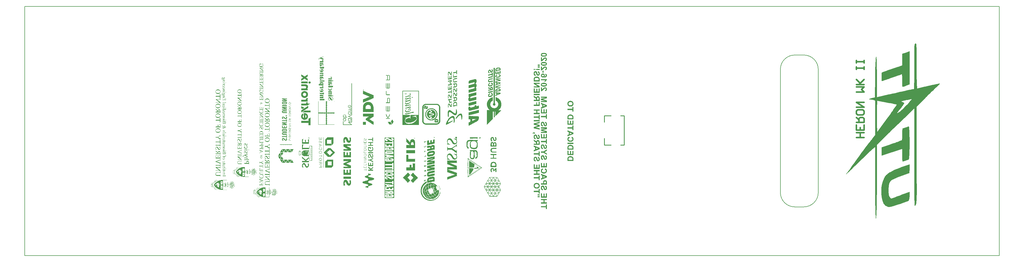
<source format=gbo>
G04*
G04 #@! TF.GenerationSoftware,Altium Limited,Altium Designer,18.1.11 (251)*
G04*
G04 Layer_Color=32896*
%FSLAX44Y44*%
%MOMM*%
G71*
G01*
G75*
%ADD10C,0.2000*%
%ADD24C,0.2540*%
%ADD25C,0.5000*%
G36*
X1181944Y853990D02*
X1181605D01*
Y853651D01*
X1180585D01*
Y853311D01*
X1179227D01*
Y852971D01*
X1178547D01*
Y852631D01*
X1177868D01*
Y852292D01*
X1176849D01*
Y851952D01*
X1175829D01*
Y850593D01*
X1176509D01*
Y850253D01*
X1177528D01*
Y849914D01*
X1178547D01*
Y849574D01*
X1179566D01*
Y849234D01*
X1180925D01*
Y848895D01*
X1181605D01*
Y848555D01*
X1181944D01*
Y844818D01*
X1180925D01*
Y845158D01*
X1180246D01*
Y845497D01*
X1179227D01*
Y845837D01*
X1178547D01*
Y846177D01*
X1177188D01*
Y846516D01*
X1176169D01*
Y846856D01*
X1175490D01*
Y847196D01*
X1174471D01*
Y847536D01*
X1173451D01*
Y847875D01*
X1172772D01*
Y848215D01*
X1171753D01*
Y848555D01*
X1170734D01*
Y848895D01*
X1169035D01*
Y848555D01*
X1168356D01*
Y848215D01*
X1167676D01*
Y846516D01*
X1168356D01*
Y845497D01*
X1168016D01*
Y845158D01*
X1166997D01*
Y846177D01*
X1166657D01*
Y848215D01*
X1166997D01*
Y848555D01*
X1167337D01*
Y848895D01*
X1167676D01*
Y849234D01*
X1168016D01*
Y849574D01*
X1168695D01*
Y849914D01*
X1169375D01*
Y850253D01*
X1170394D01*
Y850593D01*
X1171073D01*
Y850933D01*
X1172432D01*
Y851612D01*
X1172772D01*
Y851273D01*
X1173112D01*
Y851952D01*
X1174131D01*
Y852292D01*
X1174810D01*
Y852631D01*
X1175829D01*
Y852971D01*
X1176509D01*
Y853311D01*
X1177528D01*
Y853651D01*
X1178547D01*
Y853990D01*
X1179227D01*
Y854330D01*
X1180246D01*
Y854670D01*
X1180925D01*
Y855009D01*
X1181944D01*
Y853990D01*
D02*
G37*
G36*
X1180925Y843799D02*
X1181605D01*
Y843459D01*
X1181944D01*
Y841421D01*
X1181605D01*
Y841081D01*
X1181265D01*
Y840741D01*
X1180925D01*
Y840062D01*
X1181944D01*
Y835985D01*
X1181605D01*
Y835646D01*
X1170734D01*
Y835985D01*
X1170394D01*
Y839722D01*
X1170734D01*
Y840062D01*
X1179566D01*
Y840402D01*
X1180246D01*
Y840741D01*
X1180585D01*
Y841421D01*
X1180246D01*
Y841760D01*
X1178887D01*
Y841421D01*
X1177528D01*
Y843459D01*
X1177868D01*
Y843799D01*
X1178887D01*
Y844138D01*
X1180585D01*
Y844478D01*
X1180925D01*
Y843799D01*
D02*
G37*
G36*
X1171413Y833607D02*
X1171753D01*
Y833268D01*
X1180585D01*
Y832928D01*
X1180925D01*
Y832588D01*
X1181265D01*
Y832248D01*
X1181605D01*
Y831569D01*
X1181944D01*
Y829531D01*
X1182284D01*
Y827492D01*
X1181944D01*
Y825794D01*
X1181605D01*
Y825114D01*
X1181265D01*
Y824435D01*
X1180925D01*
Y824095D01*
X1180246D01*
Y823755D01*
X1178547D01*
Y825454D01*
X1180585D01*
Y825794D01*
X1180925D01*
Y826133D01*
X1181265D01*
Y828511D01*
X1180925D01*
Y828851D01*
X1180585D01*
Y829191D01*
X1178547D01*
Y828851D01*
X1178207D01*
Y828511D01*
X1177868D01*
Y827832D01*
X1177528D01*
Y827492D01*
X1177188D01*
Y826473D01*
X1176849D01*
Y825454D01*
X1176509D01*
Y824435D01*
X1176169D01*
Y824095D01*
X1175829D01*
Y823755D01*
X1175490D01*
Y823416D01*
X1175150D01*
Y823076D01*
X1174810D01*
Y823416D01*
X1174471D01*
Y822736D01*
X1172772D01*
Y823076D01*
X1172432D01*
Y823416D01*
X1172093D01*
Y823076D01*
X1171753D01*
Y823416D01*
X1171413D01*
Y823755D01*
X1171073D01*
Y824095D01*
X1170734D01*
Y824775D01*
X1170394D01*
Y826133D01*
X1170054D01*
Y826813D01*
X1170394D01*
Y827832D01*
X1170734D01*
Y828511D01*
X1171073D01*
Y828851D01*
X1171413D01*
Y829191D01*
X1171753D01*
Y829531D01*
X1171073D01*
Y829870D01*
X1170734D01*
Y830210D01*
X1170394D01*
Y833947D01*
X1170734D01*
Y834626D01*
X1171413D01*
Y833607D01*
D02*
G37*
G36*
X1181605Y821717D02*
X1181944D01*
Y820358D01*
X1185002D01*
Y819339D01*
X1184662D01*
Y818320D01*
X1184322D01*
Y817301D01*
X1183983D01*
Y816282D01*
X1183643D01*
Y815942D01*
X1181944D01*
Y814923D01*
X1180925D01*
Y815942D01*
X1172772D01*
Y816282D01*
X1172432D01*
Y816621D01*
X1172093D01*
Y816282D01*
X1171753D01*
Y816621D01*
X1171413D01*
Y816961D01*
X1171073D01*
Y817301D01*
X1170734D01*
Y817980D01*
X1170394D01*
Y820698D01*
X1170734D01*
Y821377D01*
X1171073D01*
Y821717D01*
X1171413D01*
Y822057D01*
X1171753D01*
Y821717D01*
X1172093D01*
Y821377D01*
X1171753D01*
Y821038D01*
X1171413D01*
Y820358D01*
X1180925D01*
Y821377D01*
X1180585D01*
Y821717D01*
X1180925D01*
Y822057D01*
X1181605D01*
Y821717D01*
D02*
G37*
G36*
X1176849Y813904D02*
X1178547D01*
Y813564D01*
X1179566D01*
Y813224D01*
X1180585D01*
Y812884D01*
X1180925D01*
Y812545D01*
X1181265D01*
Y812205D01*
X1181605D01*
Y811526D01*
X1181944D01*
Y809487D01*
X1182284D01*
Y808808D01*
X1181944D01*
Y807449D01*
X1181605D01*
Y806769D01*
X1181265D01*
Y806090D01*
X1180925D01*
Y805750D01*
X1180585D01*
Y805411D01*
X1179566D01*
Y804731D01*
X1178547D01*
Y804391D01*
X1177188D01*
Y804052D01*
X1174471D01*
Y804391D01*
X1173451D01*
Y804731D01*
X1172772D01*
Y805071D01*
X1171753D01*
Y805411D01*
X1171413D01*
Y805750D01*
X1171073D01*
Y806430D01*
X1170734D01*
Y807109D01*
X1170394D01*
Y808468D01*
X1170054D01*
Y810167D01*
X1170394D01*
Y811865D01*
X1170734D01*
Y812545D01*
X1171073D01*
Y812884D01*
X1171413D01*
Y813224D01*
X1172093D01*
Y813564D01*
X1172772D01*
Y813904D01*
X1173791D01*
Y814243D01*
X1174131D01*
Y813564D01*
X1174471D01*
Y812545D01*
X1171753D01*
Y812205D01*
X1171413D01*
Y811186D01*
X1171073D01*
Y809827D01*
X1171413D01*
Y808808D01*
X1172093D01*
Y808468D01*
X1173451D01*
Y808128D01*
X1175829D01*
Y813904D01*
X1176169D01*
Y814243D01*
X1176849D01*
Y813904D01*
D02*
G37*
G36*
X1761496Y818329D02*
X1762446D01*
Y817853D01*
X1762922D01*
Y817378D01*
X1763397D01*
Y816903D01*
X1763872D01*
Y815952D01*
X1764348D01*
Y809774D01*
X1761021D01*
Y809298D01*
X1758169D01*
Y808823D01*
X1755317D01*
Y808348D01*
X1752466D01*
Y807873D01*
X1749138D01*
Y807397D01*
X1748188D01*
Y813576D01*
X1748663D01*
Y814527D01*
X1749138D01*
Y815477D01*
X1749614D01*
Y815952D01*
X1750089D01*
Y816428D01*
X1751040D01*
Y816903D01*
X1751515D01*
Y817378D01*
X1752466D01*
Y817853D01*
X1753891D01*
Y818329D01*
X1755317D01*
Y818804D01*
X1761496D01*
Y818329D01*
D02*
G37*
G36*
X1737256Y812150D02*
X1738207D01*
Y811199D01*
X1738682D01*
Y810724D01*
X1739158D01*
Y805971D01*
X1738682D01*
Y805021D01*
X1738207D01*
Y804070D01*
X1737732D01*
Y803595D01*
X1737256D01*
Y803120D01*
X1736306D01*
Y802644D01*
X1735355D01*
Y802169D01*
X1732504D01*
Y802644D01*
X1732028D01*
Y803120D01*
X1731553D01*
Y803595D01*
X1731078D01*
Y804546D01*
X1730603D01*
Y805496D01*
X1730127D01*
Y806922D01*
X1729652D01*
Y807873D01*
X1729177D01*
Y808348D01*
X1727751D01*
Y807873D01*
X1727276D01*
Y807397D01*
X1726800D01*
Y804070D01*
X1727276D01*
Y803595D01*
X1728701D01*
Y801694D01*
X1728226D01*
Y800268D01*
X1726800D01*
Y800743D01*
X1725850D01*
Y801219D01*
X1725374D01*
Y801694D01*
X1724899D01*
Y802169D01*
X1724424D01*
Y803120D01*
X1723949D01*
Y806922D01*
X1724424D01*
Y808348D01*
X1724899D01*
Y809298D01*
X1725374D01*
Y809774D01*
X1725850D01*
Y810249D01*
X1726325D01*
Y810724D01*
X1726800D01*
Y811199D01*
X1727751D01*
Y811675D01*
X1731078D01*
Y811199D01*
X1731553D01*
Y810724D01*
X1732028D01*
Y810249D01*
X1732504D01*
Y809298D01*
X1732979D01*
Y808348D01*
X1733454D01*
Y806922D01*
X1733930D01*
Y805971D01*
X1734405D01*
Y805496D01*
X1735355D01*
Y805971D01*
X1736306D01*
Y809298D01*
X1735831D01*
Y809774D01*
X1734880D01*
Y810724D01*
X1735355D01*
Y812625D01*
X1737256D01*
Y812150D01*
D02*
G37*
G36*
X1604489Y805366D02*
X1604198D01*
Y805075D01*
X1604489D01*
Y804784D01*
X1604198D01*
Y804493D01*
X1604489D01*
Y804202D01*
X1604198D01*
Y803911D01*
X1604489D01*
Y803621D01*
X1604198D01*
Y803330D01*
X1604489D01*
Y803039D01*
X1604198D01*
Y802748D01*
X1604489D01*
Y802457D01*
X1604198D01*
Y802166D01*
X1604489D01*
Y801875D01*
X1604198D01*
Y801584D01*
X1604489D01*
Y801293D01*
X1604198D01*
Y801002D01*
X1604489D01*
Y800712D01*
X1604198D01*
Y800421D01*
X1604489D01*
Y800130D01*
X1604198D01*
Y799839D01*
X1604489D01*
Y799548D01*
X1604198D01*
Y799257D01*
X1604489D01*
Y798966D01*
X1604198D01*
Y798675D01*
X1604489D01*
Y798384D01*
X1604198D01*
Y798093D01*
X1604489D01*
Y797802D01*
X1604198D01*
Y797511D01*
X1604489D01*
Y797221D01*
X1604198D01*
Y796348D01*
X1603907D01*
Y795475D01*
X1603616D01*
Y795184D01*
X1603325D01*
Y794893D01*
X1603034D01*
Y794602D01*
X1602743D01*
Y794311D01*
X1602453D01*
Y794602D01*
X1602162D01*
Y794311D01*
X1601289D01*
Y794602D01*
X1600998D01*
Y794311D01*
X1600707D01*
Y794602D01*
X1600416D01*
Y794893D01*
X1600125D01*
Y795184D01*
X1599834D01*
Y795475D01*
X1599543D01*
Y795766D01*
X1599252D01*
Y796057D01*
X1598962D01*
Y796348D01*
X1598671D01*
Y796639D01*
X1598380D01*
Y797511D01*
X1598089D01*
Y797802D01*
X1597798D01*
Y798093D01*
X1597507D01*
Y798966D01*
X1597216D01*
Y799257D01*
X1596925D01*
Y799548D01*
X1596634D01*
Y800421D01*
X1596343D01*
Y800712D01*
X1596053D01*
Y801002D01*
X1595762D01*
Y801293D01*
X1595471D01*
Y801584D01*
X1595180D01*
Y801293D01*
X1594889D01*
Y801584D01*
X1594598D01*
Y801293D01*
X1594307D01*
Y801002D01*
X1594016D01*
Y797802D01*
X1593725D01*
Y797511D01*
X1594016D01*
Y795475D01*
X1593725D01*
Y795184D01*
X1594016D01*
Y793148D01*
X1593725D01*
Y792857D01*
X1593434D01*
Y792566D01*
X1593143D01*
Y792857D01*
X1592852D01*
Y792566D01*
X1591980D01*
Y800421D01*
X1592271D01*
Y800712D01*
X1591980D01*
Y801584D01*
X1592271D01*
Y801875D01*
X1591980D01*
Y802166D01*
X1592271D01*
Y803039D01*
X1592561D01*
Y803911D01*
X1592852D01*
Y804202D01*
X1593143D01*
Y804493D01*
X1593434D01*
Y804784D01*
X1593725D01*
Y805075D01*
X1594016D01*
Y804784D01*
X1594307D01*
Y805075D01*
X1595180D01*
Y805366D01*
X1595471D01*
Y805075D01*
X1596343D01*
Y804784D01*
X1596634D01*
Y804493D01*
X1596925D01*
Y804202D01*
X1597216D01*
Y803911D01*
X1597507D01*
Y803621D01*
X1597798D01*
Y803330D01*
X1598089D01*
Y802457D01*
X1598380D01*
Y802166D01*
X1598671D01*
Y801875D01*
X1598962D01*
Y801584D01*
X1598671D01*
Y801293D01*
X1598962D01*
Y801002D01*
X1599252D01*
Y800712D01*
X1599543D01*
Y800421D01*
X1599834D01*
Y799548D01*
X1600125D01*
Y799257D01*
X1600416D01*
Y798384D01*
X1600707D01*
Y798093D01*
X1600998D01*
Y797802D01*
X1601289D01*
Y798093D01*
X1601580D01*
Y797802D01*
X1601871D01*
Y798093D01*
X1602162D01*
Y798384D01*
X1602453D01*
Y805075D01*
X1602743D01*
Y805366D01*
X1603034D01*
Y805657D01*
X1603325D01*
Y805366D01*
X1603616D01*
Y805657D01*
X1604489D01*
Y805366D01*
D02*
G37*
G36*
X1621071Y809730D02*
X1621362D01*
Y797221D01*
X1620489D01*
Y796930D01*
X1620198D01*
Y797221D01*
X1619907D01*
Y796930D01*
X1619616D01*
Y797221D01*
X1619325D01*
Y797511D01*
X1619616D01*
Y797802D01*
X1619325D01*
Y798675D01*
X1619616D01*
Y798966D01*
X1619325D01*
Y799839D01*
X1619616D01*
Y800130D01*
X1619325D01*
Y801002D01*
X1619616D01*
Y801293D01*
X1619325D01*
Y801584D01*
X1618453D01*
Y801293D01*
X1618162D01*
Y801584D01*
X1617871D01*
Y801293D01*
X1617580D01*
Y801584D01*
X1617289D01*
Y801293D01*
X1616416D01*
Y801002D01*
X1616125D01*
Y801293D01*
X1615834D01*
Y801002D01*
X1615544D01*
Y800712D01*
X1615253D01*
Y801002D01*
X1614962D01*
Y800712D01*
X1614671D01*
Y801002D01*
X1614380D01*
Y800712D01*
X1613507D01*
Y800421D01*
X1613216D01*
Y800712D01*
X1612925D01*
Y800421D01*
X1612634D01*
Y800130D01*
X1612343D01*
Y800421D01*
X1612052D01*
Y800130D01*
X1611762D01*
Y800421D01*
X1611471D01*
Y800130D01*
X1610598D01*
Y799839D01*
X1610307D01*
Y800130D01*
X1610016D01*
Y799839D01*
X1609725D01*
Y799548D01*
X1609434D01*
Y799839D01*
X1609143D01*
Y800130D01*
X1608853D01*
Y800421D01*
X1609143D01*
Y800712D01*
X1608853D01*
Y801002D01*
X1609143D01*
Y801293D01*
X1608853D01*
Y801584D01*
X1609143D01*
Y801875D01*
X1608853D01*
Y802166D01*
X1609143D01*
Y802457D01*
X1609434D01*
Y802748D01*
X1609725D01*
Y803039D01*
X1610598D01*
Y803330D01*
X1610889D01*
Y803039D01*
X1611180D01*
Y803330D01*
X1612634D01*
Y803621D01*
X1613507D01*
Y803911D01*
X1613798D01*
Y803621D01*
X1614089D01*
Y803911D01*
X1615544D01*
Y804202D01*
X1616416D01*
Y804493D01*
X1616707D01*
Y804202D01*
X1616998D01*
Y804493D01*
X1617289D01*
Y804202D01*
X1617580D01*
Y804493D01*
X1618453D01*
Y804784D01*
X1619325D01*
Y805657D01*
X1619616D01*
Y805948D01*
X1619325D01*
Y806821D01*
X1619616D01*
Y807112D01*
X1619325D01*
Y807984D01*
X1619616D01*
Y808275D01*
X1619325D01*
Y809148D01*
X1619616D01*
Y809439D01*
X1619907D01*
Y809730D01*
X1620780D01*
Y810021D01*
X1621071D01*
Y809730D01*
D02*
G37*
G36*
X1764348Y799317D02*
X1761496D01*
Y798842D01*
X1758644D01*
Y798367D01*
X1755792D01*
Y797892D01*
X1752941D01*
Y797416D01*
X1749614D01*
Y796941D01*
X1748188D01*
Y805496D01*
X1749138D01*
Y805971D01*
X1751040D01*
Y800268D01*
X1752466D01*
Y800743D01*
X1754842D01*
Y805496D01*
X1757218D01*
Y805971D01*
X1757694D01*
Y801694D01*
X1761021D01*
Y802169D01*
X1761496D01*
Y807873D01*
X1764348D01*
Y799317D01*
D02*
G37*
G36*
X1130624Y801922D02*
X1130903D01*
Y801084D01*
X1130624D01*
Y801922D01*
X1130344D01*
Y802201D01*
X1130624D01*
Y801922D01*
D02*
G37*
G36*
X1398113Y793811D02*
X1398635D01*
Y793550D01*
X1399157D01*
Y793289D01*
X1399418D01*
Y793028D01*
X1399941D01*
Y792505D01*
X1400202D01*
Y792244D01*
X1400463D01*
Y791722D01*
X1400724D01*
Y776835D01*
X1387927D01*
Y777096D01*
X1387666D01*
Y778924D01*
X1391844D01*
Y791722D01*
X1391583D01*
Y791983D01*
X1387666D01*
Y793811D01*
X1387927D01*
Y794072D01*
X1391061D01*
Y793811D01*
X1391844D01*
Y793289D01*
X1392367D01*
Y793028D01*
X1392628D01*
Y792767D01*
X1393411D01*
Y793028D01*
X1393673D01*
Y793289D01*
X1393934D01*
Y793550D01*
X1394456D01*
Y793811D01*
X1394717D01*
Y794072D01*
X1398113D01*
Y793811D01*
D02*
G37*
G36*
X1604489Y791984D02*
X1604198D01*
Y791693D01*
X1604489D01*
Y791402D01*
X1604198D01*
Y791111D01*
X1604489D01*
Y790820D01*
X1604198D01*
Y790530D01*
X1604489D01*
Y790239D01*
X1604198D01*
Y789948D01*
X1604489D01*
Y789657D01*
X1604198D01*
Y789366D01*
X1604489D01*
Y789075D01*
X1604198D01*
Y788784D01*
X1604489D01*
Y788493D01*
X1604198D01*
Y788202D01*
X1604489D01*
Y787911D01*
X1604198D01*
Y787620D01*
X1604489D01*
Y787330D01*
X1604198D01*
Y787039D01*
X1604489D01*
Y786748D01*
X1604198D01*
Y786457D01*
X1604489D01*
Y786166D01*
X1604198D01*
Y785875D01*
X1604489D01*
Y785584D01*
X1604198D01*
Y785293D01*
X1604489D01*
Y785002D01*
X1604198D01*
Y784711D01*
X1604489D01*
Y784420D01*
X1604198D01*
Y784130D01*
X1604489D01*
Y783839D01*
X1604198D01*
Y783548D01*
X1604489D01*
Y783257D01*
X1604198D01*
Y782966D01*
X1604489D01*
Y782675D01*
X1604198D01*
Y782384D01*
X1604489D01*
Y782093D01*
X1604198D01*
Y781802D01*
X1604489D01*
Y781511D01*
X1604198D01*
Y781220D01*
X1603907D01*
Y780930D01*
X1603616D01*
Y781220D01*
X1603325D01*
Y780930D01*
X1603034D01*
Y781220D01*
X1602743D01*
Y780930D01*
X1601871D01*
Y780639D01*
X1600998D01*
Y780348D01*
X1600707D01*
Y780639D01*
X1600416D01*
Y780348D01*
X1600125D01*
Y780639D01*
X1599834D01*
Y780348D01*
X1598962D01*
Y780057D01*
X1598671D01*
Y780348D01*
X1598380D01*
Y780057D01*
X1598089D01*
Y779766D01*
X1597798D01*
Y780057D01*
X1597507D01*
Y779766D01*
X1597216D01*
Y780057D01*
X1596925D01*
Y779766D01*
X1596053D01*
Y779475D01*
X1595762D01*
Y779766D01*
X1595471D01*
Y779475D01*
X1595180D01*
Y779184D01*
X1594889D01*
Y779475D01*
X1594598D01*
Y779184D01*
X1594307D01*
Y779475D01*
X1594016D01*
Y779184D01*
X1593143D01*
Y778893D01*
X1592852D01*
Y779184D01*
X1592561D01*
Y778893D01*
X1591980D01*
Y790530D01*
X1592271D01*
Y790239D01*
X1592561D01*
Y790530D01*
X1592852D01*
Y790239D01*
X1593143D01*
Y790530D01*
X1593434D01*
Y790239D01*
X1593725D01*
Y790530D01*
X1594016D01*
Y782384D01*
X1595180D01*
Y782675D01*
X1596053D01*
Y782966D01*
X1596343D01*
Y782675D01*
X1596634D01*
Y782966D01*
X1597216D01*
Y789948D01*
X1598089D01*
Y790239D01*
X1598962D01*
Y789948D01*
X1599252D01*
Y789075D01*
X1598962D01*
Y788784D01*
X1599252D01*
Y787911D01*
X1598962D01*
Y787620D01*
X1599252D01*
Y786748D01*
X1598962D01*
Y786457D01*
X1599252D01*
Y785584D01*
X1598962D01*
Y785293D01*
X1599252D01*
Y784420D01*
X1598962D01*
Y784130D01*
X1599252D01*
Y783257D01*
X1599543D01*
Y783548D01*
X1600998D01*
Y783839D01*
X1601871D01*
Y784130D01*
X1602162D01*
Y783839D01*
X1602453D01*
Y791984D01*
X1603034D01*
Y792275D01*
X1603325D01*
Y791984D01*
X1603616D01*
Y792275D01*
X1604489D01*
Y791984D01*
D02*
G37*
G36*
X1180246Y801674D02*
X1180925D01*
Y801334D01*
X1181605D01*
Y800655D01*
X1181944D01*
Y797937D01*
X1181605D01*
Y796918D01*
X1181265D01*
Y796238D01*
X1180925D01*
Y795899D01*
X1180585D01*
Y795219D01*
X1181944D01*
Y791482D01*
X1170394D01*
Y795219D01*
X1177868D01*
Y795559D01*
X1179227D01*
Y795899D01*
X1179906D01*
Y796578D01*
X1180246D01*
Y797937D01*
X1179566D01*
Y798277D01*
X1170394D01*
Y801674D01*
X1170734D01*
Y802013D01*
X1180246D01*
Y801674D01*
D02*
G37*
G36*
X1739158Y791713D02*
X1736781D01*
Y791238D01*
X1736306D01*
Y794565D01*
X1734405D01*
Y794089D01*
X1732028D01*
Y793614D01*
X1729652D01*
Y793139D01*
X1727276D01*
Y792664D01*
X1724899D01*
Y792188D01*
X1724424D01*
Y792664D01*
X1723949D01*
Y795515D01*
X1724899D01*
Y795991D01*
X1727276D01*
Y796466D01*
X1729652D01*
Y796941D01*
X1732028D01*
Y797416D01*
X1734405D01*
Y797892D01*
X1736306D01*
Y801694D01*
X1739158D01*
Y791713D01*
D02*
G37*
G36*
X1130903Y789351D02*
X1130624D01*
Y789072D01*
X1130065D01*
Y788793D01*
X1129786D01*
Y788513D01*
X1129227D01*
Y788234D01*
X1128948D01*
Y787955D01*
X1128389D01*
Y787675D01*
X1128110D01*
Y787396D01*
X1127551D01*
Y787117D01*
X1127272D01*
Y786837D01*
X1126713D01*
Y786558D01*
X1126434D01*
Y786279D01*
X1125875D01*
Y785999D01*
X1125596D01*
Y785161D01*
X1126154D01*
Y784882D01*
X1126434D01*
Y784603D01*
X1126992D01*
Y784323D01*
X1127272D01*
Y784044D01*
X1127830D01*
Y783764D01*
X1128110D01*
Y783485D01*
X1128668D01*
Y783206D01*
X1128948D01*
Y782926D01*
X1129506D01*
Y782647D01*
X1129786D01*
Y782368D01*
X1130344D01*
Y782088D01*
X1130624D01*
Y781809D01*
X1130903D01*
Y775105D01*
X1130624D01*
Y775384D01*
X1130344D01*
Y775664D01*
X1130065D01*
Y775943D01*
X1129506D01*
Y776222D01*
X1129227D01*
Y776502D01*
X1128668D01*
Y776781D01*
X1128389D01*
Y777060D01*
X1127830D01*
Y777340D01*
X1127551D01*
Y777619D01*
X1126992D01*
Y777898D01*
X1126713D01*
Y778178D01*
X1126154D01*
Y778457D01*
X1125875D01*
Y778736D01*
X1125316D01*
Y779016D01*
X1125037D01*
Y779295D01*
X1124478D01*
Y779574D01*
X1124199D01*
Y779854D01*
X1123640D01*
Y780133D01*
X1123361D01*
Y780413D01*
X1122802D01*
Y780692D01*
X1122523D01*
Y780971D01*
X1121964D01*
Y781251D01*
X1121685D01*
Y781530D01*
X1121126D01*
Y781809D01*
X1120847D01*
Y782088D01*
X1120567D01*
Y782368D01*
X1120009D01*
Y782088D01*
X1119730D01*
Y781809D01*
X1119450D01*
Y781530D01*
X1118891D01*
Y781251D01*
X1118612D01*
Y780971D01*
X1118053D01*
Y780692D01*
X1117774D01*
Y780413D01*
X1117215D01*
Y780133D01*
X1116936D01*
Y779854D01*
X1116377D01*
Y779574D01*
X1116098D01*
Y779295D01*
X1115539D01*
Y779016D01*
X1115260D01*
Y778736D01*
X1114701D01*
Y778457D01*
X1114422D01*
Y778178D01*
X1113863D01*
Y777898D01*
X1113584D01*
Y777619D01*
X1113025D01*
Y777340D01*
X1112746D01*
Y777060D01*
X1112187D01*
Y776781D01*
X1111908D01*
Y776502D01*
X1111349D01*
Y776222D01*
X1111070D01*
Y775943D01*
X1110511D01*
Y775664D01*
X1110232D01*
Y775384D01*
X1109952D01*
Y775105D01*
X1109673D01*
Y781809D01*
X1109952D01*
Y782088D01*
X1110232D01*
Y782368D01*
X1110791D01*
Y782647D01*
X1111070D01*
Y782926D01*
X1111629D01*
Y783206D01*
X1111908D01*
Y783485D01*
X1112467D01*
Y783764D01*
X1112746D01*
Y784044D01*
X1113305D01*
Y784323D01*
X1113584D01*
Y784603D01*
X1114143D01*
Y784882D01*
X1114422D01*
Y785161D01*
X1114981D01*
Y785999D01*
X1114701D01*
Y786279D01*
X1114143D01*
Y786558D01*
X1113863D01*
Y786837D01*
X1113305D01*
Y787117D01*
X1113025D01*
Y787396D01*
X1112467D01*
Y787675D01*
X1112187D01*
Y787955D01*
X1111629D01*
Y788234D01*
X1111349D01*
Y788513D01*
X1110791D01*
Y788793D01*
X1110511D01*
Y789072D01*
X1109952D01*
Y789351D01*
X1109673D01*
Y796056D01*
X1109952D01*
Y795776D01*
X1110511D01*
Y795497D01*
X1110791D01*
Y795218D01*
X1111070D01*
Y794938D01*
X1111629D01*
Y794659D01*
X1111908D01*
Y794380D01*
X1112467D01*
Y794100D01*
X1112746D01*
Y793821D01*
X1113305D01*
Y793541D01*
X1113584D01*
Y793262D01*
X1114143D01*
Y792983D01*
X1114422D01*
Y792703D01*
X1114981D01*
Y792424D01*
X1115260D01*
Y792145D01*
X1115819D01*
Y791865D01*
X1116098D01*
Y791586D01*
X1116657D01*
Y791307D01*
X1116936D01*
Y791027D01*
X1117495D01*
Y790748D01*
X1117774D01*
Y790469D01*
X1118333D01*
Y790189D01*
X1118612D01*
Y789910D01*
X1119171D01*
Y789631D01*
X1119450D01*
Y789351D01*
X1120009D01*
Y789072D01*
X1120567D01*
Y789351D01*
X1121126D01*
Y789631D01*
X1121405D01*
Y789910D01*
X1121964D01*
Y790189D01*
X1122244D01*
Y790469D01*
X1122802D01*
Y790748D01*
X1123082D01*
Y791027D01*
X1123640D01*
Y791307D01*
X1123920D01*
Y791586D01*
X1124478D01*
Y791865D01*
X1124758D01*
Y792145D01*
X1125316D01*
Y792424D01*
X1125596D01*
Y792703D01*
X1126154D01*
Y792983D01*
X1126434D01*
Y793262D01*
X1126992D01*
Y793541D01*
X1127272D01*
Y793821D01*
X1127830D01*
Y794100D01*
X1128110D01*
Y794380D01*
X1128389D01*
Y794659D01*
X1128948D01*
Y794938D01*
X1129227D01*
Y795218D01*
X1129786D01*
Y795497D01*
X1130065D01*
Y795776D01*
X1130624D01*
Y796056D01*
X1130903D01*
Y789351D01*
D02*
G37*
G36*
X1761496Y795991D02*
X1762922D01*
Y795515D01*
X1763397D01*
Y795040D01*
X1763872D01*
Y794565D01*
X1764348D01*
Y793614D01*
X1764823D01*
Y791238D01*
X1764348D01*
Y789812D01*
X1763872D01*
Y789337D01*
X1763397D01*
Y788861D01*
X1762922D01*
Y788386D01*
X1762446D01*
Y787911D01*
X1761971D01*
Y787436D01*
X1761021D01*
Y786960D01*
X1760070D01*
Y786485D01*
X1758644D01*
Y786010D01*
X1756743D01*
Y785534D01*
X1751040D01*
Y786010D01*
X1750089D01*
Y786485D01*
X1749138D01*
Y786960D01*
X1748663D01*
Y787436D01*
X1748188D01*
Y788386D01*
X1747713D01*
Y791238D01*
X1748188D01*
Y792188D01*
X1748663D01*
Y792664D01*
X1749138D01*
Y793139D01*
X1749614D01*
Y793614D01*
X1750089D01*
Y794089D01*
X1750564D01*
Y794565D01*
X1751515D01*
Y795040D01*
X1752466D01*
Y795515D01*
X1753891D01*
Y793139D01*
X1753416D01*
Y792664D01*
X1752466D01*
Y792188D01*
X1751515D01*
Y791713D01*
X1751040D01*
Y788861D01*
X1751990D01*
Y788386D01*
X1754842D01*
Y788861D01*
X1757694D01*
Y789337D01*
X1759595D01*
Y789812D01*
X1760545D01*
Y790287D01*
X1761021D01*
Y790762D01*
X1761496D01*
Y793139D01*
X1761021D01*
Y793614D01*
X1758169D01*
Y795991D01*
X1758644D01*
Y796466D01*
X1761496D01*
Y795991D01*
D02*
G37*
G36*
X1610598Y796348D02*
X1610889D01*
Y789075D01*
X1611180D01*
Y789366D01*
X1612052D01*
Y789657D01*
X1612925D01*
Y789948D01*
X1613216D01*
Y789657D01*
X1613507D01*
Y789948D01*
X1613798D01*
Y789657D01*
X1614089D01*
Y789948D01*
X1614962D01*
Y790239D01*
X1615834D01*
Y790530D01*
X1616125D01*
Y790239D01*
X1616416D01*
Y790530D01*
X1616707D01*
Y790239D01*
X1616998D01*
Y790530D01*
X1617871D01*
Y790820D01*
X1618743D01*
Y791111D01*
X1619034D01*
Y790820D01*
X1619325D01*
Y791111D01*
X1619616D01*
Y790820D01*
X1619907D01*
Y791111D01*
X1620780D01*
Y791402D01*
X1621071D01*
Y791111D01*
X1621362D01*
Y787911D01*
X1621071D01*
Y788202D01*
X1620780D01*
Y787911D01*
X1620489D01*
Y788202D01*
X1620198D01*
Y787911D01*
X1618743D01*
Y787620D01*
X1617871D01*
Y787330D01*
X1617580D01*
Y787620D01*
X1617289D01*
Y787330D01*
X1616998D01*
Y787620D01*
X1616707D01*
Y787330D01*
X1615834D01*
Y787039D01*
X1614962D01*
Y786748D01*
X1614671D01*
Y787039D01*
X1614380D01*
Y786748D01*
X1614089D01*
Y787039D01*
X1613798D01*
Y786748D01*
X1612925D01*
Y786457D01*
X1612052D01*
Y786166D01*
X1611762D01*
Y786457D01*
X1611471D01*
Y786166D01*
X1611180D01*
Y786457D01*
X1610889D01*
Y786166D01*
X1610016D01*
Y785875D01*
X1609143D01*
Y786166D01*
X1608853D01*
Y786457D01*
X1609143D01*
Y786748D01*
X1608853D01*
Y787039D01*
X1609143D01*
Y787330D01*
X1608853D01*
Y787620D01*
X1609143D01*
Y787911D01*
X1608853D01*
Y788202D01*
X1609143D01*
Y788493D01*
X1608853D01*
Y788784D01*
X1609143D01*
Y789075D01*
X1608853D01*
Y789366D01*
X1609143D01*
Y789657D01*
X1608853D01*
Y789948D01*
X1609143D01*
Y790239D01*
X1608853D01*
Y790530D01*
X1609143D01*
Y790820D01*
X1608853D01*
Y791111D01*
X1609143D01*
Y791402D01*
X1608853D01*
Y791693D01*
X1609143D01*
Y791984D01*
X1608853D01*
Y792275D01*
X1609143D01*
Y792566D01*
X1608853D01*
Y792857D01*
X1609143D01*
Y793148D01*
X1608853D01*
Y793439D01*
X1609143D01*
Y793730D01*
X1608853D01*
Y794020D01*
X1609143D01*
Y794311D01*
X1608853D01*
Y794602D01*
X1609143D01*
Y794893D01*
X1608853D01*
Y795184D01*
X1609143D01*
Y795475D01*
X1608853D01*
Y795766D01*
X1609143D01*
Y796348D01*
X1610307D01*
Y796639D01*
X1610598D01*
Y796348D01*
D02*
G37*
G36*
X1621362Y781511D02*
X1621071D01*
Y781802D01*
X1620780D01*
Y781511D01*
X1619907D01*
Y781220D01*
X1619034D01*
Y780930D01*
X1618743D01*
Y781220D01*
X1618453D01*
Y780930D01*
X1618162D01*
Y781220D01*
X1617871D01*
Y780930D01*
X1616998D01*
Y780639D01*
X1616125D01*
Y780348D01*
X1615834D01*
Y780639D01*
X1615544D01*
Y780348D01*
X1615253D01*
Y780639D01*
X1614962D01*
Y780348D01*
X1614089D01*
Y780057D01*
X1613216D01*
Y779766D01*
X1612634D01*
Y779475D01*
X1612052D01*
Y779184D01*
X1611762D01*
Y778893D01*
X1611471D01*
Y778020D01*
X1611180D01*
Y777729D01*
X1610889D01*
Y777439D01*
X1611180D01*
Y777148D01*
X1610889D01*
Y773948D01*
X1611180D01*
Y773657D01*
X1611471D01*
Y773366D01*
X1611762D01*
Y773075D01*
X1612052D01*
Y772784D01*
X1612925D01*
Y772493D01*
X1613216D01*
Y772784D01*
X1614089D01*
Y773075D01*
X1614380D01*
Y772784D01*
X1614671D01*
Y773075D01*
X1614962D01*
Y772784D01*
X1615253D01*
Y773075D01*
X1615544D01*
Y772784D01*
X1615834D01*
Y773075D01*
X1616125D01*
Y773366D01*
X1617580D01*
Y773657D01*
X1617871D01*
Y773366D01*
X1618162D01*
Y773657D01*
X1618453D01*
Y773366D01*
X1618743D01*
Y773657D01*
X1619034D01*
Y773948D01*
X1619325D01*
Y773657D01*
X1619616D01*
Y773948D01*
X1620489D01*
Y774239D01*
X1620780D01*
Y773948D01*
X1621071D01*
Y774239D01*
X1621362D01*
Y771039D01*
X1621071D01*
Y771329D01*
X1620780D01*
Y771039D01*
X1620198D01*
Y770748D01*
X1619034D01*
Y770457D01*
X1618743D01*
Y770748D01*
X1618453D01*
Y770457D01*
X1618162D01*
Y770748D01*
X1617871D01*
Y770457D01*
X1616998D01*
Y770166D01*
X1616125D01*
Y769875D01*
X1615834D01*
Y770166D01*
X1615544D01*
Y769875D01*
X1615253D01*
Y770166D01*
X1614962D01*
Y769875D01*
X1614089D01*
Y769584D01*
X1613798D01*
Y769875D01*
X1613507D01*
Y769584D01*
X1611471D01*
Y769875D01*
X1611180D01*
Y770166D01*
X1610889D01*
Y769875D01*
X1610598D01*
Y770166D01*
X1610307D01*
Y770457D01*
X1610016D01*
Y770748D01*
X1609725D01*
Y771039D01*
X1609434D01*
Y771911D01*
X1609143D01*
Y772202D01*
X1609434D01*
Y772493D01*
X1609143D01*
Y772784D01*
X1608853D01*
Y773075D01*
X1609143D01*
Y773366D01*
X1608853D01*
Y777729D01*
X1609143D01*
Y778020D01*
X1608853D01*
Y778311D01*
X1609143D01*
Y779184D01*
X1609434D01*
Y780057D01*
X1609725D01*
Y780348D01*
X1610016D01*
Y781220D01*
X1610307D01*
Y781511D01*
X1610598D01*
Y781802D01*
X1610889D01*
Y782093D01*
X1611762D01*
Y782384D01*
X1612052D01*
Y782675D01*
X1612343D01*
Y782966D01*
X1612634D01*
Y782675D01*
X1612925D01*
Y782966D01*
X1613798D01*
Y783257D01*
X1614089D01*
Y783548D01*
X1614380D01*
Y783257D01*
X1614671D01*
Y783548D01*
X1614962D01*
Y783257D01*
X1615253D01*
Y783548D01*
X1616125D01*
Y783839D01*
X1617580D01*
Y784130D01*
X1617871D01*
Y783839D01*
X1618162D01*
Y784130D01*
X1619034D01*
Y784420D01*
X1619325D01*
Y784130D01*
X1619616D01*
Y784420D01*
X1619907D01*
Y784711D01*
X1620198D01*
Y784420D01*
X1620489D01*
Y784711D01*
X1620780D01*
Y784420D01*
X1621071D01*
Y784711D01*
X1621362D01*
Y781511D01*
D02*
G37*
G36*
X1739158Y786960D02*
X1737732D01*
Y786485D01*
X1735355D01*
Y786010D01*
X1732979D01*
Y785534D01*
X1730603D01*
Y785059D01*
X1728226D01*
Y784584D01*
X1725850D01*
Y784109D01*
X1723949D01*
Y786960D01*
X1724424D01*
Y787436D01*
X1725850D01*
Y787911D01*
X1728226D01*
Y788386D01*
X1730603D01*
Y788861D01*
X1732979D01*
Y789337D01*
X1735355D01*
Y789812D01*
X1737732D01*
Y790287D01*
X1739158D01*
Y786960D01*
D02*
G37*
G36*
X1208782Y787745D02*
X1209461D01*
Y787406D01*
X1209801D01*
Y785028D01*
X1209461D01*
Y784688D01*
X1209122D01*
Y784348D01*
X1208782D01*
Y783329D01*
X1209461D01*
Y783669D01*
X1209801D01*
Y779592D01*
X1198251D01*
Y783329D01*
X1206404D01*
Y783669D01*
X1207423D01*
Y784348D01*
X1207763D01*
Y784008D01*
X1208103D01*
Y784688D01*
X1208442D01*
Y785367D01*
X1206064D01*
Y787745D01*
X1207083D01*
Y788085D01*
X1208782D01*
Y787745D01*
D02*
G37*
G36*
X1682308Y780564D02*
X1683051D01*
Y780316D01*
X1683793D01*
Y780069D01*
X1684041D01*
Y779821D01*
X1684289D01*
Y779573D01*
X1684536D01*
Y779325D01*
X1684784D01*
Y779078D01*
X1685032D01*
Y778830D01*
X1685279D01*
Y778583D01*
X1685032D01*
Y778335D01*
X1685279D01*
Y778087D01*
X1685527D01*
Y777840D01*
X1685279D01*
Y777592D01*
X1685527D01*
Y777344D01*
X1685775D01*
Y777097D01*
X1685527D01*
Y776849D01*
X1685775D01*
Y775611D01*
X1686022D01*
Y775363D01*
X1685775D01*
Y775116D01*
X1686022D01*
Y774868D01*
X1685775D01*
Y774620D01*
X1686022D01*
Y774373D01*
X1685775D01*
Y774125D01*
X1686022D01*
Y773877D01*
X1685775D01*
Y773630D01*
X1686022D01*
Y773382D01*
X1685775D01*
Y773134D01*
X1686022D01*
Y772887D01*
X1685775D01*
Y771153D01*
X1685527D01*
Y770906D01*
X1685279D01*
Y770658D01*
X1685527D01*
Y770410D01*
X1685279D01*
Y769667D01*
X1685032D01*
Y769420D01*
X1684784D01*
Y768677D01*
X1684536D01*
Y768429D01*
X1684289D01*
Y767686D01*
X1683793D01*
Y767191D01*
X1683546D01*
Y766943D01*
X1683298D01*
Y766696D01*
X1683051D01*
Y766448D01*
X1682803D01*
Y766200D01*
X1682555D01*
Y765953D01*
X1682308D01*
Y765705D01*
X1682555D01*
Y765457D01*
X1682803D01*
Y765210D01*
X1683051D01*
Y765457D01*
X1683298D01*
Y765210D01*
X1683546D01*
Y764962D01*
X1684289D01*
Y764714D01*
X1684536D01*
Y764467D01*
X1684784D01*
Y763971D01*
X1685279D01*
Y763724D01*
X1685032D01*
Y763476D01*
X1685279D01*
Y763229D01*
X1685527D01*
Y762981D01*
X1685279D01*
Y762733D01*
X1685527D01*
Y762486D01*
X1685775D01*
Y761247D01*
X1686022D01*
Y761000D01*
X1685775D01*
Y760752D01*
X1686022D01*
Y760504D01*
X1685775D01*
Y760257D01*
X1686022D01*
Y760009D01*
X1685775D01*
Y759762D01*
X1686022D01*
Y759514D01*
X1685775D01*
Y759266D01*
X1686022D01*
Y759019D01*
X1685775D01*
Y758771D01*
X1686022D01*
Y758523D01*
X1685775D01*
Y758276D01*
X1686022D01*
Y758028D01*
X1685775D01*
Y756294D01*
X1685527D01*
Y756047D01*
X1685279D01*
Y755799D01*
X1685527D01*
Y755552D01*
X1685279D01*
Y754809D01*
X1685032D01*
Y754561D01*
X1684784D01*
Y753818D01*
X1684536D01*
Y753570D01*
X1684289D01*
Y753323D01*
X1684041D01*
Y753075D01*
X1683793D01*
Y752332D01*
X1683298D01*
Y751837D01*
X1682803D01*
Y751342D01*
X1683546D01*
Y751589D01*
X1683793D01*
Y751342D01*
X1684041D01*
Y751589D01*
X1684784D01*
Y751837D01*
X1685032D01*
Y751589D01*
X1685279D01*
Y741931D01*
X1685032D01*
Y742179D01*
X1684784D01*
Y741931D01*
X1684536D01*
Y742179D01*
X1684289D01*
Y741931D01*
X1684041D01*
Y741683D01*
X1683298D01*
Y741436D01*
X1683051D01*
Y741683D01*
X1682803D01*
Y741436D01*
X1682060D01*
Y741188D01*
X1681317D01*
Y740940D01*
X1681069D01*
Y741188D01*
X1680822D01*
Y740940D01*
X1680079D01*
Y740693D01*
X1679336D01*
Y740445D01*
X1679088D01*
Y740693D01*
X1678841D01*
Y740445D01*
X1678098D01*
Y740198D01*
X1677355D01*
Y739950D01*
X1677107D01*
Y740198D01*
X1676859D01*
Y739950D01*
X1676116D01*
Y739702D01*
X1675374D01*
Y739455D01*
X1675126D01*
Y739702D01*
X1674878D01*
Y739455D01*
X1674135D01*
Y739207D01*
X1673392D01*
Y738959D01*
X1673145D01*
Y739207D01*
X1672897D01*
Y738959D01*
X1672154D01*
Y738712D01*
X1671411D01*
Y738464D01*
X1671164D01*
Y738712D01*
X1670916D01*
Y738464D01*
X1670173D01*
Y738216D01*
X1669430D01*
Y737969D01*
X1669182D01*
Y738216D01*
X1668935D01*
Y737969D01*
X1668192D01*
Y737721D01*
X1667449D01*
Y737473D01*
X1667201D01*
Y737721D01*
X1666954D01*
Y737473D01*
X1666211D01*
Y737226D01*
X1665468D01*
Y736978D01*
X1665220D01*
Y737226D01*
X1664972D01*
Y736978D01*
X1664229D01*
Y736730D01*
X1663487D01*
Y736483D01*
X1663239D01*
Y736730D01*
X1662991D01*
Y736483D01*
X1662248D01*
Y736235D01*
X1661505D01*
Y735987D01*
X1661258D01*
Y736235D01*
X1661010D01*
Y735987D01*
X1660267D01*
Y735740D01*
X1660020D01*
Y735492D01*
X1659772D01*
Y735740D01*
X1659524D01*
Y735987D01*
X1659772D01*
Y736235D01*
X1659524D01*
Y736483D01*
X1659772D01*
Y736730D01*
X1659524D01*
Y736978D01*
X1659772D01*
Y737226D01*
X1659524D01*
Y737473D01*
X1659772D01*
Y737721D01*
X1659524D01*
Y737969D01*
X1659772D01*
Y738216D01*
X1659524D01*
Y738464D01*
X1659772D01*
Y738712D01*
X1659524D01*
Y738959D01*
X1659772D01*
Y739207D01*
X1659524D01*
Y739455D01*
X1659772D01*
Y739702D01*
X1659524D01*
Y739950D01*
X1659772D01*
Y740198D01*
X1659524D01*
Y740445D01*
X1659772D01*
Y740693D01*
X1659524D01*
Y740940D01*
X1659772D01*
Y741188D01*
X1659524D01*
Y741436D01*
X1659772D01*
Y741683D01*
X1659524D01*
Y741931D01*
X1659772D01*
Y742179D01*
X1659524D01*
Y742426D01*
X1659772D01*
Y742674D01*
X1659524D01*
Y742922D01*
X1659772D01*
Y743169D01*
X1659524D01*
Y743417D01*
X1659772D01*
Y743665D01*
X1659524D01*
Y743912D01*
X1659772D01*
Y744160D01*
X1659524D01*
Y744408D01*
X1659772D01*
Y744655D01*
X1659524D01*
Y744903D01*
X1659772D01*
Y745150D01*
X1659524D01*
Y745398D01*
X1660267D01*
Y745646D01*
X1660515D01*
Y745398D01*
X1660762D01*
Y745646D01*
X1661505D01*
Y745893D01*
X1662248D01*
Y746141D01*
X1662496D01*
Y745893D01*
X1662744D01*
Y746141D01*
X1663487D01*
Y746389D01*
X1664229D01*
Y746636D01*
X1664477D01*
Y746389D01*
X1664725D01*
Y746636D01*
X1664972D01*
Y746389D01*
X1665220D01*
Y746636D01*
X1665468D01*
Y746884D01*
X1666211D01*
Y747132D01*
X1666458D01*
Y746884D01*
X1666706D01*
Y747132D01*
X1667449D01*
Y747379D01*
X1667697D01*
Y747627D01*
X1667944D01*
Y747379D01*
X1668192D01*
Y747627D01*
X1668439D01*
Y747379D01*
X1668687D01*
Y747627D01*
X1669430D01*
Y747875D01*
X1670173D01*
Y748122D01*
X1670421D01*
Y747875D01*
X1670668D01*
Y748122D01*
X1671411D01*
Y748370D01*
X1672154D01*
Y748617D01*
X1672402D01*
Y748370D01*
X1672650D01*
Y748617D01*
X1672897D01*
Y748370D01*
X1673145D01*
Y748617D01*
X1673392D01*
Y748865D01*
X1674135D01*
Y749113D01*
X1674383D01*
Y748865D01*
X1674631D01*
Y749113D01*
X1675374D01*
Y749360D01*
X1675621D01*
Y749608D01*
X1675869D01*
Y749360D01*
X1676116D01*
Y749608D01*
X1676364D01*
Y749360D01*
X1676612D01*
Y749608D01*
X1677355D01*
Y749856D01*
X1677602D01*
Y750103D01*
X1678345D01*
Y750351D01*
X1678593D01*
Y750599D01*
X1678841D01*
Y750846D01*
X1679088D01*
Y751589D01*
X1679336D01*
Y751837D01*
X1679583D01*
Y754066D01*
X1679336D01*
Y754561D01*
X1679088D01*
Y755056D01*
X1678841D01*
Y754809D01*
X1678593D01*
Y755056D01*
X1678345D01*
Y755304D01*
X1678098D01*
Y755056D01*
X1677850D01*
Y755304D01*
X1677602D01*
Y755056D01*
X1676364D01*
Y754809D01*
X1676116D01*
Y755056D01*
X1675869D01*
Y754809D01*
X1675126D01*
Y754561D01*
X1674878D01*
Y754313D01*
X1674631D01*
Y754561D01*
X1674383D01*
Y754313D01*
X1674135D01*
Y754561D01*
X1673888D01*
Y754313D01*
X1673145D01*
Y754066D01*
X1672402D01*
Y753818D01*
X1672154D01*
Y754066D01*
X1671906D01*
Y753818D01*
X1671659D01*
Y753570D01*
X1671411D01*
Y753818D01*
X1671164D01*
Y753570D01*
X1670916D01*
Y753323D01*
X1670668D01*
Y753570D01*
X1670421D01*
Y753323D01*
X1670173D01*
Y753570D01*
X1669925D01*
Y753323D01*
X1669182D01*
Y753075D01*
X1668439D01*
Y752828D01*
X1668192D01*
Y753075D01*
X1667944D01*
Y752828D01*
X1667697D01*
Y752580D01*
X1667449D01*
Y752828D01*
X1667201D01*
Y752580D01*
X1666954D01*
Y752332D01*
X1666706D01*
Y752580D01*
X1666458D01*
Y752332D01*
X1666211D01*
Y752580D01*
X1665963D01*
Y752332D01*
X1665220D01*
Y752085D01*
X1664477D01*
Y751837D01*
X1664229D01*
Y752085D01*
X1663982D01*
Y751837D01*
X1663734D01*
Y751589D01*
X1663487D01*
Y751837D01*
X1663239D01*
Y751589D01*
X1662991D01*
Y751342D01*
X1662744D01*
Y751589D01*
X1662496D01*
Y751342D01*
X1662248D01*
Y751589D01*
X1662001D01*
Y751342D01*
X1661258D01*
Y751094D01*
X1660515D01*
Y750846D01*
X1660267D01*
Y751094D01*
X1660020D01*
Y750846D01*
X1659772D01*
Y751094D01*
X1659524D01*
Y751342D01*
X1659772D01*
Y751589D01*
X1659524D01*
Y751837D01*
X1659772D01*
Y752085D01*
X1659524D01*
Y752332D01*
X1659772D01*
Y752580D01*
X1659524D01*
Y752828D01*
X1659772D01*
Y753075D01*
X1659524D01*
Y753323D01*
X1659772D01*
Y753570D01*
X1659524D01*
Y753818D01*
X1659772D01*
Y754066D01*
X1659524D01*
Y754313D01*
X1659772D01*
Y754561D01*
X1659524D01*
Y754809D01*
X1659772D01*
Y755056D01*
X1659524D01*
Y755304D01*
X1659772D01*
Y755552D01*
X1659524D01*
Y755799D01*
X1659772D01*
Y756047D01*
X1659524D01*
Y756294D01*
X1659772D01*
Y756542D01*
X1659524D01*
Y756790D01*
X1659772D01*
Y757037D01*
X1659524D01*
Y757285D01*
X1659772D01*
Y757533D01*
X1659524D01*
Y757780D01*
X1659772D01*
Y758028D01*
X1659524D01*
Y758276D01*
X1659772D01*
Y758523D01*
X1659524D01*
Y758771D01*
X1659772D01*
Y759019D01*
X1659524D01*
Y759266D01*
X1659772D01*
Y759514D01*
X1659524D01*
Y759762D01*
X1659772D01*
Y760009D01*
X1659524D01*
Y760257D01*
X1659772D01*
Y760504D01*
X1660020D01*
Y760257D01*
X1660267D01*
Y760504D01*
X1660515D01*
Y760752D01*
X1660762D01*
Y760504D01*
X1661010D01*
Y760752D01*
X1661753D01*
Y761000D01*
X1662001D01*
Y760752D01*
X1662248D01*
Y761000D01*
X1662991D01*
Y761247D01*
X1663734D01*
Y761495D01*
X1663982D01*
Y761247D01*
X1664229D01*
Y761495D01*
X1664972D01*
Y761743D01*
X1665220D01*
Y761990D01*
X1665468D01*
Y761743D01*
X1665715D01*
Y761990D01*
X1665963D01*
Y761743D01*
X1666211D01*
Y761990D01*
X1666954D01*
Y762238D01*
X1667697D01*
Y762486D01*
X1667944D01*
Y762238D01*
X1668192D01*
Y762486D01*
X1668439D01*
Y762733D01*
X1669182D01*
Y762981D01*
X1669430D01*
Y762733D01*
X1669678D01*
Y762981D01*
X1669925D01*
Y762733D01*
X1670173D01*
Y762981D01*
X1670916D01*
Y763229D01*
X1671659D01*
Y763476D01*
X1671906D01*
Y763229D01*
X1672154D01*
Y763476D01*
X1672897D01*
Y763724D01*
X1673145D01*
Y763971D01*
X1673392D01*
Y763724D01*
X1673640D01*
Y763971D01*
X1673888D01*
Y763724D01*
X1674135D01*
Y763971D01*
X1674878D01*
Y764219D01*
X1675621D01*
Y764467D01*
X1675869D01*
Y764219D01*
X1676116D01*
Y764467D01*
X1676364D01*
Y764714D01*
X1677107D01*
Y764962D01*
X1677355D01*
Y764714D01*
X1677602D01*
Y764962D01*
X1677850D01*
Y765210D01*
X1678098D01*
Y765457D01*
X1678593D01*
Y765953D01*
X1678841D01*
Y766200D01*
X1679088D01*
Y766448D01*
X1679336D01*
Y766696D01*
X1679583D01*
Y766943D01*
X1679336D01*
Y767191D01*
X1679583D01*
Y769420D01*
X1679336D01*
Y769667D01*
X1679088D01*
Y769915D01*
X1678841D01*
Y770163D01*
X1678593D01*
Y770410D01*
X1678345D01*
Y770163D01*
X1678098D01*
Y770410D01*
X1677850D01*
Y770163D01*
X1677602D01*
Y770410D01*
X1677355D01*
Y770163D01*
X1677107D01*
Y770410D01*
X1676859D01*
Y770163D01*
X1676116D01*
Y769915D01*
X1675374D01*
Y769667D01*
X1675126D01*
Y769915D01*
X1674878D01*
Y769667D01*
X1674135D01*
Y769420D01*
X1673888D01*
Y769172D01*
X1673640D01*
Y769420D01*
X1673392D01*
Y769172D01*
X1673145D01*
Y769420D01*
X1672897D01*
Y769172D01*
X1672154D01*
Y768924D01*
X1671411D01*
Y768677D01*
X1671164D01*
Y768924D01*
X1670916D01*
Y768677D01*
X1670173D01*
Y768429D01*
X1669925D01*
Y768182D01*
X1669678D01*
Y768429D01*
X1669430D01*
Y768182D01*
X1669182D01*
Y768429D01*
X1668935D01*
Y768182D01*
X1668192D01*
Y767934D01*
X1667449D01*
Y767686D01*
X1667201D01*
Y767934D01*
X1666954D01*
Y767686D01*
X1666211D01*
Y767439D01*
X1665963D01*
Y767191D01*
X1665715D01*
Y767439D01*
X1665468D01*
Y767191D01*
X1665220D01*
Y767439D01*
X1664972D01*
Y767191D01*
X1664229D01*
Y766943D01*
X1663487D01*
Y766696D01*
X1663239D01*
Y766943D01*
X1662991D01*
Y766696D01*
X1662248D01*
Y766448D01*
X1662001D01*
Y766200D01*
X1661753D01*
Y766448D01*
X1661505D01*
Y766200D01*
X1661258D01*
Y766448D01*
X1661010D01*
Y766200D01*
X1660267D01*
Y765953D01*
X1659524D01*
Y766200D01*
X1659772D01*
Y766448D01*
X1659524D01*
Y766696D01*
X1659772D01*
Y766943D01*
X1659524D01*
Y767191D01*
X1659772D01*
Y767439D01*
X1659524D01*
Y767686D01*
X1659772D01*
Y767934D01*
X1659524D01*
Y768182D01*
X1659772D01*
Y768429D01*
X1659524D01*
Y768677D01*
X1659772D01*
Y768924D01*
X1659524D01*
Y769172D01*
X1659772D01*
Y769420D01*
X1659524D01*
Y769667D01*
X1659772D01*
Y769915D01*
X1659524D01*
Y770163D01*
X1659772D01*
Y770410D01*
X1659524D01*
Y770658D01*
X1659772D01*
Y770906D01*
X1659524D01*
Y771153D01*
X1659772D01*
Y772392D01*
X1660020D01*
Y772639D01*
X1660267D01*
Y773382D01*
X1660515D01*
Y773630D01*
X1660762D01*
Y774373D01*
X1661010D01*
Y774620D01*
X1661258D01*
Y774868D01*
X1661505D01*
Y775116D01*
X1661753D01*
Y775363D01*
X1662001D01*
Y775611D01*
X1662248D01*
Y775859D01*
X1662744D01*
Y776106D01*
X1663239D01*
Y776354D01*
X1663982D01*
Y776601D01*
X1664229D01*
Y776849D01*
X1664477D01*
Y776601D01*
X1664725D01*
Y776849D01*
X1664972D01*
Y776601D01*
X1665220D01*
Y776849D01*
X1665963D01*
Y777097D01*
X1666706D01*
Y777344D01*
X1666954D01*
Y777097D01*
X1667201D01*
Y777344D01*
X1667449D01*
Y777592D01*
X1668192D01*
Y777840D01*
X1668439D01*
Y777592D01*
X1668687D01*
Y777840D01*
X1669430D01*
Y778087D01*
X1670668D01*
Y778335D01*
X1670916D01*
Y778087D01*
X1671164D01*
Y778335D01*
X1671411D01*
Y778583D01*
X1672154D01*
Y778830D01*
X1672402D01*
Y778583D01*
X1672650D01*
Y778830D01*
X1672897D01*
Y778583D01*
X1673145D01*
Y778830D01*
X1673888D01*
Y779078D01*
X1674631D01*
Y779325D01*
X1674878D01*
Y779078D01*
X1675126D01*
Y779325D01*
X1675374D01*
Y779573D01*
X1676116D01*
Y779821D01*
X1676364D01*
Y779573D01*
X1676612D01*
Y779821D01*
X1677355D01*
Y780069D01*
X1678593D01*
Y780316D01*
X1678841D01*
Y780069D01*
X1679088D01*
Y780316D01*
X1679336D01*
Y780564D01*
X1679583D01*
Y780316D01*
X1679831D01*
Y780564D01*
X1681069D01*
Y780811D01*
X1681317D01*
Y780564D01*
X1681565D01*
Y780811D01*
X1681812D01*
Y780564D01*
X1682060D01*
Y780811D01*
X1682308D01*
Y780564D01*
D02*
G37*
G36*
X1171753Y789784D02*
X1171413D01*
Y788764D01*
X1179566D01*
Y788425D01*
X1180925D01*
Y788085D01*
X1181265D01*
Y787745D01*
X1181605D01*
Y786726D01*
X1181944D01*
Y785028D01*
X1182284D01*
Y782989D01*
X1181944D01*
Y780951D01*
X1181605D01*
Y780272D01*
X1181265D01*
Y779932D01*
X1180925D01*
Y779592D01*
X1180585D01*
Y779252D01*
X1178887D01*
Y779592D01*
X1178547D01*
Y780951D01*
X1180925D01*
Y781291D01*
X1181265D01*
Y784008D01*
X1180925D01*
Y784688D01*
X1178207D01*
Y784008D01*
X1177868D01*
Y783329D01*
X1177528D01*
Y782650D01*
X1177188D01*
Y781630D01*
X1176849D01*
Y780951D01*
X1176509D01*
Y780272D01*
X1176169D01*
Y779592D01*
X1175829D01*
Y779252D01*
X1175490D01*
Y778913D01*
X1174810D01*
Y778573D01*
X1172432D01*
Y778913D01*
X1171413D01*
Y779252D01*
X1171073D01*
Y779592D01*
X1170734D01*
Y780272D01*
X1170394D01*
Y781291D01*
X1170054D01*
Y782310D01*
X1170394D01*
Y783329D01*
X1170734D01*
Y784348D01*
X1171073D01*
Y784688D01*
X1171753D01*
Y785028D01*
X1171413D01*
Y785367D01*
X1171073D01*
Y785707D01*
X1170734D01*
Y786047D01*
X1170394D01*
Y789444D01*
X1170734D01*
Y790123D01*
X1171753D01*
Y789784D01*
D02*
G37*
G36*
X1604198Y777148D02*
X1604489D01*
Y776857D01*
X1604198D01*
Y776566D01*
X1604489D01*
Y776275D01*
X1604198D01*
Y775984D01*
X1604489D01*
Y775693D01*
X1604198D01*
Y775402D01*
X1604489D01*
Y775111D01*
X1604198D01*
Y774820D01*
X1604489D01*
Y774529D01*
X1604198D01*
Y774239D01*
X1604489D01*
Y773948D01*
X1604198D01*
Y773657D01*
X1603907D01*
Y773366D01*
X1603616D01*
Y773075D01*
X1603325D01*
Y772784D01*
X1603034D01*
Y772493D01*
X1602743D01*
Y772202D01*
X1602453D01*
Y771911D01*
X1602162D01*
Y771620D01*
X1601871D01*
Y771329D01*
X1601580D01*
Y770457D01*
X1600998D01*
Y769875D01*
X1600416D01*
Y769293D01*
X1600125D01*
Y769002D01*
X1599834D01*
Y768711D01*
X1599543D01*
Y768420D01*
X1599834D01*
Y768130D01*
X1600125D01*
Y768420D01*
X1600416D01*
Y767839D01*
X1600998D01*
Y767548D01*
X1601289D01*
Y767257D01*
X1601580D01*
Y766966D01*
X1602162D01*
Y766384D01*
X1602453D01*
Y766675D01*
X1602743D01*
Y766093D01*
X1603325D01*
Y765802D01*
X1603616D01*
Y765511D01*
X1603907D01*
Y765220D01*
X1604198D01*
Y764930D01*
X1604489D01*
Y764639D01*
X1604198D01*
Y764348D01*
X1604489D01*
Y764057D01*
X1604198D01*
Y763766D01*
X1604489D01*
Y763475D01*
X1604198D01*
Y763184D01*
X1604489D01*
Y762893D01*
X1604198D01*
Y762602D01*
X1604489D01*
Y762311D01*
X1604198D01*
Y762020D01*
X1603907D01*
Y761730D01*
X1603616D01*
Y761439D01*
X1602743D01*
Y761148D01*
X1602453D01*
Y761439D01*
X1602162D01*
Y761148D01*
X1601871D01*
Y761439D01*
X1601580D01*
Y761148D01*
X1600707D01*
Y760857D01*
X1599834D01*
Y760566D01*
X1599543D01*
Y760857D01*
X1599252D01*
Y760566D01*
X1598962D01*
Y760857D01*
X1598671D01*
Y760566D01*
X1597798D01*
Y760275D01*
X1597507D01*
Y760566D01*
X1597216D01*
Y760275D01*
X1596925D01*
Y759984D01*
X1596634D01*
Y760275D01*
X1596343D01*
Y759984D01*
X1596053D01*
Y760275D01*
X1595762D01*
Y759984D01*
X1594889D01*
Y759693D01*
X1594598D01*
Y759984D01*
X1594307D01*
Y759693D01*
X1594016D01*
Y759402D01*
X1593725D01*
Y759693D01*
X1593434D01*
Y759402D01*
X1593143D01*
Y759693D01*
X1592852D01*
Y759402D01*
X1591980D01*
Y762020D01*
X1592271D01*
Y762311D01*
X1592561D01*
Y762602D01*
X1594016D01*
Y762893D01*
X1594889D01*
Y763184D01*
X1595180D01*
Y762893D01*
X1595471D01*
Y763184D01*
X1596925D01*
Y763475D01*
X1597798D01*
Y763766D01*
X1598089D01*
Y763475D01*
X1598380D01*
Y763766D01*
X1599834D01*
Y764057D01*
X1600707D01*
Y764348D01*
X1600998D01*
Y764057D01*
X1601289D01*
Y764348D01*
X1600998D01*
Y764639D01*
X1600707D01*
Y764930D01*
X1600416D01*
Y764639D01*
X1600125D01*
Y765220D01*
X1599543D01*
Y765511D01*
X1599252D01*
Y765802D01*
X1598962D01*
Y766093D01*
X1598671D01*
Y766384D01*
X1598380D01*
Y766675D01*
X1598089D01*
Y766384D01*
X1597798D01*
Y766675D01*
X1597507D01*
Y766966D01*
X1597216D01*
Y767839D01*
X1596925D01*
Y768130D01*
X1597216D01*
Y769584D01*
X1597507D01*
Y769875D01*
X1597798D01*
Y770166D01*
X1598089D01*
Y770457D01*
X1598380D01*
Y770748D01*
X1598671D01*
Y771039D01*
X1598962D01*
Y771329D01*
X1599252D01*
Y771620D01*
X1599543D01*
Y771911D01*
X1599834D01*
Y772202D01*
X1600125D01*
Y772493D01*
X1600416D01*
Y772784D01*
X1600707D01*
Y773075D01*
X1600998D01*
Y773366D01*
X1601289D01*
Y773657D01*
X1600416D01*
Y773366D01*
X1600125D01*
Y773657D01*
X1599834D01*
Y773366D01*
X1599543D01*
Y773657D01*
X1599252D01*
Y773366D01*
X1598380D01*
Y773075D01*
X1596925D01*
Y772784D01*
X1596634D01*
Y773075D01*
X1596343D01*
Y772784D01*
X1596053D01*
Y773075D01*
X1595762D01*
Y772784D01*
X1595471D01*
Y772493D01*
X1594016D01*
Y772202D01*
X1593725D01*
Y772493D01*
X1593434D01*
Y772202D01*
X1591980D01*
Y772493D01*
X1592271D01*
Y772784D01*
X1591980D01*
Y774820D01*
X1592271D01*
Y775111D01*
X1591980D01*
Y775402D01*
X1592271D01*
Y775111D01*
X1592561D01*
Y775402D01*
X1592852D01*
Y775111D01*
X1593143D01*
Y775402D01*
X1593434D01*
Y775111D01*
X1593725D01*
Y775402D01*
X1594016D01*
Y775693D01*
X1595471D01*
Y775984D01*
X1595762D01*
Y775693D01*
X1596053D01*
Y775984D01*
X1596343D01*
Y775693D01*
X1596634D01*
Y775984D01*
X1596925D01*
Y776275D01*
X1597216D01*
Y775984D01*
X1597507D01*
Y776275D01*
X1597798D01*
Y776566D01*
X1598089D01*
Y776275D01*
X1598380D01*
Y776566D01*
X1598671D01*
Y776275D01*
X1598962D01*
Y776566D01*
X1599252D01*
Y776275D01*
X1599543D01*
Y776566D01*
X1599834D01*
Y776857D01*
X1600125D01*
Y776566D01*
X1600416D01*
Y776857D01*
X1601289D01*
Y777148D01*
X1601580D01*
Y776857D01*
X1601871D01*
Y777148D01*
X1602162D01*
Y776857D01*
X1602453D01*
Y777148D01*
X1603325D01*
Y777439D01*
X1604198D01*
Y777148D01*
D02*
G37*
G36*
X1213538Y776535D02*
X1213878D01*
Y776195D01*
X1214218D01*
Y774157D01*
X1213878D01*
Y773477D01*
X1211839D01*
Y773817D01*
X1211500D01*
Y774496D01*
X1211160D01*
Y775855D01*
X1211500D01*
Y776535D01*
X1212519D01*
Y776874D01*
X1213538D01*
Y776535D01*
D02*
G37*
G36*
X1209801Y773138D02*
X1198251D01*
Y776874D01*
X1209461D01*
Y777214D01*
X1209801D01*
Y773138D01*
D02*
G37*
G36*
X1186021Y775516D02*
X1185681D01*
Y772798D01*
X1170394D01*
Y776535D01*
X1186021D01*
Y775516D01*
D02*
G37*
G36*
X1764348Y782207D02*
X1761971D01*
Y781732D01*
X1758644D01*
Y781257D01*
X1755792D01*
Y780306D01*
X1756268D01*
Y779831D01*
X1758644D01*
Y779356D01*
X1760545D01*
Y778880D01*
X1762922D01*
Y778405D01*
X1764348D01*
Y775078D01*
X1763397D01*
Y774603D01*
X1760545D01*
Y774128D01*
X1757218D01*
Y773652D01*
X1754367D01*
Y773177D01*
X1751515D01*
Y772702D01*
X1748663D01*
Y772226D01*
X1748188D01*
Y774603D01*
X1749614D01*
Y775078D01*
X1752466D01*
Y775554D01*
X1755317D01*
Y776029D01*
X1758644D01*
Y776979D01*
X1758169D01*
Y777455D01*
X1755792D01*
Y777930D01*
X1753891D01*
Y778405D01*
X1751515D01*
Y778880D01*
X1749614D01*
Y779356D01*
X1748188D01*
Y782207D01*
X1751040D01*
Y782683D01*
X1753891D01*
Y783158D01*
X1756743D01*
Y783633D01*
X1760070D01*
Y784109D01*
X1762922D01*
Y784584D01*
X1764348D01*
Y782207D01*
D02*
G37*
G36*
X1176849Y770420D02*
X1178887D01*
Y770080D01*
X1179906D01*
Y769740D01*
X1180585D01*
Y769401D01*
X1180925D01*
Y769061D01*
X1181265D01*
Y768721D01*
X1181605D01*
Y768382D01*
X1181944D01*
Y765664D01*
X1181605D01*
Y765324D01*
X1181265D01*
Y764984D01*
X1180925D01*
Y763965D01*
X1181605D01*
Y764305D01*
X1181944D01*
Y760228D01*
X1181265D01*
Y759889D01*
X1166997D01*
Y760228D01*
X1166657D01*
Y763965D01*
X1166997D01*
Y764305D01*
X1167337D01*
Y763965D01*
X1171073D01*
Y764984D01*
X1170734D01*
Y765324D01*
X1170394D01*
Y766343D01*
X1170054D01*
Y767702D01*
X1170394D01*
Y768382D01*
X1170734D01*
Y769061D01*
X1171073D01*
Y769401D01*
X1171413D01*
Y769740D01*
X1172432D01*
Y770080D01*
X1173451D01*
Y770760D01*
X1173791D01*
Y770420D01*
X1175490D01*
Y771099D01*
X1175829D01*
Y770760D01*
X1176509D01*
Y771099D01*
X1176849D01*
Y770420D01*
D02*
G37*
G36*
X1739158Y780781D02*
X1738207D01*
Y780306D01*
X1735831D01*
Y779831D01*
X1733454D01*
Y779356D01*
X1731078D01*
Y778880D01*
X1729177D01*
Y778405D01*
X1727751D01*
Y777930D01*
X1727276D01*
Y777455D01*
X1726800D01*
Y774128D01*
X1727751D01*
Y773652D01*
X1729652D01*
Y774128D01*
X1732028D01*
Y774603D01*
X1734405D01*
Y775078D01*
X1736781D01*
Y775554D01*
X1739158D01*
Y772226D01*
X1737256D01*
Y771751D01*
X1734405D01*
Y771276D01*
X1732028D01*
Y770801D01*
X1729652D01*
Y770325D01*
X1725850D01*
Y770801D01*
X1725374D01*
Y771276D01*
X1724899D01*
Y771751D01*
X1724424D01*
Y772702D01*
X1723949D01*
Y776979D01*
X1724424D01*
Y778405D01*
X1724899D01*
Y778880D01*
X1725374D01*
Y779831D01*
X1725850D01*
Y780306D01*
X1726800D01*
Y780781D01*
X1727751D01*
Y781257D01*
X1729177D01*
Y781732D01*
X1731553D01*
Y782207D01*
X1733930D01*
Y782683D01*
X1736306D01*
Y783158D01*
X1739158D01*
Y780781D01*
D02*
G37*
G36*
X1617871Y766966D02*
X1618743D01*
Y766675D01*
X1619616D01*
Y766384D01*
X1619907D01*
Y766093D01*
X1620198D01*
Y765802D01*
X1620489D01*
Y765511D01*
X1620780D01*
Y765220D01*
X1621071D01*
Y764930D01*
X1620780D01*
Y764639D01*
X1621071D01*
Y764348D01*
X1621362D01*
Y762311D01*
X1621653D01*
Y762020D01*
X1621362D01*
Y761148D01*
X1621653D01*
Y760857D01*
X1621362D01*
Y758239D01*
X1621071D01*
Y757948D01*
X1621362D01*
Y757657D01*
X1621071D01*
Y757366D01*
X1620780D01*
Y757075D01*
X1620489D01*
Y756784D01*
X1620198D01*
Y756493D01*
X1620489D01*
Y756202D01*
X1620198D01*
Y755911D01*
X1619907D01*
Y755620D01*
X1619616D01*
Y755329D01*
X1619325D01*
Y755039D01*
X1619034D01*
Y754748D01*
X1618743D01*
Y755039D01*
X1618453D01*
Y754748D01*
X1618162D01*
Y754457D01*
X1617871D01*
Y754166D01*
X1617580D01*
Y754457D01*
X1617289D01*
Y754166D01*
X1616998D01*
Y753875D01*
X1616125D01*
Y753584D01*
X1615834D01*
Y753875D01*
X1615544D01*
Y753584D01*
X1615253D01*
Y753875D01*
X1614962D01*
Y753584D01*
X1614089D01*
Y753293D01*
X1613798D01*
Y753584D01*
X1613507D01*
Y753293D01*
X1613216D01*
Y753002D01*
X1612925D01*
Y753293D01*
X1612634D01*
Y753002D01*
X1612343D01*
Y753293D01*
X1612052D01*
Y753002D01*
X1611180D01*
Y752711D01*
X1610307D01*
Y752420D01*
X1610016D01*
Y752711D01*
X1609725D01*
Y752420D01*
X1609434D01*
Y752711D01*
X1609143D01*
Y753002D01*
X1608853D01*
Y753293D01*
X1609143D01*
Y753584D01*
X1608853D01*
Y753875D01*
X1609143D01*
Y754166D01*
X1608853D01*
Y754457D01*
X1609143D01*
Y754748D01*
X1608853D01*
Y755039D01*
X1609143D01*
Y755329D01*
X1609434D01*
Y755620D01*
X1609725D01*
Y755329D01*
X1610016D01*
Y755620D01*
X1610889D01*
Y755911D01*
X1611180D01*
Y755620D01*
X1611471D01*
Y755911D01*
X1612343D01*
Y756202D01*
X1612634D01*
Y757075D01*
X1612343D01*
Y757366D01*
X1612634D01*
Y757075D01*
X1612925D01*
Y757366D01*
X1612634D01*
Y758239D01*
X1612925D01*
Y758529D01*
X1612634D01*
Y759402D01*
X1612343D01*
Y759693D01*
X1612634D01*
Y760566D01*
X1612925D01*
Y760857D01*
X1612634D01*
Y761730D01*
X1612343D01*
Y762020D01*
X1612634D01*
Y761730D01*
X1612925D01*
Y762020D01*
X1612634D01*
Y762893D01*
X1612925D01*
Y763184D01*
X1612052D01*
Y762893D01*
X1611762D01*
Y763184D01*
X1611471D01*
Y762893D01*
X1611180D01*
Y763184D01*
X1610889D01*
Y762893D01*
X1609725D01*
Y762602D01*
X1609143D01*
Y762893D01*
X1608853D01*
Y763184D01*
X1609143D01*
Y763475D01*
X1608853D01*
Y763766D01*
X1609143D01*
Y764057D01*
X1608853D01*
Y764348D01*
X1609143D01*
Y764639D01*
X1608853D01*
Y764930D01*
X1609143D01*
Y765220D01*
X1609434D01*
Y765511D01*
X1609725D01*
Y765802D01*
X1610598D01*
Y766093D01*
X1610889D01*
Y765802D01*
X1611180D01*
Y766093D01*
X1611471D01*
Y765802D01*
X1611762D01*
Y766093D01*
X1612052D01*
Y765802D01*
X1612343D01*
Y766093D01*
X1612634D01*
Y766384D01*
X1613507D01*
Y766675D01*
X1613798D01*
Y766384D01*
X1614089D01*
Y766675D01*
X1614380D01*
Y766384D01*
X1614671D01*
Y766675D01*
X1615544D01*
Y766966D01*
X1615834D01*
Y766675D01*
X1616125D01*
Y766966D01*
X1616416D01*
Y767257D01*
X1616707D01*
Y766966D01*
X1617580D01*
Y767257D01*
X1617871D01*
Y766966D01*
D02*
G37*
G36*
X1130903Y766725D02*
X1109673D01*
Y772591D01*
X1130903D01*
Y766725D01*
D02*
G37*
G36*
X1137328Y772870D02*
X1138166D01*
Y772591D01*
X1138725D01*
Y772312D01*
X1139004D01*
Y772032D01*
X1139283D01*
Y771753D01*
X1139563D01*
Y771473D01*
X1139842D01*
Y770915D01*
X1140121D01*
Y770077D01*
X1140401D01*
Y768960D01*
X1140121D01*
Y768121D01*
X1139842D01*
Y767842D01*
X1139563D01*
Y767283D01*
X1139283D01*
Y767004D01*
X1138725D01*
Y766725D01*
X1138445D01*
Y766445D01*
X1137607D01*
Y766166D01*
X1135931D01*
Y766445D01*
X1135093D01*
Y766725D01*
X1134535D01*
Y767004D01*
X1134255D01*
Y767283D01*
X1133976D01*
Y767563D01*
X1133697D01*
Y768121D01*
X1133417D01*
Y768960D01*
X1133138D01*
Y770077D01*
X1133417D01*
Y771194D01*
X1133697D01*
Y771473D01*
X1133976D01*
Y772032D01*
X1134535D01*
Y772312D01*
X1134814D01*
Y772591D01*
X1135373D01*
Y772870D01*
X1136211D01*
Y773150D01*
X1137328D01*
Y772870D01*
D02*
G37*
G36*
X1199270Y771779D02*
X1199610D01*
Y771439D01*
X1199270D01*
Y770760D01*
X1199610D01*
Y770420D01*
X1207423D01*
Y770760D01*
X1207763D01*
Y770080D01*
X1208442D01*
Y770420D01*
X1208782D01*
Y770080D01*
X1209122D01*
Y769740D01*
X1209461D01*
Y768721D01*
X1209801D01*
Y766683D01*
X1210141D01*
Y764984D01*
X1209801D01*
Y762606D01*
X1209461D01*
Y761927D01*
X1209122D01*
Y761587D01*
X1208782D01*
Y761247D01*
X1208442D01*
Y760908D01*
X1206744D01*
Y761247D01*
X1206404D01*
Y762606D01*
X1208782D01*
Y763286D01*
X1209122D01*
Y766003D01*
X1208782D01*
Y766343D01*
X1206064D01*
Y766003D01*
X1205725D01*
Y765324D01*
X1205385D01*
Y764305D01*
X1205045D01*
Y763286D01*
X1204705D01*
Y762266D01*
X1204366D01*
Y761927D01*
X1204026D01*
Y761247D01*
X1203686D01*
Y760908D01*
X1203346D01*
Y760568D01*
X1202667D01*
Y760228D01*
X1200289D01*
Y760568D01*
X1199610D01*
Y760908D01*
X1199270D01*
Y761247D01*
X1198930D01*
Y761927D01*
X1198251D01*
Y765324D01*
X1198930D01*
Y766003D01*
X1199270D01*
Y766343D01*
X1199610D01*
Y767023D01*
X1199270D01*
Y767362D01*
X1198930D01*
Y767702D01*
X1198251D01*
Y771439D01*
X1198930D01*
Y772118D01*
X1199270D01*
Y771779D01*
D02*
G37*
G36*
X1736781Y768424D02*
X1737732D01*
Y767949D01*
X1738207D01*
Y767474D01*
X1738682D01*
Y766523D01*
X1739158D01*
Y762246D01*
X1738682D01*
Y760820D01*
X1738207D01*
Y760344D01*
X1737732D01*
Y759869D01*
X1737256D01*
Y759394D01*
X1736781D01*
Y758919D01*
X1736306D01*
Y758443D01*
X1735831D01*
Y757968D01*
X1734880D01*
Y757493D01*
X1733454D01*
Y757018D01*
X1732028D01*
Y756542D01*
X1726800D01*
Y757018D01*
X1725850D01*
Y757493D01*
X1725374D01*
Y757968D01*
X1724899D01*
Y758443D01*
X1724424D01*
Y759394D01*
X1723949D01*
Y763196D01*
X1724424D01*
Y764147D01*
X1724899D01*
Y765097D01*
X1725374D01*
Y765573D01*
X1725850D01*
Y766048D01*
X1726325D01*
Y766523D01*
X1726800D01*
Y766998D01*
X1727276D01*
Y767474D01*
X1728226D01*
Y767949D01*
X1729652D01*
Y765097D01*
X1729177D01*
Y764622D01*
X1728226D01*
Y764147D01*
X1727276D01*
Y763196D01*
X1726800D01*
Y760820D01*
X1727276D01*
Y760344D01*
X1727751D01*
Y759869D01*
X1730603D01*
Y760344D01*
X1732979D01*
Y760820D01*
X1734405D01*
Y761295D01*
X1735355D01*
Y761770D01*
X1735831D01*
Y762246D01*
X1736306D01*
Y765573D01*
X1734880D01*
Y766048D01*
X1733930D01*
Y765573D01*
X1733454D01*
Y768900D01*
X1736781D01*
Y768424D01*
D02*
G37*
G36*
X1752941Y770325D02*
X1757694D01*
Y769850D01*
X1762446D01*
Y769375D01*
X1764348D01*
Y766523D01*
X1763872D01*
Y766048D01*
X1762922D01*
Y765573D01*
X1761971D01*
Y765097D01*
X1760545D01*
Y764622D01*
X1759595D01*
Y764147D01*
X1758644D01*
Y763671D01*
X1757218D01*
Y763196D01*
X1756268D01*
Y762721D01*
X1755317D01*
Y762246D01*
X1753891D01*
Y761770D01*
X1752941D01*
Y761295D01*
X1751990D01*
Y760820D01*
X1750564D01*
Y760344D01*
X1749614D01*
Y759869D01*
X1748663D01*
Y759394D01*
X1748188D01*
Y762246D01*
X1749138D01*
Y762721D01*
X1750089D01*
Y763196D01*
X1751515D01*
Y767949D01*
X1748188D01*
Y770801D01*
X1752941D01*
Y770325D01*
D02*
G37*
G36*
X1604489Y758239D02*
X1604198D01*
Y757948D01*
X1604489D01*
Y757657D01*
X1604198D01*
Y757366D01*
X1604489D01*
Y757075D01*
X1604198D01*
Y756784D01*
X1604489D01*
Y756493D01*
X1604198D01*
Y756202D01*
X1604489D01*
Y755911D01*
X1604198D01*
Y755620D01*
X1604489D01*
Y755329D01*
X1604198D01*
Y755039D01*
X1604489D01*
Y754748D01*
X1604198D01*
Y754457D01*
X1604489D01*
Y754166D01*
X1604198D01*
Y753875D01*
X1604489D01*
Y753584D01*
X1604198D01*
Y753293D01*
X1604489D01*
Y753002D01*
X1604198D01*
Y752711D01*
X1604489D01*
Y752420D01*
X1604198D01*
Y752129D01*
X1604489D01*
Y751839D01*
X1604198D01*
Y751548D01*
X1604489D01*
Y751257D01*
X1604198D01*
Y750966D01*
X1604489D01*
Y750675D01*
X1604198D01*
Y750384D01*
X1604489D01*
Y750093D01*
X1604198D01*
Y749802D01*
X1604489D01*
Y749511D01*
X1604198D01*
Y749220D01*
X1604489D01*
Y748929D01*
X1604198D01*
Y748639D01*
X1604489D01*
Y748348D01*
X1604198D01*
Y748057D01*
X1604489D01*
Y747766D01*
X1603907D01*
Y747184D01*
X1603616D01*
Y747475D01*
X1603325D01*
Y747184D01*
X1603034D01*
Y747475D01*
X1602743D01*
Y747184D01*
X1601871D01*
Y746893D01*
X1601580D01*
Y747184D01*
X1601289D01*
Y746893D01*
X1600416D01*
Y746602D01*
X1600125D01*
Y746893D01*
X1599834D01*
Y746602D01*
X1598962D01*
Y746311D01*
X1598671D01*
Y746602D01*
X1598380D01*
Y746311D01*
X1598089D01*
Y746020D01*
X1597798D01*
Y746311D01*
X1597507D01*
Y746020D01*
X1597216D01*
Y746311D01*
X1596925D01*
Y746020D01*
X1595471D01*
Y745729D01*
X1594598D01*
Y745439D01*
X1594307D01*
Y745729D01*
X1594016D01*
Y745439D01*
X1593725D01*
Y745729D01*
X1593434D01*
Y745439D01*
X1592561D01*
Y745148D01*
X1591980D01*
Y756784D01*
X1592271D01*
Y756493D01*
X1592561D01*
Y756784D01*
X1592852D01*
Y756493D01*
X1593143D01*
Y756784D01*
X1594016D01*
Y748639D01*
X1594598D01*
Y748929D01*
X1595471D01*
Y749220D01*
X1595762D01*
Y748929D01*
X1596053D01*
Y749220D01*
X1596343D01*
Y748929D01*
X1596634D01*
Y749220D01*
X1597216D01*
Y756202D01*
X1597507D01*
Y756493D01*
X1597798D01*
Y756202D01*
X1598089D01*
Y756493D01*
X1598962D01*
Y756202D01*
X1599252D01*
Y755329D01*
X1598962D01*
Y755039D01*
X1599252D01*
Y754166D01*
X1598962D01*
Y753875D01*
X1599252D01*
Y753002D01*
X1598962D01*
Y752711D01*
X1599252D01*
Y751839D01*
X1598962D01*
Y751548D01*
X1599252D01*
Y750675D01*
X1598962D01*
Y750384D01*
X1599252D01*
Y749511D01*
X1599543D01*
Y749802D01*
X1600998D01*
Y750093D01*
X1601871D01*
Y750384D01*
X1602162D01*
Y750093D01*
X1602453D01*
Y758239D01*
X1603034D01*
Y758529D01*
X1603325D01*
Y758239D01*
X1603616D01*
Y758529D01*
X1604489D01*
Y758239D01*
D02*
G37*
G36*
X1213878Y758190D02*
X1214218D01*
Y757511D01*
X1213878D01*
Y754453D01*
X1198251D01*
Y758530D01*
X1213878D01*
Y758190D01*
D02*
G37*
G36*
X1764348Y759869D02*
X1763397D01*
Y759394D01*
X1761971D01*
Y758919D01*
X1760545D01*
Y758443D01*
X1759119D01*
Y757968D01*
X1757694D01*
Y757493D01*
X1756268D01*
Y757018D01*
X1754842D01*
Y756542D01*
X1753416D01*
Y755592D01*
X1755792D01*
Y755116D01*
X1764348D01*
Y752265D01*
X1756743D01*
Y752740D01*
X1748188D01*
Y756542D01*
X1749138D01*
Y757018D01*
X1750564D01*
Y757493D01*
X1751990D01*
Y757968D01*
X1752941D01*
Y758443D01*
X1754367D01*
Y758919D01*
X1755317D01*
Y759394D01*
X1756743D01*
Y759869D01*
X1758169D01*
Y760344D01*
X1759119D01*
Y760820D01*
X1760545D01*
Y761295D01*
X1761971D01*
Y761770D01*
X1762922D01*
Y762246D01*
X1764348D01*
Y759869D01*
D02*
G37*
G36*
X1736781Y754641D02*
X1737732D01*
Y754166D01*
X1738207D01*
Y753691D01*
X1738682D01*
Y752740D01*
X1739158D01*
Y745135D01*
X1737732D01*
Y744660D01*
X1735355D01*
Y744185D01*
X1732979D01*
Y743710D01*
X1730603D01*
Y743234D01*
X1728226D01*
Y742759D01*
X1725850D01*
Y742284D01*
X1723949D01*
Y745135D01*
X1724424D01*
Y745611D01*
X1725850D01*
Y746086D01*
X1728226D01*
Y746561D01*
X1730127D01*
Y748938D01*
X1728226D01*
Y749413D01*
X1725850D01*
Y749888D01*
X1724424D01*
Y750364D01*
X1723949D01*
Y753215D01*
X1724424D01*
Y753691D01*
X1724899D01*
Y753215D01*
X1726325D01*
Y752740D01*
X1728226D01*
Y752265D01*
X1730127D01*
Y751789D01*
X1730603D01*
Y752265D01*
X1731078D01*
Y752740D01*
X1731553D01*
Y753691D01*
X1732504D01*
Y754166D01*
X1732979D01*
Y754641D01*
X1734405D01*
Y755116D01*
X1736781D01*
Y754641D01*
D02*
G37*
G36*
X1400724Y752023D02*
X1400463D01*
Y751500D01*
X1400202D01*
Y751239D01*
X1399941D01*
Y750978D01*
X1399680D01*
Y750717D01*
X1399418D01*
Y750456D01*
X1398896D01*
Y750194D01*
X1398374D01*
Y749933D01*
X1390538D01*
Y750194D01*
X1389755D01*
Y750456D01*
X1389233D01*
Y750717D01*
X1388971D01*
Y750978D01*
X1388710D01*
Y751239D01*
X1388449D01*
Y751761D01*
X1388188D01*
Y752284D01*
X1387927D01*
Y753329D01*
X1387666D01*
Y766910D01*
X1390016D01*
Y751761D01*
X1393411D01*
Y766910D01*
X1395501D01*
Y751761D01*
X1398896D01*
Y766910D01*
X1400724D01*
Y752023D01*
D02*
G37*
G36*
X1181265Y758190D02*
X1181605D01*
Y757850D01*
X1181944D01*
Y755472D01*
X1181605D01*
Y755133D01*
X1181265D01*
Y754793D01*
X1180925D01*
Y754113D01*
X1181944D01*
Y750377D01*
X1170394D01*
Y754113D01*
X1179227D01*
Y754453D01*
X1179906D01*
Y754793D01*
X1180585D01*
Y755472D01*
X1180246D01*
Y756152D01*
X1178887D01*
Y755812D01*
X1178547D01*
Y755472D01*
X1177868D01*
Y757171D01*
X1177528D01*
Y758190D01*
X1177868D01*
Y758530D01*
X1181265D01*
Y758190D01*
D02*
G37*
G36*
X1314682Y747275D02*
X1314339D01*
Y747618D01*
X1313996D01*
Y747962D01*
X1313653D01*
Y748305D01*
X1313996D01*
Y747962D01*
X1314339D01*
Y748305D01*
X1314682D01*
Y747275D01*
D02*
G37*
G36*
X1312623Y747962D02*
X1312966D01*
Y747618D01*
X1312623D01*
Y747962D01*
X1312280D01*
Y748305D01*
X1312623D01*
Y747962D01*
D02*
G37*
G36*
X1313309D02*
X1313653D01*
Y747618D01*
X1313996D01*
Y747275D01*
X1313653D01*
Y747618D01*
X1313309D01*
Y747962D01*
X1312966D01*
Y748305D01*
X1313309D01*
Y747962D01*
D02*
G37*
G36*
X1603907Y745439D02*
X1604198D01*
Y745148D01*
X1604489D01*
Y744857D01*
X1604198D01*
Y744566D01*
X1604489D01*
Y744275D01*
X1604198D01*
Y743984D01*
X1604489D01*
Y743693D01*
X1604198D01*
Y743402D01*
X1604489D01*
Y743111D01*
X1604198D01*
Y742820D01*
X1604489D01*
Y742529D01*
X1604198D01*
Y742238D01*
X1604489D01*
Y741948D01*
X1604198D01*
Y741657D01*
X1604489D01*
Y741366D01*
X1604198D01*
Y741075D01*
X1604489D01*
Y740784D01*
X1604198D01*
Y740493D01*
X1604489D01*
Y740202D01*
X1604198D01*
Y739911D01*
X1604489D01*
Y739620D01*
X1604198D01*
Y739329D01*
X1604489D01*
Y739038D01*
X1604198D01*
Y738747D01*
X1604489D01*
Y738457D01*
X1604198D01*
Y738166D01*
X1604489D01*
Y737875D01*
X1604198D01*
Y737584D01*
X1604489D01*
Y737293D01*
X1604198D01*
Y737002D01*
X1604489D01*
Y736711D01*
X1604198D01*
Y736420D01*
X1604489D01*
Y736129D01*
X1604198D01*
Y735838D01*
X1604489D01*
Y735548D01*
X1604198D01*
Y735257D01*
X1604489D01*
Y734966D01*
X1604198D01*
Y734675D01*
X1604489D01*
Y734384D01*
X1604198D01*
Y734093D01*
X1604489D01*
Y733802D01*
X1604198D01*
Y733511D01*
X1603907D01*
Y733220D01*
X1604198D01*
Y732929D01*
X1603325D01*
Y732638D01*
X1603034D01*
Y732929D01*
X1602743D01*
Y732638D01*
X1602453D01*
Y737584D01*
X1602162D01*
Y737293D01*
X1601871D01*
Y737584D01*
X1601580D01*
Y737293D01*
X1600707D01*
Y737002D01*
X1600416D01*
Y736711D01*
X1600125D01*
Y737002D01*
X1599834D01*
Y736711D01*
X1599543D01*
Y737002D01*
X1599252D01*
Y736711D01*
X1598962D01*
Y737002D01*
X1598671D01*
Y736711D01*
X1598380D01*
Y737002D01*
X1598089D01*
Y736711D01*
X1597798D01*
Y736420D01*
X1596925D01*
Y736129D01*
X1596634D01*
Y736420D01*
X1596343D01*
Y736129D01*
X1596053D01*
Y736420D01*
X1595762D01*
Y736129D01*
X1594889D01*
Y735838D01*
X1593434D01*
Y735548D01*
X1593143D01*
Y735838D01*
X1592852D01*
Y735548D01*
X1591980D01*
Y738166D01*
X1592271D01*
Y738457D01*
X1592561D01*
Y738747D01*
X1592852D01*
Y738457D01*
X1593143D01*
Y738747D01*
X1594016D01*
Y739038D01*
X1594889D01*
Y739329D01*
X1595180D01*
Y739038D01*
X1595471D01*
Y739329D01*
X1595762D01*
Y739038D01*
X1596053D01*
Y739329D01*
X1596925D01*
Y739620D01*
X1597798D01*
Y739911D01*
X1598089D01*
Y739620D01*
X1598380D01*
Y739911D01*
X1598671D01*
Y739620D01*
X1598962D01*
Y739911D01*
X1599834D01*
Y740202D01*
X1601289D01*
Y740493D01*
X1601580D01*
Y740202D01*
X1601871D01*
Y740493D01*
X1602162D01*
Y740784D01*
X1602453D01*
Y745148D01*
X1602743D01*
Y745439D01*
X1603034D01*
Y745729D01*
X1603325D01*
Y745439D01*
X1603616D01*
Y745729D01*
X1603907D01*
Y745439D01*
D02*
G37*
G36*
X1313309Y746589D02*
X1313653D01*
Y746245D01*
X1314682D01*
Y745902D01*
X1315026D01*
Y745559D01*
X1313996D01*
Y745216D01*
X1313653D01*
Y745559D01*
X1312623D01*
Y745216D01*
X1312280D01*
Y745559D01*
X1311937D01*
Y745902D01*
X1313653D01*
Y746245D01*
X1313309D01*
Y746589D01*
X1312966D01*
Y746932D01*
X1313309D01*
Y746589D01*
D02*
G37*
G36*
X1109952Y763093D02*
X1125316D01*
Y762814D01*
X1125596D01*
Y763093D01*
X1125875D01*
Y762814D01*
X1126713D01*
Y762535D01*
X1127551D01*
Y762255D01*
X1128110D01*
Y761976D01*
X1128668D01*
Y761697D01*
X1128948D01*
Y761417D01*
X1129227D01*
Y761138D01*
X1129506D01*
Y760859D01*
X1129786D01*
Y760579D01*
X1130065D01*
Y760300D01*
X1130344D01*
Y760021D01*
X1130624D01*
Y759462D01*
X1130903D01*
Y758903D01*
X1131182D01*
Y757786D01*
X1131462D01*
Y756110D01*
X1131741D01*
Y754713D01*
X1131462D01*
Y753037D01*
X1131182D01*
Y752478D01*
X1130903D01*
Y751920D01*
X1130624D01*
Y751361D01*
X1130344D01*
Y751082D01*
X1130065D01*
Y750802D01*
X1129786D01*
Y750523D01*
X1129506D01*
Y750244D01*
X1128948D01*
Y749406D01*
X1130903D01*
Y743819D01*
X1109673D01*
Y749964D01*
X1123361D01*
Y750244D01*
X1124199D01*
Y750523D01*
X1124478D01*
Y750802D01*
X1124758D01*
Y751082D01*
X1125037D01*
Y751361D01*
X1125316D01*
Y751640D01*
X1125596D01*
Y752758D01*
X1125875D01*
Y754434D01*
X1125596D01*
Y755551D01*
X1125316D01*
Y755830D01*
X1125037D01*
Y756110D01*
X1124758D01*
Y756389D01*
X1124478D01*
Y756668D01*
X1123920D01*
Y756948D01*
X1123361D01*
Y757227D01*
X1109673D01*
Y763373D01*
X1109952D01*
Y763093D01*
D02*
G37*
G36*
X1314682Y744529D02*
X1315026D01*
Y744186D01*
X1314682D01*
Y743843D01*
X1315026D01*
Y743500D01*
X1314682D01*
Y743843D01*
X1314339D01*
Y744186D01*
X1313996D01*
Y743843D01*
X1313653D01*
Y744186D01*
X1312623D01*
Y743843D01*
X1312280D01*
Y744529D01*
X1314339D01*
Y744873D01*
X1314682D01*
Y744529D01*
D02*
G37*
G36*
X1203007Y751735D02*
X1203346D01*
Y751396D01*
X1200289D01*
Y751056D01*
X1199949D01*
Y750716D01*
X1199610D01*
Y750377D01*
X1199270D01*
Y750037D01*
X1198930D01*
Y748338D01*
X1199270D01*
Y747319D01*
X1200289D01*
Y746979D01*
X1201988D01*
Y746640D01*
X1206404D01*
Y746979D01*
X1208103D01*
Y747319D01*
X1208442D01*
Y747659D01*
X1208782D01*
Y747998D01*
X1209122D01*
Y750377D01*
X1208442D01*
Y750716D01*
X1206064D01*
Y751396D01*
X1206404D01*
Y752075D01*
X1206744D01*
Y752415D01*
X1208103D01*
Y752075D01*
X1208782D01*
Y751735D01*
X1209122D01*
Y751396D01*
X1209461D01*
Y750716D01*
X1209801D01*
Y749357D01*
X1210141D01*
Y747659D01*
X1209801D01*
Y746300D01*
X1209461D01*
Y745620D01*
X1209122D01*
Y744941D01*
X1208782D01*
Y744601D01*
X1208442D01*
Y744262D01*
X1208103D01*
Y743922D01*
X1207763D01*
Y743582D01*
X1207083D01*
Y743242D01*
X1205725D01*
Y742563D01*
X1205385D01*
Y742903D01*
X1202327D01*
Y742563D01*
X1201988D01*
Y743242D01*
X1201308D01*
Y742903D01*
X1200968D01*
Y743582D01*
X1199949D01*
Y743922D01*
X1199610D01*
Y744262D01*
X1199270D01*
Y744941D01*
X1198930D01*
Y745620D01*
X1198590D01*
Y745960D01*
X1198251D01*
Y750037D01*
X1198590D01*
Y750377D01*
X1198930D01*
Y751056D01*
X1199270D01*
Y751735D01*
X1199610D01*
Y752075D01*
X1199949D01*
Y752415D01*
X1200968D01*
Y752755D01*
X1203007D01*
Y751735D01*
D02*
G37*
G36*
X1621071Y750384D02*
X1621362D01*
Y741366D01*
X1621071D01*
Y741075D01*
X1620780D01*
Y740784D01*
X1621071D01*
Y740493D01*
X1620780D01*
Y740202D01*
X1620489D01*
Y739911D01*
X1620198D01*
Y739620D01*
X1619907D01*
Y739329D01*
X1619034D01*
Y739038D01*
X1618743D01*
Y739329D01*
X1618453D01*
Y739038D01*
X1618162D01*
Y739329D01*
X1617871D01*
Y739038D01*
X1617580D01*
Y739329D01*
X1617289D01*
Y739620D01*
X1616998D01*
Y739911D01*
X1616707D01*
Y740202D01*
X1616416D01*
Y740493D01*
X1616125D01*
Y740784D01*
X1615834D01*
Y741657D01*
X1615544D01*
Y741948D01*
X1615253D01*
Y742238D01*
X1614962D01*
Y742529D01*
X1614671D01*
Y743402D01*
X1614380D01*
Y743693D01*
X1614089D01*
Y744566D01*
X1613798D01*
Y744857D01*
X1613507D01*
Y745148D01*
X1613216D01*
Y745439D01*
X1612925D01*
Y746311D01*
X1611471D01*
Y746020D01*
X1611180D01*
Y745729D01*
X1610889D01*
Y737875D01*
X1610598D01*
Y737584D01*
X1610307D01*
Y737293D01*
X1610016D01*
Y737584D01*
X1609725D01*
Y737293D01*
X1609434D01*
Y737584D01*
X1609143D01*
Y737875D01*
X1608853D01*
Y738166D01*
X1609143D01*
Y738457D01*
X1608853D01*
Y738747D01*
X1609143D01*
Y739038D01*
X1608853D01*
Y739329D01*
X1609143D01*
Y739620D01*
X1608853D01*
Y739911D01*
X1609143D01*
Y740202D01*
X1608853D01*
Y740493D01*
X1609143D01*
Y740784D01*
X1608853D01*
Y741075D01*
X1609143D01*
Y741366D01*
X1608853D01*
Y741657D01*
X1609143D01*
Y741948D01*
X1608853D01*
Y742238D01*
X1609143D01*
Y742529D01*
X1608853D01*
Y742820D01*
X1609143D01*
Y743111D01*
X1608853D01*
Y743402D01*
X1609143D01*
Y743693D01*
X1608853D01*
Y743984D01*
X1609143D01*
Y744275D01*
X1608853D01*
Y744566D01*
X1609143D01*
Y744857D01*
X1608853D01*
Y745148D01*
X1609143D01*
Y745439D01*
X1608853D01*
Y745729D01*
X1609143D01*
Y746602D01*
X1609434D01*
Y746893D01*
X1609143D01*
Y747184D01*
X1609434D01*
Y747475D01*
X1609143D01*
Y747766D01*
X1609434D01*
Y748639D01*
X1609725D01*
Y748929D01*
X1610016D01*
Y749220D01*
X1610307D01*
Y749511D01*
X1610598D01*
Y749802D01*
X1610889D01*
Y749511D01*
X1611180D01*
Y749802D01*
X1611471D01*
Y750093D01*
X1612925D01*
Y749802D01*
X1613216D01*
Y749511D01*
X1613798D01*
Y749220D01*
X1614380D01*
Y748348D01*
X1614962D01*
Y747766D01*
X1615253D01*
Y747475D01*
X1615544D01*
Y746602D01*
X1615834D01*
Y746311D01*
X1616125D01*
Y745439D01*
X1616416D01*
Y745148D01*
X1616707D01*
Y744857D01*
X1616998D01*
Y744566D01*
X1616707D01*
Y744275D01*
X1616998D01*
Y743984D01*
X1617289D01*
Y743693D01*
X1617580D01*
Y743402D01*
X1617871D01*
Y742820D01*
X1618453D01*
Y742529D01*
X1618743D01*
Y742820D01*
X1619034D01*
Y743111D01*
X1619325D01*
Y743984D01*
X1619616D01*
Y744275D01*
X1619325D01*
Y745148D01*
X1619616D01*
Y745439D01*
X1619325D01*
Y746311D01*
X1619616D01*
Y746602D01*
X1619325D01*
Y747475D01*
X1619616D01*
Y747766D01*
X1619325D01*
Y748639D01*
X1619616D01*
Y748929D01*
X1619325D01*
Y749802D01*
X1619616D01*
Y750093D01*
X1619907D01*
Y750384D01*
X1620780D01*
Y750675D01*
X1621071D01*
Y750384D01*
D02*
G37*
G36*
X1178547Y747659D02*
X1179906D01*
Y747319D01*
X1180246D01*
Y746979D01*
X1180925D01*
Y746640D01*
X1181265D01*
Y745960D01*
X1181605D01*
Y745281D01*
X1181944D01*
Y743922D01*
X1182284D01*
Y742903D01*
X1181944D01*
Y741544D01*
X1181605D01*
Y740864D01*
X1181265D01*
Y740185D01*
X1180925D01*
Y739845D01*
X1180585D01*
Y739505D01*
X1179566D01*
Y738826D01*
X1178547D01*
Y738486D01*
X1177528D01*
Y738147D01*
X1174471D01*
Y738486D01*
X1173112D01*
Y738826D01*
X1172432D01*
Y739166D01*
X1172093D01*
Y739505D01*
X1171413D01*
Y739845D01*
X1171073D01*
Y740525D01*
X1170734D01*
Y741204D01*
X1170394D01*
Y742563D01*
X1170054D01*
Y744601D01*
X1170394D01*
Y745960D01*
X1170734D01*
Y746640D01*
X1171073D01*
Y746979D01*
X1171413D01*
Y747319D01*
X1171753D01*
Y747659D01*
X1172772D01*
Y747998D01*
X1174131D01*
Y747659D01*
X1174471D01*
Y746640D01*
X1172093D01*
Y746300D01*
X1171413D01*
Y745620D01*
X1171073D01*
Y743922D01*
X1171413D01*
Y742903D01*
X1172093D01*
Y742563D01*
X1172772D01*
Y742223D01*
X1175829D01*
Y747998D01*
X1178547D01*
Y747659D01*
D02*
G37*
G36*
X1761021Y749888D02*
X1762446D01*
Y749413D01*
X1762922D01*
Y748938D01*
X1763397D01*
Y748463D01*
X1763872D01*
Y747512D01*
X1764348D01*
Y741333D01*
X1762446D01*
Y740858D01*
X1759119D01*
Y740383D01*
X1756268D01*
Y739907D01*
X1753416D01*
Y739432D01*
X1750089D01*
Y738957D01*
X1748188D01*
Y745135D01*
X1748663D01*
Y746086D01*
X1749138D01*
Y746561D01*
X1749614D01*
Y747512D01*
X1750564D01*
Y747987D01*
X1751040D01*
Y748463D01*
X1751990D01*
Y748938D01*
X1752941D01*
Y749413D01*
X1754367D01*
Y749888D01*
X1756268D01*
Y750364D01*
X1761021D01*
Y749888D01*
D02*
G37*
G36*
X1685032Y737226D02*
X1685279D01*
Y727815D01*
X1684784D01*
Y727568D01*
X1684536D01*
Y727815D01*
X1684289D01*
Y727568D01*
X1684041D01*
Y727815D01*
X1683793D01*
Y727568D01*
X1683546D01*
Y727320D01*
X1682803D01*
Y727072D01*
X1682555D01*
Y727320D01*
X1682308D01*
Y727072D01*
X1681565D01*
Y726825D01*
X1680822D01*
Y726577D01*
X1680574D01*
Y726825D01*
X1680327D01*
Y726577D01*
X1679583D01*
Y726329D01*
X1678841D01*
Y726082D01*
X1678593D01*
Y726329D01*
X1678345D01*
Y726082D01*
X1677602D01*
Y725834D01*
X1676859D01*
Y725586D01*
X1676612D01*
Y725834D01*
X1676364D01*
Y725586D01*
X1676116D01*
Y725834D01*
X1675869D01*
Y725586D01*
X1675621D01*
Y725339D01*
X1674878D01*
Y725091D01*
X1674631D01*
Y725339D01*
X1674383D01*
Y725091D01*
X1673640D01*
Y724844D01*
X1672897D01*
Y724596D01*
X1672650D01*
Y724844D01*
X1672402D01*
Y724596D01*
X1671659D01*
Y724348D01*
X1670916D01*
Y724100D01*
X1670668D01*
Y724348D01*
X1670421D01*
Y724100D01*
X1669678D01*
Y723853D01*
X1668935D01*
Y723605D01*
X1668687D01*
Y723853D01*
X1668439D01*
Y723605D01*
X1667697D01*
Y723358D01*
X1667449D01*
Y723110D01*
X1667201D01*
Y723358D01*
X1666954D01*
Y723110D01*
X1666706D01*
Y722862D01*
X1666458D01*
Y722615D01*
X1666211D01*
Y722367D01*
X1665963D01*
Y722119D01*
X1665715D01*
Y721872D01*
X1665468D01*
Y721129D01*
X1665220D01*
Y720881D01*
X1665468D01*
Y720633D01*
X1665220D01*
Y720386D01*
X1665468D01*
Y720138D01*
X1665220D01*
Y719891D01*
X1664972D01*
Y719643D01*
X1665220D01*
Y719395D01*
X1665468D01*
Y719148D01*
X1665220D01*
Y718900D01*
X1665468D01*
Y718652D01*
X1665715D01*
Y718405D01*
X1665963D01*
Y718157D01*
X1666211D01*
Y717909D01*
X1666458D01*
Y718157D01*
X1666706D01*
Y717909D01*
X1667449D01*
Y718157D01*
X1667697D01*
Y717909D01*
X1667944D01*
Y718157D01*
X1668687D01*
Y718405D01*
X1668935D01*
Y718157D01*
X1669182D01*
Y718405D01*
X1669925D01*
Y718652D01*
X1670668D01*
Y718900D01*
X1670916D01*
Y718652D01*
X1671164D01*
Y718900D01*
X1671906D01*
Y719148D01*
X1672650D01*
Y719395D01*
X1672897D01*
Y719148D01*
X1673145D01*
Y719395D01*
X1673888D01*
Y719643D01*
X1674631D01*
Y719891D01*
X1674878D01*
Y719643D01*
X1675126D01*
Y719891D01*
X1675869D01*
Y720138D01*
X1676612D01*
Y720386D01*
X1676859D01*
Y720138D01*
X1677107D01*
Y720386D01*
X1677850D01*
Y720633D01*
X1678593D01*
Y720881D01*
X1678841D01*
Y720633D01*
X1679088D01*
Y720881D01*
X1679831D01*
Y721129D01*
X1680574D01*
Y721376D01*
X1680822D01*
Y721129D01*
X1681069D01*
Y721376D01*
X1681812D01*
Y721624D01*
X1682555D01*
Y721872D01*
X1682803D01*
Y721624D01*
X1683051D01*
Y721872D01*
X1683793D01*
Y722119D01*
X1684536D01*
Y722367D01*
X1684784D01*
Y722119D01*
X1685032D01*
Y722367D01*
X1685279D01*
Y712709D01*
X1685032D01*
Y712956D01*
X1684784D01*
Y712709D01*
X1684289D01*
Y712461D01*
X1683793D01*
Y712214D01*
X1683546D01*
Y712461D01*
X1683298D01*
Y712214D01*
X1682555D01*
Y711966D01*
X1682308D01*
Y712214D01*
X1682060D01*
Y711966D01*
X1681812D01*
Y711718D01*
X1681565D01*
Y711966D01*
X1681317D01*
Y711718D01*
X1681069D01*
Y711966D01*
X1680822D01*
Y711718D01*
X1680574D01*
Y711471D01*
X1679831D01*
Y711223D01*
X1679583D01*
Y711471D01*
X1679336D01*
Y711223D01*
X1679088D01*
Y711471D01*
X1678841D01*
Y711223D01*
X1678593D01*
Y710975D01*
X1678345D01*
Y711223D01*
X1678098D01*
Y710975D01*
X1677850D01*
Y710728D01*
X1677602D01*
Y710975D01*
X1677355D01*
Y710728D01*
X1677107D01*
Y710975D01*
X1676859D01*
Y710728D01*
X1676364D01*
Y710480D01*
X1675869D01*
Y710232D01*
X1675621D01*
Y710480D01*
X1675374D01*
Y710232D01*
X1674631D01*
Y709985D01*
X1674383D01*
Y710232D01*
X1674135D01*
Y709985D01*
X1673888D01*
Y709737D01*
X1673640D01*
Y709985D01*
X1673392D01*
Y709737D01*
X1673145D01*
Y709985D01*
X1672897D01*
Y709737D01*
X1672402D01*
Y709489D01*
X1671906D01*
Y709242D01*
X1671659D01*
Y709489D01*
X1671411D01*
Y709242D01*
X1671164D01*
Y709489D01*
X1670916D01*
Y709242D01*
X1670668D01*
Y708994D01*
X1670421D01*
Y709242D01*
X1670173D01*
Y708994D01*
X1669925D01*
Y708746D01*
X1669678D01*
Y708994D01*
X1669430D01*
Y708746D01*
X1669182D01*
Y708994D01*
X1668935D01*
Y708746D01*
X1668192D01*
Y708499D01*
X1667944D01*
Y708251D01*
X1667697D01*
Y708499D01*
X1667449D01*
Y708251D01*
X1666706D01*
Y708003D01*
X1666458D01*
Y708251D01*
X1666211D01*
Y708003D01*
X1665963D01*
Y707756D01*
X1665715D01*
Y708003D01*
X1665468D01*
Y707756D01*
X1665220D01*
Y708003D01*
X1664972D01*
Y707756D01*
X1662248D01*
Y708003D01*
X1662001D01*
Y707756D01*
X1661753D01*
Y708003D01*
X1661505D01*
Y708251D01*
X1660762D01*
Y708499D01*
X1660515D01*
Y708746D01*
X1660267D01*
Y709489D01*
X1660020D01*
Y709737D01*
X1659772D01*
Y709985D01*
X1659524D01*
Y710232D01*
X1659277D01*
Y710480D01*
X1659524D01*
Y710728D01*
X1659277D01*
Y711471D01*
X1659029D01*
Y711718D01*
X1659277D01*
Y711966D01*
X1659029D01*
Y712709D01*
X1658781D01*
Y712956D01*
X1659029D01*
Y713204D01*
X1658781D01*
Y713452D01*
X1659029D01*
Y713699D01*
X1658781D01*
Y713947D01*
X1659029D01*
Y714195D01*
X1658781D01*
Y714442D01*
X1659029D01*
Y714690D01*
X1658781D01*
Y714938D01*
X1659029D01*
Y715681D01*
X1659277D01*
Y715928D01*
X1659029D01*
Y716176D01*
X1659277D01*
Y716423D01*
X1659029D01*
Y716671D01*
X1659277D01*
Y717414D01*
X1659524D01*
Y718157D01*
X1659772D01*
Y718900D01*
X1660020D01*
Y719148D01*
X1660267D01*
Y719643D01*
X1660515D01*
Y720138D01*
X1660762D01*
Y720386D01*
X1661010D01*
Y720633D01*
X1661258D01*
Y720881D01*
X1661505D01*
Y721129D01*
X1661753D01*
Y721376D01*
X1662001D01*
Y721624D01*
X1662248D01*
Y721872D01*
X1662496D01*
Y722119D01*
X1661753D01*
Y721872D01*
X1661010D01*
Y721624D01*
X1660762D01*
Y721872D01*
X1660515D01*
Y721624D01*
X1660267D01*
Y721872D01*
X1660020D01*
Y721624D01*
X1659524D01*
Y722119D01*
X1659772D01*
Y722367D01*
X1659524D01*
Y723110D01*
X1659772D01*
Y723358D01*
X1659524D01*
Y724100D01*
X1659772D01*
Y724348D01*
X1659524D01*
Y725091D01*
X1659772D01*
Y725339D01*
X1659524D01*
Y726082D01*
X1659772D01*
Y726329D01*
X1659524D01*
Y727072D01*
X1659772D01*
Y727320D01*
X1659524D01*
Y728063D01*
X1659772D01*
Y728310D01*
X1659524D01*
Y729053D01*
X1659772D01*
Y729301D01*
X1659524D01*
Y730044D01*
X1659772D01*
Y730292D01*
X1659524D01*
Y731035D01*
X1659772D01*
Y731282D01*
X1660020D01*
Y731035D01*
X1660267D01*
Y731282D01*
X1661010D01*
Y731530D01*
X1661753D01*
Y731777D01*
X1662001D01*
Y731530D01*
X1662248D01*
Y731777D01*
X1662991D01*
Y732025D01*
X1663734D01*
Y732273D01*
X1663982D01*
Y732025D01*
X1664229D01*
Y732273D01*
X1664477D01*
Y732025D01*
X1664725D01*
Y732273D01*
X1664972D01*
Y732521D01*
X1665715D01*
Y732768D01*
X1665963D01*
Y732521D01*
X1666211D01*
Y732768D01*
X1667449D01*
Y733016D01*
X1667697D01*
Y733263D01*
X1667944D01*
Y733016D01*
X1668192D01*
Y733263D01*
X1668439D01*
Y733016D01*
X1668687D01*
Y733263D01*
X1668935D01*
Y733511D01*
X1669678D01*
Y733759D01*
X1669925D01*
Y733511D01*
X1670173D01*
Y733759D01*
X1670916D01*
Y734006D01*
X1671164D01*
Y733759D01*
X1671411D01*
Y734006D01*
X1671659D01*
Y734254D01*
X1671906D01*
Y734006D01*
X1672154D01*
Y734254D01*
X1672402D01*
Y734006D01*
X1672650D01*
Y734254D01*
X1672897D01*
Y734502D01*
X1673640D01*
Y734749D01*
X1673888D01*
Y734502D01*
X1674135D01*
Y734749D01*
X1675374D01*
Y734997D01*
X1675621D01*
Y735245D01*
X1675869D01*
Y734997D01*
X1676116D01*
Y735245D01*
X1676364D01*
Y734997D01*
X1676612D01*
Y735245D01*
X1676859D01*
Y735492D01*
X1677602D01*
Y735740D01*
X1677850D01*
Y735492D01*
X1678098D01*
Y735740D01*
X1679336D01*
Y735987D01*
X1679583D01*
Y736235D01*
X1679831D01*
Y735987D01*
X1680079D01*
Y736235D01*
X1680327D01*
Y735987D01*
X1680574D01*
Y736235D01*
X1680822D01*
Y736483D01*
X1681565D01*
Y736730D01*
X1681812D01*
Y736483D01*
X1682060D01*
Y736730D01*
X1683298D01*
Y736978D01*
X1683546D01*
Y737226D01*
X1683793D01*
Y736978D01*
X1684041D01*
Y737226D01*
X1684289D01*
Y736978D01*
X1684536D01*
Y737226D01*
X1684784D01*
Y737473D01*
X1685032D01*
Y737226D01*
D02*
G37*
G36*
X1181944Y735089D02*
X1185002D01*
Y734410D01*
X1184662D01*
Y733730D01*
X1184322D01*
Y732711D01*
X1183983D01*
Y731692D01*
X1183643D01*
Y731352D01*
X1181944D01*
Y729993D01*
X1180925D01*
Y730673D01*
X1180585D01*
Y731352D01*
X1171753D01*
Y731692D01*
X1171413D01*
Y732032D01*
X1171073D01*
Y732372D01*
X1170734D01*
Y733051D01*
X1170394D01*
Y735769D01*
X1170734D01*
Y736448D01*
X1171073D01*
Y736788D01*
X1171753D01*
Y737128D01*
X1172093D01*
Y736448D01*
X1171413D01*
Y735769D01*
X1171753D01*
Y735089D01*
X1180585D01*
Y735769D01*
X1180925D01*
Y736448D01*
X1180585D01*
Y736788D01*
X1180925D01*
Y737128D01*
X1181265D01*
Y736788D01*
X1181605D01*
Y737128D01*
X1181944D01*
Y735089D01*
D02*
G37*
G36*
X1739158Y738482D02*
X1738682D01*
Y738006D01*
X1736306D01*
Y737056D01*
X1733930D01*
Y736581D01*
X1731553D01*
Y736105D01*
X1729177D01*
Y735630D01*
X1726800D01*
Y735155D01*
X1723949D01*
Y738482D01*
X1724424D01*
Y738957D01*
X1726325D01*
Y739432D01*
X1728701D01*
Y739907D01*
X1731078D01*
Y740383D01*
X1733930D01*
Y740858D01*
X1736306D01*
Y741333D01*
X1738682D01*
Y741809D01*
X1739158D01*
Y738482D01*
D02*
G37*
G36*
X1208782Y740185D02*
X1209122D01*
Y739845D01*
X1209461D01*
Y739505D01*
X1209801D01*
Y738147D01*
X1210141D01*
Y737807D01*
X1209801D01*
Y736108D01*
X1209461D01*
Y735429D01*
X1209122D01*
Y735089D01*
X1208782D01*
Y734750D01*
X1208442D01*
Y734070D01*
X1209801D01*
Y730333D01*
X1198251D01*
Y734070D01*
X1206744D01*
Y734410D01*
X1207423D01*
Y734750D01*
X1207763D01*
Y735089D01*
X1208103D01*
Y736788D01*
X1198251D01*
Y740525D01*
X1208782D01*
Y740185D01*
D02*
G37*
G36*
X1604198Y730020D02*
X1604489D01*
Y729729D01*
X1604198D01*
Y729438D01*
X1604489D01*
Y729147D01*
X1604198D01*
Y728857D01*
X1604489D01*
Y728566D01*
X1604198D01*
Y728275D01*
X1604489D01*
Y727984D01*
X1604198D01*
Y727693D01*
X1604489D01*
Y727402D01*
X1604198D01*
Y727111D01*
X1604489D01*
Y726820D01*
X1604198D01*
Y726529D01*
X1604489D01*
Y726238D01*
X1604198D01*
Y725947D01*
X1604489D01*
Y725657D01*
X1604198D01*
Y725366D01*
X1604489D01*
Y725075D01*
X1604198D01*
Y724784D01*
X1604489D01*
Y724493D01*
X1604198D01*
Y724202D01*
X1604489D01*
Y723911D01*
X1604198D01*
Y723620D01*
X1604489D01*
Y723329D01*
X1604198D01*
Y723038D01*
X1604489D01*
Y722747D01*
X1604198D01*
Y722457D01*
X1604489D01*
Y722166D01*
X1604198D01*
Y721293D01*
X1603907D01*
Y721002D01*
X1604198D01*
Y720711D01*
X1603907D01*
Y719838D01*
X1603616D01*
Y719548D01*
X1603325D01*
Y719257D01*
X1603034D01*
Y719548D01*
X1602743D01*
Y719257D01*
X1602453D01*
Y718966D01*
X1602162D01*
Y718675D01*
X1601871D01*
Y718966D01*
X1601580D01*
Y718675D01*
X1601289D01*
Y718966D01*
X1600416D01*
Y719257D01*
X1600125D01*
Y719548D01*
X1599834D01*
Y719838D01*
X1599543D01*
Y720129D01*
X1599252D01*
Y720420D01*
X1598962D01*
Y721293D01*
X1598671D01*
Y721584D01*
X1598380D01*
Y721875D01*
X1598089D01*
Y722166D01*
X1597798D01*
Y723038D01*
X1597507D01*
Y723329D01*
X1597216D01*
Y723620D01*
X1596925D01*
Y723911D01*
X1596634D01*
Y724784D01*
X1596343D01*
Y725075D01*
X1596053D01*
Y725947D01*
X1595762D01*
Y725657D01*
X1595471D01*
Y725947D01*
X1595180D01*
Y726238D01*
X1594889D01*
Y725947D01*
X1594016D01*
Y725657D01*
X1594307D01*
Y725366D01*
X1594016D01*
Y723329D01*
X1593725D01*
Y723038D01*
X1594016D01*
Y721002D01*
X1593725D01*
Y720711D01*
X1594016D01*
Y718675D01*
X1593725D01*
Y718384D01*
X1594016D01*
Y718093D01*
X1593725D01*
Y717802D01*
X1594016D01*
Y717511D01*
X1593434D01*
Y717220D01*
X1592271D01*
Y716929D01*
X1591980D01*
Y725947D01*
X1592271D01*
Y726238D01*
X1591980D01*
Y726529D01*
X1592271D01*
Y727402D01*
X1592561D01*
Y728275D01*
X1592852D01*
Y728566D01*
X1593143D01*
Y729147D01*
X1593725D01*
Y729438D01*
X1594016D01*
Y729729D01*
X1595471D01*
Y730020D01*
X1595762D01*
Y729729D01*
X1596053D01*
Y729438D01*
X1596343D01*
Y729147D01*
X1596634D01*
Y729438D01*
X1596925D01*
Y728857D01*
X1597507D01*
Y727984D01*
X1597798D01*
Y727693D01*
X1598089D01*
Y727402D01*
X1598380D01*
Y727111D01*
X1598671D01*
Y726820D01*
X1598380D01*
Y726529D01*
X1598671D01*
Y726238D01*
X1598962D01*
Y725947D01*
X1599252D01*
Y725075D01*
X1599543D01*
Y724784D01*
X1599834D01*
Y723911D01*
X1600125D01*
Y723620D01*
X1600416D01*
Y723329D01*
X1600707D01*
Y723038D01*
X1600998D01*
Y722747D01*
X1601289D01*
Y722457D01*
X1602162D01*
Y722747D01*
X1602453D01*
Y723038D01*
X1602162D01*
Y723329D01*
X1602453D01*
Y730020D01*
X1602743D01*
Y729729D01*
X1603034D01*
Y730020D01*
X1603325D01*
Y730311D01*
X1604198D01*
Y730020D01*
D02*
G37*
G36*
X1621362Y727402D02*
X1621071D01*
Y727111D01*
X1621362D01*
Y726820D01*
X1621071D01*
Y726529D01*
X1620780D01*
Y725657D01*
X1620489D01*
Y725366D01*
X1620198D01*
Y725075D01*
X1619325D01*
Y724784D01*
X1617871D01*
Y725075D01*
X1616998D01*
Y725657D01*
X1616416D01*
Y726529D01*
X1616125D01*
Y726820D01*
X1615834D01*
Y727111D01*
X1615544D01*
Y727402D01*
X1615253D01*
Y728275D01*
X1614962D01*
Y728566D01*
X1614671D01*
Y728857D01*
X1614380D01*
Y729147D01*
X1614089D01*
Y730020D01*
X1613798D01*
Y730311D01*
X1613507D01*
Y731184D01*
X1613216D01*
Y730893D01*
X1612925D01*
Y731766D01*
X1612634D01*
Y732057D01*
X1612343D01*
Y732347D01*
X1612052D01*
Y732057D01*
X1611762D01*
Y731766D01*
X1611471D01*
Y731475D01*
X1611180D01*
Y731184D01*
X1610889D01*
Y730893D01*
X1611180D01*
Y730602D01*
X1610889D01*
Y723329D01*
X1610016D01*
Y723038D01*
X1609725D01*
Y722747D01*
X1609434D01*
Y723038D01*
X1609143D01*
Y723329D01*
X1608853D01*
Y723620D01*
X1609143D01*
Y723911D01*
X1608853D01*
Y724202D01*
X1609143D01*
Y724493D01*
X1608853D01*
Y724784D01*
X1609143D01*
Y725075D01*
X1608853D01*
Y725366D01*
X1609143D01*
Y725657D01*
X1608853D01*
Y725947D01*
X1609143D01*
Y726238D01*
X1608853D01*
Y726529D01*
X1609143D01*
Y726820D01*
X1608853D01*
Y727111D01*
X1609143D01*
Y727402D01*
X1608853D01*
Y727693D01*
X1609143D01*
Y727984D01*
X1608853D01*
Y728275D01*
X1609143D01*
Y728566D01*
X1608853D01*
Y728857D01*
X1609143D01*
Y729147D01*
X1608853D01*
Y729438D01*
X1609143D01*
Y729729D01*
X1608853D01*
Y730020D01*
X1609143D01*
Y730311D01*
X1608853D01*
Y730602D01*
X1609143D01*
Y730893D01*
X1608853D01*
Y731184D01*
X1609143D01*
Y731475D01*
X1608853D01*
Y731766D01*
X1609143D01*
Y732638D01*
X1609434D01*
Y732929D01*
X1609143D01*
Y733220D01*
X1609434D01*
Y734093D01*
X1609725D01*
Y734384D01*
X1610016D01*
Y734675D01*
X1610307D01*
Y734966D01*
X1610598D01*
Y735257D01*
X1610889D01*
Y735548D01*
X1611762D01*
Y735838D01*
X1612052D01*
Y735548D01*
X1612343D01*
Y735838D01*
X1612634D01*
Y735548D01*
X1612925D01*
Y735838D01*
X1613216D01*
Y735548D01*
X1613507D01*
Y735257D01*
X1613798D01*
Y734966D01*
X1614089D01*
Y734675D01*
X1614380D01*
Y734384D01*
X1614671D01*
Y734093D01*
X1614962D01*
Y733220D01*
X1615253D01*
Y732929D01*
X1615544D01*
Y732057D01*
X1615834D01*
Y731766D01*
X1616125D01*
Y731475D01*
X1616416D01*
Y731184D01*
X1616707D01*
Y730893D01*
X1616416D01*
Y730602D01*
X1616707D01*
Y730311D01*
X1616998D01*
Y730020D01*
X1617289D01*
Y729147D01*
X1617580D01*
Y728857D01*
X1617871D01*
Y728566D01*
X1618162D01*
Y728275D01*
X1618453D01*
Y728566D01*
X1618743D01*
Y728275D01*
X1619034D01*
Y728566D01*
X1619325D01*
Y730020D01*
X1619616D01*
Y730311D01*
X1619325D01*
Y731184D01*
X1619616D01*
Y731475D01*
X1619325D01*
Y732347D01*
X1619616D01*
Y732638D01*
X1619325D01*
Y733511D01*
X1619616D01*
Y733802D01*
X1619325D01*
Y734675D01*
X1619616D01*
Y734966D01*
X1619325D01*
Y735257D01*
X1619616D01*
Y735548D01*
X1619907D01*
Y735838D01*
X1620198D01*
Y736129D01*
X1621071D01*
Y736420D01*
X1621362D01*
Y727402D01*
D02*
G37*
G36*
X1390016Y730084D02*
X1400724D01*
Y727994D01*
X1390800D01*
Y728255D01*
X1390016D01*
Y728517D01*
X1389494D01*
Y728778D01*
X1389233D01*
Y729039D01*
X1388971D01*
Y729300D01*
X1388710D01*
Y729561D01*
X1388449D01*
Y729822D01*
X1388188D01*
Y730606D01*
X1387927D01*
Y731390D01*
X1387666D01*
Y741576D01*
X1390016D01*
Y730084D01*
D02*
G37*
G36*
X1736781Y734204D02*
X1737732D01*
Y733729D01*
X1738207D01*
Y733253D01*
X1738682D01*
Y732303D01*
X1739158D01*
Y727550D01*
X1738682D01*
Y726124D01*
X1738207D01*
Y725649D01*
X1737732D01*
Y725174D01*
X1737256D01*
Y724698D01*
X1736781D01*
Y724223D01*
X1736306D01*
Y723748D01*
X1735355D01*
Y723273D01*
X1734405D01*
Y722797D01*
X1733454D01*
Y722322D01*
X1731553D01*
Y721847D01*
X1727276D01*
Y722322D01*
X1725850D01*
Y722797D01*
X1725374D01*
Y723273D01*
X1724899D01*
Y723748D01*
X1724424D01*
Y724698D01*
X1723949D01*
Y728976D01*
X1724424D01*
Y730402D01*
X1724899D01*
Y730877D01*
X1725374D01*
Y731352D01*
X1725850D01*
Y731828D01*
X1726325D01*
Y732303D01*
X1726800D01*
Y732778D01*
X1727276D01*
Y733253D01*
X1728226D01*
Y733729D01*
X1729652D01*
Y730402D01*
X1729177D01*
Y729927D01*
X1728226D01*
Y729451D01*
X1727276D01*
Y728501D01*
X1726800D01*
Y726600D01*
X1727276D01*
Y726124D01*
X1727751D01*
Y725649D01*
X1730127D01*
Y726124D01*
X1732504D01*
Y726600D01*
X1733930D01*
Y727075D01*
X1735355D01*
Y727550D01*
X1735831D01*
Y728025D01*
X1736306D01*
Y730877D01*
X1735355D01*
Y731352D01*
X1733454D01*
Y734679D01*
X1736781D01*
Y734204D01*
D02*
G37*
G36*
X1748663Y737056D02*
X1753416D01*
Y736581D01*
X1758169D01*
Y736105D01*
X1762922D01*
Y735630D01*
X1764348D01*
Y732303D01*
X1763872D01*
Y731828D01*
X1762922D01*
Y731352D01*
X1761496D01*
Y730877D01*
X1760545D01*
Y730402D01*
X1759595D01*
Y729927D01*
X1758169D01*
Y729451D01*
X1757218D01*
Y728976D01*
X1756268D01*
Y728501D01*
X1754842D01*
Y728025D01*
X1753891D01*
Y727550D01*
X1752941D01*
Y727075D01*
X1751515D01*
Y726600D01*
X1750564D01*
Y726124D01*
X1749614D01*
Y725649D01*
X1748663D01*
Y725174D01*
X1748188D01*
Y728501D01*
X1748663D01*
Y728976D01*
X1750089D01*
Y729451D01*
X1751515D01*
Y733729D01*
X1748188D01*
Y737531D01*
X1748663D01*
Y737056D01*
D02*
G37*
G36*
X1213538Y726936D02*
X1213878D01*
Y726596D01*
X1214218D01*
Y724558D01*
X1213878D01*
Y724218D01*
X1213538D01*
Y723878D01*
X1212519D01*
Y724218D01*
X1211500D01*
Y724898D01*
X1211160D01*
Y726256D01*
X1211500D01*
Y726936D01*
X1211839D01*
Y727276D01*
X1213538D01*
Y726936D01*
D02*
G37*
G36*
X1209801Y723539D02*
X1198590D01*
Y723878D01*
X1198251D01*
Y727276D01*
X1198590D01*
Y727615D01*
X1209801D01*
Y723539D01*
D02*
G37*
G36*
X1619034Y721584D02*
X1619325D01*
Y721293D01*
X1619616D01*
Y721002D01*
X1620198D01*
Y720420D01*
X1620780D01*
Y719838D01*
X1621071D01*
Y719548D01*
X1621362D01*
Y719257D01*
X1621071D01*
Y718966D01*
X1621362D01*
Y716929D01*
X1621653D01*
Y716638D01*
X1621362D01*
Y715766D01*
X1621653D01*
Y715475D01*
X1621362D01*
Y713438D01*
X1621071D01*
Y713148D01*
X1621362D01*
Y712857D01*
X1621071D01*
Y712566D01*
X1620780D01*
Y711693D01*
X1620489D01*
Y711402D01*
X1620198D01*
Y710529D01*
X1619616D01*
Y710238D01*
X1619034D01*
Y709947D01*
X1618743D01*
Y709657D01*
X1618453D01*
Y709366D01*
X1617580D01*
Y709075D01*
X1617289D01*
Y708784D01*
X1616998D01*
Y709075D01*
X1616707D01*
Y708784D01*
X1615834D01*
Y708493D01*
X1614962D01*
Y708202D01*
X1614671D01*
Y708493D01*
X1614380D01*
Y708202D01*
X1614089D01*
Y708493D01*
X1613798D01*
Y708202D01*
X1612925D01*
Y707911D01*
X1612634D01*
Y708202D01*
X1612343D01*
Y707911D01*
X1612052D01*
Y707620D01*
X1611762D01*
Y707911D01*
X1611471D01*
Y707620D01*
X1611180D01*
Y707911D01*
X1610889D01*
Y707620D01*
X1610016D01*
Y707329D01*
X1609143D01*
Y707620D01*
X1608853D01*
Y707911D01*
X1609143D01*
Y708202D01*
X1608853D01*
Y708493D01*
X1609143D01*
Y708784D01*
X1608853D01*
Y709075D01*
X1609143D01*
Y709366D01*
X1608853D01*
Y709657D01*
X1609143D01*
Y709947D01*
X1608853D01*
Y710238D01*
X1609725D01*
Y710529D01*
X1610016D01*
Y710238D01*
X1610307D01*
Y710529D01*
X1611180D01*
Y710820D01*
X1611471D01*
Y710529D01*
X1611762D01*
Y710820D01*
X1612634D01*
Y711693D01*
X1612925D01*
Y711984D01*
X1612634D01*
Y712857D01*
X1612343D01*
Y713148D01*
X1612634D01*
Y714020D01*
X1612925D01*
Y714311D01*
X1612634D01*
Y715184D01*
X1612343D01*
Y715475D01*
X1612634D01*
Y715184D01*
X1612925D01*
Y715475D01*
X1612634D01*
Y716348D01*
X1612925D01*
Y716638D01*
X1612634D01*
Y717511D01*
X1612343D01*
Y717802D01*
X1612634D01*
Y718093D01*
X1612343D01*
Y718384D01*
X1612052D01*
Y718093D01*
X1611762D01*
Y717802D01*
X1610307D01*
Y717511D01*
X1610016D01*
Y717802D01*
X1609725D01*
Y717511D01*
X1608853D01*
Y717802D01*
X1609143D01*
Y718093D01*
X1608853D01*
Y718384D01*
X1609143D01*
Y718675D01*
X1608853D01*
Y718966D01*
X1609143D01*
Y719257D01*
X1608853D01*
Y719548D01*
X1609143D01*
Y719838D01*
X1608853D01*
Y720129D01*
X1609143D01*
Y720420D01*
X1609434D01*
Y720711D01*
X1609725D01*
Y720420D01*
X1610016D01*
Y720711D01*
X1610307D01*
Y720420D01*
X1610598D01*
Y720711D01*
X1611471D01*
Y721002D01*
X1612343D01*
Y721293D01*
X1612634D01*
Y721002D01*
X1612925D01*
Y721293D01*
X1613216D01*
Y721002D01*
X1613507D01*
Y721293D01*
X1614380D01*
Y721584D01*
X1615253D01*
Y721875D01*
X1615544D01*
Y721584D01*
X1615834D01*
Y721875D01*
X1616125D01*
Y721584D01*
X1616416D01*
Y721875D01*
X1616707D01*
Y721584D01*
X1616998D01*
Y721875D01*
X1617871D01*
Y721584D01*
X1618162D01*
Y721875D01*
X1618453D01*
Y721584D01*
X1618743D01*
Y721875D01*
X1619034D01*
Y721584D01*
D02*
G37*
G36*
X1312623Y742127D02*
X1313309D01*
Y741784D01*
X1314339D01*
Y741441D01*
X1314682D01*
Y741097D01*
X1315026D01*
Y741441D01*
X1315369D01*
Y741097D01*
X1315712D01*
Y740754D01*
X1316742D01*
Y740411D01*
X1317771D01*
Y740068D01*
X1318114D01*
Y739725D01*
X1319144D01*
Y739381D01*
X1319487D01*
Y739038D01*
X1319830D01*
Y739381D01*
X1320174D01*
Y739038D01*
X1320517D01*
Y738695D01*
X1320860D01*
Y738352D01*
X1321203D01*
Y738695D01*
X1321546D01*
Y738352D01*
X1322576D01*
Y738009D01*
X1322919D01*
Y737665D01*
X1323262D01*
Y738009D01*
X1323606D01*
Y737665D01*
X1323949D01*
Y737322D01*
X1324292D01*
Y736979D01*
X1324635D01*
Y737322D01*
X1324978D01*
Y736979D01*
X1325322D01*
Y736636D01*
X1326351D01*
Y736293D01*
X1327381D01*
Y735949D01*
X1327724D01*
Y735606D01*
X1328754D01*
Y735263D01*
X1329097D01*
Y734920D01*
X1329440D01*
Y735263D01*
X1329783D01*
Y734920D01*
X1330126D01*
Y734577D01*
X1331156D01*
Y734233D01*
X1331499D01*
Y734577D01*
X1331842D01*
Y734233D01*
X1332186D01*
Y733890D01*
X1332529D01*
Y733547D01*
X1332872D01*
Y733890D01*
X1333215D01*
Y733547D01*
X1333559D01*
Y733204D01*
X1334588D01*
Y732861D01*
X1334931D01*
Y732517D01*
X1335961D01*
Y732174D01*
X1336991D01*
Y731831D01*
X1337334D01*
Y731488D01*
X1338363D01*
Y731145D01*
X1338707D01*
Y730801D01*
X1339050D01*
Y731145D01*
X1339393D01*
Y730801D01*
X1340079D01*
Y730458D01*
X1340766D01*
Y730115D01*
X1341109D01*
Y730458D01*
X1341452D01*
Y730115D01*
X1341796D01*
Y729772D01*
X1342139D01*
Y729429D01*
X1342482D01*
Y729772D01*
X1342825D01*
Y729429D01*
X1343168D01*
Y729085D01*
X1344198D01*
Y728742D01*
X1344541D01*
Y728399D01*
X1345571D01*
Y728056D01*
X1346600D01*
Y727712D01*
X1346944D01*
Y717760D01*
X1346257D01*
Y717416D01*
X1345571D01*
Y717073D01*
X1345228D01*
Y717416D01*
X1344884D01*
Y717073D01*
X1344541D01*
Y716730D01*
X1344198D01*
Y716387D01*
X1343855D01*
Y716730D01*
X1343512D01*
Y716387D01*
X1343168D01*
Y716044D01*
X1342139D01*
Y715700D01*
X1341109D01*
Y715357D01*
X1340766D01*
Y715014D01*
X1340423D01*
Y715357D01*
X1340079D01*
Y715014D01*
X1339736D01*
Y714671D01*
X1339393D01*
Y714328D01*
X1339050D01*
Y714671D01*
X1338707D01*
Y714328D01*
X1338363D01*
Y713984D01*
X1337334D01*
Y713641D01*
X1336304D01*
Y713298D01*
X1335961D01*
Y712955D01*
X1335618D01*
Y713298D01*
X1335275D01*
Y712955D01*
X1334931D01*
Y712612D01*
X1334588D01*
Y712268D01*
X1334245D01*
Y712612D01*
X1333902D01*
Y712268D01*
X1333215D01*
Y711925D01*
X1332529D01*
Y711582D01*
X1331499D01*
Y711239D01*
X1331156D01*
Y710895D01*
X1330813D01*
Y711239D01*
X1330470D01*
Y710895D01*
X1330126D01*
Y710552D01*
X1329097D01*
Y710209D01*
X1328754D01*
Y709866D01*
X1328410D01*
Y710209D01*
X1328067D01*
Y709866D01*
X1327724D01*
Y709523D01*
X1326694D01*
Y709180D01*
X1326351D01*
Y708836D01*
X1326008D01*
Y709180D01*
X1325665D01*
Y708836D01*
X1325322D01*
Y708493D01*
X1324978D01*
Y708150D01*
X1324635D01*
Y708493D01*
X1324292D01*
Y708150D01*
X1323262D01*
Y707807D01*
X1322919D01*
Y707464D01*
X1321890D01*
Y707120D01*
X1320860D01*
Y706777D01*
X1320517D01*
Y706434D01*
X1319487D01*
Y706091D01*
X1318458D01*
Y705748D01*
X1318114D01*
Y705404D01*
X1317085D01*
Y705061D01*
X1316055D01*
Y704718D01*
X1315369D01*
Y704032D01*
X1315026D01*
Y704375D01*
X1314682D01*
Y704032D01*
X1313653D01*
Y703688D01*
X1313309D01*
Y703345D01*
X1312966D01*
Y703688D01*
X1312623D01*
Y703345D01*
X1312280D01*
Y704375D01*
X1311937D01*
Y704718D01*
X1312280D01*
Y705748D01*
X1311937D01*
Y706091D01*
X1312280D01*
Y707120D01*
X1311937D01*
Y707464D01*
X1312280D01*
Y708493D01*
X1311937D01*
Y708836D01*
X1312280D01*
Y709866D01*
X1311937D01*
Y710209D01*
X1312280D01*
Y711239D01*
X1311937D01*
Y711582D01*
X1312280D01*
Y712612D01*
X1311937D01*
Y712955D01*
X1312280D01*
Y713984D01*
X1312623D01*
Y713641D01*
X1312966D01*
Y713984D01*
X1313309D01*
Y714328D01*
X1314339D01*
Y714671D01*
X1314682D01*
Y714328D01*
X1315026D01*
Y714671D01*
X1315369D01*
Y715014D01*
X1316398D01*
Y715357D01*
X1317085D01*
Y715700D01*
X1317771D01*
Y716044D01*
X1318801D01*
Y716387D01*
X1319144D01*
Y716730D01*
X1319487D01*
Y716387D01*
X1319830D01*
Y716730D01*
X1320174D01*
Y717073D01*
X1321203D01*
Y717416D01*
X1321890D01*
Y717760D01*
X1322576D01*
Y718103D01*
X1323606D01*
Y718446D01*
X1323949D01*
Y718789D01*
X1324292D01*
Y718446D01*
X1324635D01*
Y718789D01*
X1324978D01*
Y719132D01*
X1326008D01*
Y719476D01*
X1327038D01*
Y719819D01*
X1327381D01*
Y720162D01*
X1327724D01*
Y719819D01*
X1328067D01*
Y720162D01*
X1328410D01*
Y720505D01*
X1328754D01*
Y720848D01*
X1329097D01*
Y720505D01*
X1329440D01*
Y720848D01*
X1330126D01*
Y721192D01*
X1330813D01*
Y721535D01*
X1331842D01*
Y721878D01*
X1332872D01*
Y722221D01*
X1333559D01*
Y722564D01*
X1334245D01*
Y722908D01*
X1333215D01*
Y723251D01*
X1332872D01*
Y723594D01*
X1331842D01*
Y723937D01*
X1331499D01*
Y724280D01*
X1331156D01*
Y723937D01*
X1330813D01*
Y724280D01*
X1330470D01*
Y724624D01*
X1329440D01*
Y724967D01*
X1329097D01*
Y724624D01*
X1328754D01*
Y724967D01*
X1328410D01*
Y725310D01*
X1328067D01*
Y725653D01*
X1327724D01*
Y725310D01*
X1327381D01*
Y725653D01*
X1327038D01*
Y725996D01*
X1326694D01*
Y726340D01*
X1326351D01*
Y725996D01*
X1326008D01*
Y726340D01*
X1325322D01*
Y726683D01*
X1324635D01*
Y727026D01*
X1324292D01*
Y726683D01*
X1323949D01*
Y727026D01*
X1323606D01*
Y727369D01*
X1322576D01*
Y727712D01*
X1321890D01*
Y728056D01*
X1321203D01*
Y728399D01*
X1320174D01*
Y728742D01*
X1319830D01*
Y729085D01*
X1319487D01*
Y728742D01*
X1319144D01*
Y729085D01*
X1318801D01*
Y729429D01*
X1317771D01*
Y729772D01*
X1316742D01*
Y730115D01*
X1316398D01*
Y730458D01*
X1316055D01*
Y730115D01*
X1315712D01*
Y730458D01*
X1315369D01*
Y730801D01*
X1315026D01*
Y731145D01*
X1314682D01*
Y730801D01*
X1314339D01*
Y731145D01*
X1313653D01*
Y731488D01*
X1312966D01*
Y731831D01*
X1312623D01*
Y731488D01*
X1312280D01*
Y731831D01*
X1311937D01*
Y732174D01*
X1312280D01*
Y733204D01*
X1311937D01*
Y733547D01*
X1312280D01*
Y734577D01*
X1311937D01*
Y734920D01*
X1312280D01*
Y735949D01*
X1311937D01*
Y736293D01*
X1312280D01*
Y737322D01*
X1311937D01*
Y737665D01*
X1312280D01*
Y738695D01*
X1311937D01*
Y739038D01*
X1312280D01*
Y740068D01*
X1311937D01*
Y740411D01*
X1312280D01*
Y741441D01*
X1311937D01*
Y741784D01*
X1312280D01*
Y742813D01*
X1312623D01*
Y742127D01*
D02*
G37*
G36*
X1122523Y741025D02*
X1123640D01*
Y740746D01*
X1124478D01*
Y740467D01*
X1125316D01*
Y740187D01*
X1125875D01*
Y739908D01*
X1126154D01*
Y739629D01*
X1126713D01*
Y739349D01*
X1126992D01*
Y739070D01*
X1127551D01*
Y738791D01*
X1127830D01*
Y738511D01*
X1128110D01*
Y738232D01*
X1128389D01*
Y737953D01*
X1128668D01*
Y737673D01*
X1128948D01*
Y737394D01*
X1129227D01*
Y737115D01*
X1129506D01*
Y736556D01*
X1129786D01*
Y736277D01*
X1130065D01*
Y735718D01*
X1130344D01*
Y735159D01*
X1130624D01*
Y734601D01*
X1130903D01*
Y733763D01*
X1131182D01*
Y732645D01*
X1131462D01*
Y727338D01*
X1131182D01*
Y726220D01*
X1130903D01*
Y725662D01*
X1130624D01*
Y724824D01*
X1130344D01*
Y724265D01*
X1130065D01*
Y723986D01*
X1129786D01*
Y723427D01*
X1129506D01*
Y723148D01*
X1129227D01*
Y722868D01*
X1128948D01*
Y722309D01*
X1128668D01*
Y722030D01*
X1128389D01*
Y721751D01*
X1127830D01*
Y721471D01*
X1127551D01*
Y721192D01*
X1127272D01*
Y720913D01*
X1126713D01*
Y720633D01*
X1126434D01*
Y720354D01*
X1125875D01*
Y720075D01*
X1125316D01*
Y719796D01*
X1124758D01*
Y719516D01*
X1123920D01*
Y719237D01*
X1123082D01*
Y718957D01*
X1121126D01*
Y718678D01*
X1119450D01*
Y718957D01*
X1117495D01*
Y719237D01*
X1116657D01*
Y719516D01*
X1115819D01*
Y719796D01*
X1115260D01*
Y720075D01*
X1114701D01*
Y720354D01*
X1114143D01*
Y720633D01*
X1113863D01*
Y720913D01*
X1113305D01*
Y721192D01*
X1113025D01*
Y721471D01*
X1112746D01*
Y721751D01*
X1112467D01*
Y722030D01*
X1112187D01*
Y722309D01*
X1111908D01*
Y722589D01*
X1111629D01*
Y722868D01*
X1111349D01*
Y723148D01*
X1111070D01*
Y723427D01*
X1110791D01*
Y723986D01*
X1110511D01*
Y724265D01*
X1110232D01*
Y724824D01*
X1109952D01*
Y725662D01*
X1109673D01*
Y726500D01*
X1109394D01*
Y727617D01*
X1109115D01*
Y729293D01*
X1108835D01*
Y730690D01*
X1109115D01*
Y732366D01*
X1109394D01*
Y733763D01*
X1109673D01*
Y734321D01*
X1109952D01*
Y735159D01*
X1110232D01*
Y735718D01*
X1110511D01*
Y736277D01*
X1110791D01*
Y736556D01*
X1111070D01*
Y737115D01*
X1111349D01*
Y737394D01*
X1111629D01*
Y737673D01*
X1111908D01*
Y737953D01*
X1112187D01*
Y738232D01*
X1112467D01*
Y738511D01*
X1112746D01*
Y738791D01*
X1113025D01*
Y739070D01*
X1113584D01*
Y739349D01*
X1113863D01*
Y739629D01*
X1114422D01*
Y739908D01*
X1114981D01*
Y740187D01*
X1115539D01*
Y740467D01*
X1116098D01*
Y740746D01*
X1116936D01*
Y741025D01*
X1118053D01*
Y741305D01*
X1122523D01*
Y741025D01*
D02*
G37*
G36*
X1397852Y718592D02*
X1398896D01*
Y718331D01*
X1399418D01*
Y718070D01*
X1399680D01*
Y717808D01*
X1399941D01*
Y717547D01*
X1400202D01*
Y717286D01*
X1400463D01*
Y716764D01*
X1400724D01*
Y701615D01*
X1387927D01*
Y701876D01*
X1387666D01*
Y703966D01*
X1391844D01*
Y715719D01*
X1392106D01*
Y716764D01*
X1392367D01*
Y717286D01*
X1392628D01*
Y717808D01*
X1392889D01*
Y718070D01*
X1393150D01*
Y718331D01*
X1393673D01*
Y718592D01*
X1394195D01*
Y718853D01*
X1394456D01*
Y718592D01*
X1394717D01*
Y718853D01*
X1397852D01*
Y718592D01*
D02*
G37*
G36*
X1179227Y728295D02*
X1180925D01*
Y727955D01*
X1181265D01*
Y727615D01*
X1181605D01*
Y727276D01*
X1181944D01*
Y724218D01*
X1181605D01*
Y723878D01*
X1181265D01*
Y722859D01*
X1180925D01*
Y722520D01*
X1180585D01*
Y721840D01*
X1181944D01*
Y718103D01*
X1170394D01*
Y721840D01*
X1178547D01*
Y722180D01*
X1179227D01*
Y722520D01*
X1179906D01*
Y723199D01*
X1180246D01*
Y724558D01*
X1179566D01*
Y724898D01*
X1170394D01*
Y728295D01*
X1170734D01*
Y728635D01*
X1179227D01*
Y728295D01*
D02*
G37*
G36*
X1604489Y715766D02*
X1604198D01*
Y715475D01*
X1604489D01*
Y715184D01*
X1604198D01*
Y714893D01*
X1604489D01*
Y714602D01*
X1604198D01*
Y714311D01*
X1604489D01*
Y714020D01*
X1604198D01*
Y713729D01*
X1604489D01*
Y713438D01*
X1604198D01*
Y713148D01*
X1603907D01*
Y712857D01*
X1603616D01*
Y713148D01*
X1603325D01*
Y712857D01*
X1602453D01*
Y712566D01*
X1602162D01*
Y712857D01*
X1601871D01*
Y712566D01*
X1601580D01*
Y712275D01*
X1601289D01*
Y712566D01*
X1600998D01*
Y712275D01*
X1600707D01*
Y712566D01*
X1600416D01*
Y712275D01*
X1599543D01*
Y711984D01*
X1599252D01*
Y712275D01*
X1598962D01*
Y711984D01*
X1598089D01*
Y710529D01*
X1597798D01*
Y710238D01*
X1598089D01*
Y709947D01*
X1597798D01*
Y709075D01*
X1598089D01*
Y708784D01*
X1597798D01*
Y708493D01*
X1597507D01*
Y708202D01*
X1597798D01*
Y707911D01*
X1598089D01*
Y707620D01*
X1597798D01*
Y707329D01*
X1598089D01*
Y706457D01*
X1598380D01*
Y706166D01*
X1598671D01*
Y705875D01*
X1598962D01*
Y706166D01*
X1599252D01*
Y705875D01*
X1600707D01*
Y706166D01*
X1600998D01*
Y705875D01*
X1601289D01*
Y706166D01*
X1601580D01*
Y705875D01*
X1601871D01*
Y706166D01*
X1602743D01*
Y706457D01*
X1603616D01*
Y706747D01*
X1603907D01*
Y706457D01*
X1604198D01*
Y706166D01*
X1604489D01*
Y705875D01*
X1604198D01*
Y705584D01*
X1604489D01*
Y705293D01*
X1604198D01*
Y705002D01*
X1604489D01*
Y704711D01*
X1604198D01*
Y704420D01*
X1604489D01*
Y704129D01*
X1604198D01*
Y703838D01*
X1604489D01*
Y703547D01*
X1603616D01*
Y703257D01*
X1602743D01*
Y702966D01*
X1602453D01*
Y703257D01*
X1602162D01*
Y702966D01*
X1601871D01*
Y703257D01*
X1601580D01*
Y702966D01*
X1600707D01*
Y702675D01*
X1599834D01*
Y702384D01*
X1599543D01*
Y702675D01*
X1599252D01*
Y702384D01*
X1598962D01*
Y702675D01*
X1598671D01*
Y702384D01*
X1598380D01*
Y702675D01*
X1597507D01*
Y702966D01*
X1597216D01*
Y703257D01*
X1596925D01*
Y702966D01*
X1596634D01*
Y703257D01*
X1596343D01*
Y703547D01*
X1596053D01*
Y704420D01*
X1595762D01*
Y704711D01*
X1595471D01*
Y706747D01*
X1595180D01*
Y707038D01*
X1595471D01*
Y709075D01*
X1595762D01*
Y709366D01*
X1595471D01*
Y709657D01*
X1595762D01*
Y709947D01*
X1596053D01*
Y710238D01*
X1595762D01*
Y710529D01*
X1596053D01*
Y711402D01*
X1595762D01*
Y711111D01*
X1595471D01*
Y711402D01*
X1595180D01*
Y711111D01*
X1594889D01*
Y711402D01*
X1594598D01*
Y711111D01*
X1593143D01*
Y710820D01*
X1592271D01*
Y710529D01*
X1591980D01*
Y713148D01*
X1592271D01*
Y713438D01*
X1591980D01*
Y713729D01*
X1592271D01*
Y713438D01*
X1592561D01*
Y713729D01*
X1592852D01*
Y714020D01*
X1593143D01*
Y714311D01*
X1593434D01*
Y714020D01*
X1593725D01*
Y714311D01*
X1594016D01*
Y714020D01*
X1594307D01*
Y714311D01*
X1595180D01*
Y714602D01*
X1596634D01*
Y714893D01*
X1596925D01*
Y714602D01*
X1597216D01*
Y714893D01*
X1598671D01*
Y715184D01*
X1599543D01*
Y715475D01*
X1599834D01*
Y715184D01*
X1600125D01*
Y715475D01*
X1601580D01*
Y715766D01*
X1602453D01*
Y716057D01*
X1602743D01*
Y715766D01*
X1603034D01*
Y716057D01*
X1604489D01*
Y715766D01*
D02*
G37*
G36*
X1062721Y716943D02*
X1062381D01*
Y715922D01*
X1062721D01*
Y715582D01*
X1062381D01*
Y714562D01*
X1062041D01*
Y714902D01*
X1061701D01*
Y714562D01*
X1061361D01*
Y714902D01*
X1061020D01*
Y714562D01*
X1060680D01*
Y714902D01*
X1060340D01*
Y714562D01*
X1060000D01*
Y714902D01*
X1059660D01*
Y714562D01*
X1059320D01*
Y714902D01*
X1058979D01*
Y714562D01*
X1058639D01*
Y714902D01*
X1058299D01*
Y714562D01*
X1057959D01*
Y714902D01*
X1057619D01*
Y714562D01*
X1057279D01*
Y714902D01*
X1056939D01*
Y714562D01*
X1056598D01*
Y714902D01*
X1056258D01*
Y714562D01*
X1055918D01*
Y714902D01*
X1055578D01*
Y714562D01*
X1055238D01*
Y714902D01*
X1054217D01*
Y714562D01*
X1054557D01*
Y714222D01*
X1054898D01*
Y713882D01*
X1055238D01*
Y714222D01*
X1055578D01*
Y713882D01*
X1056598D01*
Y713541D01*
X1056939D01*
Y713201D01*
X1057279D01*
Y713541D01*
X1057619D01*
Y713201D01*
X1057959D01*
Y712861D01*
X1058979D01*
Y712521D01*
X1059320D01*
Y712861D01*
X1059660D01*
Y712521D01*
X1060000D01*
Y712181D01*
X1061020D01*
Y711841D01*
X1062041D01*
Y711500D01*
X1062381D01*
Y710480D01*
X1062721D01*
Y710140D01*
X1062381D01*
Y709119D01*
X1062721D01*
Y708779D01*
X1061701D01*
Y708439D01*
X1061361D01*
Y708779D01*
X1060340D01*
Y708439D01*
X1060000D01*
Y708779D01*
X1057619D01*
Y708439D01*
X1057279D01*
Y708779D01*
X1056258D01*
Y708439D01*
X1055918D01*
Y708779D01*
X1054898D01*
Y708439D01*
X1054557D01*
Y708779D01*
X1052176D01*
Y708439D01*
X1051836D01*
Y708779D01*
X1050816D01*
Y708439D01*
X1050476D01*
Y708779D01*
X1049455D01*
Y708439D01*
X1049115D01*
Y708779D01*
X1046734D01*
Y708439D01*
X1046394D01*
Y708779D01*
X1046054D01*
Y709119D01*
X1045714D01*
Y709460D01*
X1046054D01*
Y709119D01*
X1046394D01*
Y709460D01*
X1046054D01*
Y709800D01*
X1046394D01*
Y710140D01*
X1046054D01*
Y710480D01*
X1046394D01*
Y710820D01*
X1046054D01*
Y711160D01*
X1046394D01*
Y711500D01*
X1046734D01*
Y711160D01*
X1047074D01*
Y711500D01*
X1047414D01*
Y711160D01*
X1047754D01*
Y711500D01*
X1048095D01*
Y711160D01*
X1048435D01*
Y711500D01*
X1048775D01*
Y711160D01*
X1049115D01*
Y711500D01*
X1049455D01*
Y711160D01*
X1049795D01*
Y711500D01*
X1050135D01*
Y711160D01*
X1050476D01*
Y711500D01*
X1050816D01*
Y711160D01*
X1051156D01*
Y711500D01*
X1051496D01*
Y711160D01*
X1051836D01*
Y711500D01*
X1052176D01*
Y711160D01*
X1052517D01*
Y711500D01*
X1052857D01*
Y711160D01*
X1053197D01*
Y711500D01*
X1053537D01*
Y711160D01*
X1053877D01*
Y711500D01*
X1054217D01*
Y711160D01*
X1054557D01*
Y711500D01*
X1054898D01*
Y711160D01*
X1055238D01*
Y711500D01*
X1055578D01*
Y711160D01*
X1055918D01*
Y711500D01*
X1055578D01*
Y711841D01*
X1054557D01*
Y712181D01*
X1054217D01*
Y711841D01*
X1053877D01*
Y712181D01*
X1053537D01*
Y712521D01*
X1052517D01*
Y712861D01*
X1052176D01*
Y712521D01*
X1051836D01*
Y712861D01*
X1051496D01*
Y713201D01*
X1051156D01*
Y713541D01*
X1050816D01*
Y713201D01*
X1050476D01*
Y713541D01*
X1050135D01*
Y713201D01*
X1049795D01*
Y713541D01*
X1049455D01*
Y713882D01*
X1049115D01*
Y714222D01*
X1048775D01*
Y713882D01*
X1048435D01*
Y714222D01*
X1047414D01*
Y714562D01*
X1047074D01*
Y714902D01*
X1046734D01*
Y714562D01*
X1046394D01*
Y714902D01*
X1046054D01*
Y715242D01*
X1046394D01*
Y715582D01*
X1046054D01*
Y715922D01*
X1046394D01*
Y716263D01*
X1046054D01*
Y716603D01*
X1046394D01*
Y716943D01*
X1046054D01*
Y717283D01*
X1062721D01*
Y716943D01*
D02*
G37*
G36*
X1185681Y710969D02*
X1170734D01*
Y711309D01*
X1170394D01*
Y715046D01*
X1185681D01*
Y710969D01*
D02*
G37*
G36*
X1204026Y721161D02*
X1204705D01*
Y720821D01*
X1205385D01*
Y720481D01*
X1205725D01*
Y720142D01*
X1206064D01*
Y719802D01*
X1206744D01*
Y719462D01*
X1207083D01*
Y719122D01*
X1207423D01*
Y718443D01*
X1207763D01*
Y717764D01*
X1208103D01*
Y717084D01*
X1208442D01*
Y716065D01*
X1208782D01*
Y715046D01*
X1209122D01*
Y714366D01*
X1209461D01*
Y713687D01*
X1209801D01*
Y713347D01*
X1210481D01*
Y713008D01*
X1211500D01*
Y713347D01*
X1212519D01*
Y713687D01*
X1212859D01*
Y714366D01*
X1213198D01*
Y716745D01*
X1212859D01*
Y717764D01*
X1212519D01*
Y718103D01*
X1212179D01*
Y718443D01*
X1211839D01*
Y718783D01*
X1211500D01*
Y719122D01*
X1209461D01*
Y720821D01*
X1211160D01*
Y720481D01*
X1211839D01*
Y720142D01*
X1212179D01*
Y719802D01*
X1212519D01*
Y719462D01*
X1212859D01*
Y719122D01*
X1213198D01*
Y718783D01*
X1213538D01*
Y718443D01*
X1213878D01*
Y717424D01*
X1214218D01*
Y714366D01*
X1213878D01*
Y713347D01*
X1213538D01*
Y713008D01*
X1213198D01*
Y712668D01*
X1212859D01*
Y712328D01*
X1212519D01*
Y711649D01*
X1211839D01*
Y711309D01*
X1211500D01*
Y710969D01*
X1210820D01*
Y710630D01*
X1208103D01*
Y710969D01*
X1207423D01*
Y711309D01*
X1206744D01*
Y711649D01*
X1206404D01*
Y711988D01*
X1206064D01*
Y712328D01*
X1205725D01*
Y712668D01*
X1205385D01*
Y713008D01*
X1205045D01*
Y713347D01*
X1204705D01*
Y714027D01*
X1204366D01*
Y714706D01*
X1204026D01*
Y715725D01*
X1203686D01*
Y716405D01*
X1203346D01*
Y717084D01*
X1203007D01*
Y717764D01*
X1202327D01*
Y718103D01*
X1200289D01*
Y717764D01*
X1199949D01*
Y717424D01*
X1199610D01*
Y717084D01*
X1199270D01*
Y716065D01*
X1198930D01*
Y715046D01*
X1199270D01*
Y713347D01*
X1199949D01*
Y713008D01*
X1200289D01*
Y712668D01*
X1200629D01*
Y712328D01*
X1201648D01*
Y711988D01*
X1203007D01*
Y712328D01*
X1203686D01*
Y711309D01*
X1203346D01*
Y710290D01*
X1201988D01*
Y710630D01*
X1200289D01*
Y711309D01*
X1199610D01*
Y711988D01*
X1199270D01*
Y712328D01*
X1198930D01*
Y713008D01*
X1198251D01*
Y718443D01*
X1198930D01*
Y719122D01*
X1199270D01*
Y719802D01*
X1199610D01*
Y720142D01*
X1199949D01*
Y720481D01*
X1200289D01*
Y720821D01*
X1200968D01*
Y721161D01*
X1201988D01*
Y721500D01*
X1204026D01*
Y721161D01*
D02*
G37*
G36*
X1685279Y698841D02*
X1684536D01*
Y698593D01*
X1683793D01*
Y698345D01*
X1683546D01*
Y698593D01*
X1683298D01*
Y698345D01*
X1682555D01*
Y698098D01*
X1681812D01*
Y697850D01*
X1681565D01*
Y698098D01*
X1681317D01*
Y697850D01*
X1681069D01*
Y698098D01*
X1680822D01*
Y697850D01*
X1680574D01*
Y697602D01*
X1679831D01*
Y697355D01*
X1679583D01*
Y697602D01*
X1679336D01*
Y697355D01*
X1678593D01*
Y697107D01*
X1677850D01*
Y696860D01*
X1677602D01*
Y697107D01*
X1677355D01*
Y696860D01*
X1677107D01*
Y697107D01*
X1676859D01*
Y696860D01*
X1676612D01*
Y696612D01*
X1675869D01*
Y696364D01*
X1675621D01*
Y696612D01*
X1675374D01*
Y696364D01*
X1674631D01*
Y696116D01*
X1673888D01*
Y695869D01*
X1673640D01*
Y696116D01*
X1673392D01*
Y695869D01*
X1673145D01*
Y696116D01*
X1672897D01*
Y695869D01*
X1672650D01*
Y695621D01*
X1671906D01*
Y695374D01*
X1671659D01*
Y695621D01*
X1671411D01*
Y695374D01*
X1670668D01*
Y695126D01*
X1669925D01*
Y694878D01*
X1669678D01*
Y695126D01*
X1669430D01*
Y694878D01*
X1669182D01*
Y695126D01*
X1668935D01*
Y694878D01*
X1668687D01*
Y694631D01*
X1667944D01*
Y694383D01*
X1667697D01*
Y694631D01*
X1667449D01*
Y694383D01*
X1666706D01*
Y694135D01*
X1666458D01*
Y694383D01*
X1666211D01*
Y694135D01*
X1665963D01*
Y693888D01*
X1665715D01*
Y694135D01*
X1665468D01*
Y693888D01*
X1665220D01*
Y694135D01*
X1664972D01*
Y693888D01*
X1664725D01*
Y693640D01*
X1663982D01*
Y693392D01*
X1663734D01*
Y693640D01*
X1663487D01*
Y693392D01*
X1662744D01*
Y693145D01*
X1662001D01*
Y692897D01*
X1661753D01*
Y693145D01*
X1661505D01*
Y692897D01*
X1661258D01*
Y693145D01*
X1661010D01*
Y692897D01*
X1660762D01*
Y692650D01*
X1660020D01*
Y692402D01*
X1659772D01*
Y692650D01*
X1659524D01*
Y692897D01*
X1659772D01*
Y693145D01*
X1659524D01*
Y693392D01*
X1659772D01*
Y693640D01*
X1659524D01*
Y693888D01*
X1659772D01*
Y694135D01*
X1659524D01*
Y694383D01*
X1659772D01*
Y694631D01*
X1659524D01*
Y694878D01*
X1659772D01*
Y695126D01*
X1659524D01*
Y695374D01*
X1659772D01*
Y695621D01*
X1659524D01*
Y696364D01*
X1659772D01*
Y696612D01*
X1659524D01*
Y696860D01*
X1659772D01*
Y697107D01*
X1659524D01*
Y697355D01*
X1659772D01*
Y697602D01*
X1659524D01*
Y697850D01*
X1659772D01*
Y698098D01*
X1659524D01*
Y698345D01*
X1659772D01*
Y698593D01*
X1659524D01*
Y698841D01*
X1659772D01*
Y699088D01*
X1659524D01*
Y699336D01*
X1659772D01*
Y699584D01*
X1659524D01*
Y700327D01*
X1659772D01*
Y700574D01*
X1659524D01*
Y700822D01*
X1659772D01*
Y701069D01*
X1659524D01*
Y701317D01*
X1659772D01*
Y701565D01*
X1659524D01*
Y701812D01*
X1659772D01*
Y702060D01*
X1660020D01*
Y702308D01*
X1660267D01*
Y702060D01*
X1660515D01*
Y702308D01*
X1660762D01*
Y702555D01*
X1661010D01*
Y702308D01*
X1661258D01*
Y702555D01*
X1662001D01*
Y702803D01*
X1662744D01*
Y703051D01*
X1662991D01*
Y702803D01*
X1663239D01*
Y703051D01*
X1663982D01*
Y703298D01*
X1664725D01*
Y703546D01*
X1664972D01*
Y703298D01*
X1665220D01*
Y703546D01*
X1665963D01*
Y703794D01*
X1666706D01*
Y704041D01*
X1666954D01*
Y703794D01*
X1667201D01*
Y704041D01*
X1667944D01*
Y704289D01*
X1668687D01*
Y704537D01*
X1668935D01*
Y704289D01*
X1669182D01*
Y704537D01*
X1669925D01*
Y704784D01*
X1670668D01*
Y705032D01*
X1670916D01*
Y704784D01*
X1671164D01*
Y705032D01*
X1671906D01*
Y705279D01*
X1672650D01*
Y705527D01*
X1672897D01*
Y705279D01*
X1673145D01*
Y705527D01*
X1673888D01*
Y705775D01*
X1674631D01*
Y706022D01*
X1674878D01*
Y705775D01*
X1675126D01*
Y706022D01*
X1675869D01*
Y706270D01*
X1676612D01*
Y706518D01*
X1676859D01*
Y706270D01*
X1677107D01*
Y706518D01*
X1677850D01*
Y706765D01*
X1678593D01*
Y707013D01*
X1678841D01*
Y706765D01*
X1679088D01*
Y707013D01*
X1679831D01*
Y707261D01*
X1680574D01*
Y707508D01*
X1680822D01*
Y707261D01*
X1681069D01*
Y707508D01*
X1681812D01*
Y707756D01*
X1682555D01*
Y708003D01*
X1682803D01*
Y707756D01*
X1683051D01*
Y708003D01*
X1683793D01*
Y708251D01*
X1684536D01*
Y708499D01*
X1684784D01*
Y708251D01*
X1685032D01*
Y708499D01*
X1685279D01*
Y698841D01*
D02*
G37*
G36*
X1131741Y717002D02*
X1131462D01*
Y715605D01*
X1131182D01*
Y714767D01*
X1130903D01*
Y714209D01*
X1130624D01*
Y713929D01*
X1130344D01*
Y713650D01*
X1130065D01*
Y713371D01*
X1129786D01*
Y713091D01*
X1129227D01*
Y712812D01*
X1128948D01*
Y712533D01*
X1128668D01*
Y712253D01*
X1130903D01*
Y706387D01*
X1109673D01*
Y712533D01*
X1122244D01*
Y712812D01*
X1123361D01*
Y713091D01*
X1123640D01*
Y713371D01*
X1124199D01*
Y713650D01*
X1124478D01*
Y714209D01*
X1124758D01*
Y714488D01*
X1125037D01*
Y715326D01*
X1125316D01*
Y717561D01*
X1131741D01*
Y717002D01*
D02*
G37*
G36*
X1059320Y706058D02*
X1060340D01*
Y705718D01*
X1061020D01*
Y705038D01*
X1061361D01*
Y705378D01*
X1061701D01*
Y705038D01*
X1062041D01*
Y704697D01*
X1062381D01*
Y703677D01*
X1062721D01*
Y703337D01*
X1062381D01*
Y702997D01*
X1062721D01*
Y702656D01*
X1062381D01*
Y702316D01*
X1062721D01*
Y701976D01*
X1062381D01*
Y701636D01*
X1062721D01*
Y701296D01*
X1062381D01*
Y700956D01*
X1062721D01*
Y700615D01*
X1062381D01*
Y699595D01*
X1062041D01*
Y699255D01*
X1061701D01*
Y698915D01*
X1061361D01*
Y698575D01*
X1061020D01*
Y698234D01*
X1060680D01*
Y697894D01*
X1060340D01*
Y697554D01*
X1060000D01*
Y697894D01*
X1059660D01*
Y697554D01*
X1059320D01*
Y697894D01*
X1058979D01*
Y697554D01*
X1058639D01*
Y697894D01*
X1058299D01*
Y697554D01*
X1057959D01*
Y697894D01*
X1057619D01*
Y697554D01*
X1057279D01*
Y697894D01*
X1056939D01*
Y697554D01*
X1056598D01*
Y697894D01*
X1056258D01*
Y697554D01*
X1055918D01*
Y697894D01*
X1055578D01*
Y697554D01*
X1055238D01*
Y697894D01*
X1054898D01*
Y697554D01*
X1054557D01*
Y697894D01*
X1054217D01*
Y697554D01*
X1053877D01*
Y697894D01*
X1053537D01*
Y697554D01*
X1053197D01*
Y697894D01*
X1052857D01*
Y697554D01*
X1052517D01*
Y697894D01*
X1052176D01*
Y697554D01*
X1051836D01*
Y697894D01*
X1051496D01*
Y697554D01*
X1051156D01*
Y697894D01*
X1050816D01*
Y697554D01*
X1050476D01*
Y697894D01*
X1050135D01*
Y697554D01*
X1049795D01*
Y697894D01*
X1049455D01*
Y697554D01*
X1049115D01*
Y697894D01*
X1048775D01*
Y697554D01*
X1048435D01*
Y697894D01*
X1048095D01*
Y698234D01*
X1047754D01*
Y698575D01*
X1047414D01*
Y698234D01*
X1047074D01*
Y699255D01*
X1046734D01*
Y699595D01*
X1046394D01*
Y699935D01*
X1046054D01*
Y700275D01*
X1046394D01*
Y700615D01*
X1046054D01*
Y700956D01*
X1045714D01*
Y701296D01*
X1046054D01*
Y700956D01*
X1046394D01*
Y701296D01*
X1046054D01*
Y701636D01*
X1045714D01*
Y701976D01*
X1046054D01*
Y702316D01*
X1045714D01*
Y702656D01*
X1046054D01*
Y702997D01*
X1046394D01*
Y703337D01*
X1046054D01*
Y703677D01*
X1046394D01*
Y704697D01*
X1046734D01*
Y705038D01*
X1047074D01*
Y705378D01*
X1047754D01*
Y706058D01*
X1048095D01*
Y705718D01*
X1048435D01*
Y706058D01*
X1049455D01*
Y706398D01*
X1049795D01*
Y706058D01*
X1050135D01*
Y706398D01*
X1050476D01*
Y706058D01*
X1050816D01*
Y706398D01*
X1051156D01*
Y706058D01*
X1051496D01*
Y706398D01*
X1052517D01*
Y706058D01*
X1052857D01*
Y706398D01*
X1053197D01*
Y706058D01*
X1053537D01*
Y706398D01*
X1053877D01*
Y706058D01*
X1054217D01*
Y706398D01*
X1055238D01*
Y706058D01*
X1055578D01*
Y706398D01*
X1055918D01*
Y706058D01*
X1056258D01*
Y706398D01*
X1056598D01*
Y706058D01*
X1056939D01*
Y706398D01*
X1057959D01*
Y706058D01*
X1058299D01*
Y706398D01*
X1058639D01*
Y706058D01*
X1058979D01*
Y706398D01*
X1059320D01*
Y706058D01*
D02*
G37*
G36*
X1617580Y705584D02*
X1618453D01*
Y705293D01*
X1618743D01*
Y705584D01*
X1619034D01*
Y705293D01*
X1619325D01*
Y705002D01*
X1619616D01*
Y704711D01*
X1619907D01*
Y704420D01*
X1620198D01*
Y704129D01*
X1620489D01*
Y703838D01*
X1620780D01*
Y702966D01*
X1621071D01*
Y702675D01*
X1621362D01*
Y702384D01*
X1621071D01*
Y702093D01*
X1621362D01*
Y701802D01*
X1621071D01*
Y701511D01*
X1621362D01*
Y691911D01*
X1621071D01*
Y691620D01*
X1620780D01*
Y691911D01*
X1620489D01*
Y691620D01*
X1620198D01*
Y691911D01*
X1619907D01*
Y692202D01*
X1619616D01*
Y692493D01*
X1619325D01*
Y692784D01*
X1619616D01*
Y693075D01*
X1619325D01*
Y693947D01*
X1619616D01*
Y694238D01*
X1619325D01*
Y695111D01*
X1619616D01*
Y695402D01*
X1619325D01*
Y696275D01*
X1619616D01*
Y696566D01*
X1619325D01*
Y697438D01*
X1619616D01*
Y697729D01*
X1619325D01*
Y698602D01*
X1619616D01*
Y698893D01*
X1619325D01*
Y699766D01*
X1619616D01*
Y700057D01*
X1619325D01*
Y701511D01*
X1619034D01*
Y701802D01*
X1618743D01*
Y702093D01*
X1618453D01*
Y702384D01*
X1618162D01*
Y702675D01*
X1617871D01*
Y702384D01*
X1617580D01*
Y702675D01*
X1617289D01*
Y702384D01*
X1616998D01*
Y702675D01*
X1616707D01*
Y702384D01*
X1616416D01*
Y702675D01*
X1616125D01*
Y702384D01*
X1615834D01*
Y702675D01*
X1615544D01*
Y702384D01*
X1614671D01*
Y702093D01*
X1614380D01*
Y701802D01*
X1614089D01*
Y702093D01*
X1613798D01*
Y701802D01*
X1613507D01*
Y702093D01*
X1613216D01*
Y701802D01*
X1612925D01*
Y701511D01*
X1612634D01*
Y701220D01*
X1612343D01*
Y700929D01*
X1612052D01*
Y700638D01*
X1611762D01*
Y700347D01*
X1611471D01*
Y700057D01*
X1611180D01*
Y699184D01*
X1610889D01*
Y694238D01*
X1611180D01*
Y693947D01*
X1611471D01*
Y694238D01*
X1612343D01*
Y694529D01*
X1612634D01*
Y694238D01*
X1612925D01*
Y694529D01*
X1614380D01*
Y694820D01*
X1615253D01*
Y695111D01*
X1615544D01*
Y694820D01*
X1615834D01*
Y695111D01*
X1617289D01*
Y695402D01*
X1617871D01*
Y692493D01*
X1617580D01*
Y692202D01*
X1617289D01*
Y691911D01*
X1616998D01*
Y692202D01*
X1616707D01*
Y691911D01*
X1616416D01*
Y692202D01*
X1616125D01*
Y691911D01*
X1615253D01*
Y691620D01*
X1614962D01*
Y691911D01*
X1614671D01*
Y691620D01*
X1614380D01*
Y691329D01*
X1614089D01*
Y691620D01*
X1613798D01*
Y691329D01*
X1613507D01*
Y691620D01*
X1613216D01*
Y691329D01*
X1612343D01*
Y691038D01*
X1611471D01*
Y690747D01*
X1611180D01*
Y691038D01*
X1610889D01*
Y690747D01*
X1610598D01*
Y691038D01*
X1610307D01*
Y690747D01*
X1609434D01*
Y690456D01*
X1609143D01*
Y690747D01*
X1608853D01*
Y691038D01*
X1609143D01*
Y691329D01*
X1608853D01*
Y691620D01*
X1609143D01*
Y691911D01*
X1608853D01*
Y692202D01*
X1609143D01*
Y692493D01*
X1608853D01*
Y692784D01*
X1609143D01*
Y693075D01*
X1608853D01*
Y693366D01*
X1609143D01*
Y693656D01*
X1608853D01*
Y693947D01*
X1609143D01*
Y694238D01*
X1608853D01*
Y694529D01*
X1609143D01*
Y694820D01*
X1608853D01*
Y695111D01*
X1609143D01*
Y695402D01*
X1608853D01*
Y695693D01*
X1609143D01*
Y695984D01*
X1608853D01*
Y696275D01*
X1609143D01*
Y696566D01*
X1608853D01*
Y696857D01*
X1609143D01*
Y697147D01*
X1608853D01*
Y697438D01*
X1609143D01*
Y697729D01*
X1608853D01*
Y698020D01*
X1609143D01*
Y698311D01*
X1608853D01*
Y698602D01*
X1609143D01*
Y698893D01*
X1608853D01*
Y699184D01*
X1609143D01*
Y700057D01*
X1609434D01*
Y701511D01*
X1609725D01*
Y701802D01*
X1610016D01*
Y702675D01*
X1610307D01*
Y702966D01*
X1610598D01*
Y703257D01*
X1610889D01*
Y703547D01*
X1611180D01*
Y703838D01*
X1611471D01*
Y704129D01*
X1611762D01*
Y704420D01*
X1612343D01*
Y704711D01*
X1612925D01*
Y705002D01*
X1613216D01*
Y705293D01*
X1614089D01*
Y705584D01*
X1614380D01*
Y705293D01*
X1614671D01*
Y705584D01*
X1616125D01*
Y705875D01*
X1616998D01*
Y705584D01*
X1617289D01*
Y705875D01*
X1617580D01*
Y705584D01*
D02*
G37*
G36*
X1331842Y705404D02*
X1332872D01*
Y705061D01*
X1333215D01*
Y705404D01*
X1333559D01*
Y705061D01*
X1334588D01*
Y704718D01*
X1334931D01*
Y705061D01*
X1335275D01*
Y704718D01*
X1335618D01*
Y704375D01*
X1336647D01*
Y704032D01*
X1336991D01*
Y704375D01*
X1337334D01*
Y704032D01*
X1337677D01*
Y703688D01*
X1338020D01*
Y703345D01*
X1338707D01*
Y703002D01*
X1339393D01*
Y702659D01*
X1339736D01*
Y702315D01*
X1340079D01*
Y701972D01*
X1340423D01*
Y701629D01*
X1340766D01*
Y701286D01*
X1341452D01*
Y700599D01*
X1341796D01*
Y700256D01*
X1342139D01*
Y699913D01*
X1342482D01*
Y699570D01*
X1342825D01*
Y699227D01*
X1343168D01*
Y698883D01*
X1343512D01*
Y697854D01*
X1344198D01*
Y697167D01*
X1344541D01*
Y696824D01*
X1344884D01*
Y696481D01*
X1344541D01*
Y696138D01*
X1344884D01*
Y695795D01*
X1345228D01*
Y695451D01*
X1344884D01*
Y695108D01*
X1345228D01*
Y694765D01*
X1345571D01*
Y693735D01*
X1345914D01*
Y693392D01*
X1345571D01*
Y693049D01*
X1345914D01*
Y692706D01*
X1346257D01*
Y690990D01*
X1346600D01*
Y690647D01*
X1346257D01*
Y690303D01*
X1346600D01*
Y689960D01*
X1346944D01*
Y689617D01*
X1346600D01*
Y689274D01*
X1346944D01*
Y688931D01*
X1346600D01*
Y688587D01*
X1346944D01*
Y672457D01*
X1345914D01*
Y672800D01*
X1345571D01*
Y672457D01*
X1344541D01*
Y672800D01*
X1344198D01*
Y672457D01*
X1343168D01*
Y672800D01*
X1342825D01*
Y672457D01*
X1341796D01*
Y672800D01*
X1341452D01*
Y672457D01*
X1340423D01*
Y672800D01*
X1340079D01*
Y672457D01*
X1339050D01*
Y672800D01*
X1338707D01*
Y672457D01*
X1337677D01*
Y672800D01*
X1337334D01*
Y672457D01*
X1336304D01*
Y672800D01*
X1335961D01*
Y672457D01*
X1334931D01*
Y672800D01*
X1334588D01*
Y672457D01*
X1333559D01*
Y672800D01*
X1333215D01*
Y672457D01*
X1332186D01*
Y672800D01*
X1331842D01*
Y672457D01*
X1330813D01*
Y672800D01*
X1330470D01*
Y672457D01*
X1329440D01*
Y672800D01*
X1329097D01*
Y672457D01*
X1328067D01*
Y672800D01*
X1327724D01*
Y672457D01*
X1326694D01*
Y672800D01*
X1326351D01*
Y672457D01*
X1325322D01*
Y672800D01*
X1324978D01*
Y672457D01*
X1323949D01*
Y672800D01*
X1323606D01*
Y672457D01*
X1322576D01*
Y672800D01*
X1322233D01*
Y672457D01*
X1321203D01*
Y672800D01*
X1320860D01*
Y672457D01*
X1319830D01*
Y672800D01*
X1319487D01*
Y672457D01*
X1318458D01*
Y672800D01*
X1318114D01*
Y672457D01*
X1317085D01*
Y672800D01*
X1316742D01*
Y672457D01*
X1315712D01*
Y672800D01*
X1315369D01*
Y672457D01*
X1314339D01*
Y672800D01*
X1313996D01*
Y672457D01*
X1312966D01*
Y672800D01*
X1312623D01*
Y672457D01*
X1312280D01*
Y672800D01*
X1311937D01*
Y673143D01*
X1312280D01*
Y674173D01*
X1311937D01*
Y674516D01*
X1312280D01*
Y675546D01*
X1311937D01*
Y675889D01*
X1312280D01*
Y676918D01*
X1311937D01*
Y677262D01*
X1312280D01*
Y678291D01*
X1311937D01*
Y678634D01*
X1312280D01*
Y679664D01*
X1311937D01*
Y680007D01*
X1312280D01*
Y681037D01*
X1311937D01*
Y681380D01*
X1312280D01*
Y682410D01*
X1311937D01*
Y682753D01*
X1312280D01*
Y683782D01*
X1311937D01*
Y684126D01*
X1312280D01*
Y685155D01*
X1311937D01*
Y685498D01*
X1312280D01*
Y689960D01*
X1312623D01*
Y690303D01*
X1312280D01*
Y690647D01*
X1312623D01*
Y690990D01*
X1312966D01*
Y691333D01*
X1312623D01*
Y691676D01*
X1312966D01*
Y693392D01*
X1313309D01*
Y693735D01*
X1313653D01*
Y695451D01*
X1313996D01*
Y695795D01*
X1314339D01*
Y696824D01*
X1314682D01*
Y697167D01*
X1315026D01*
Y697854D01*
X1315369D01*
Y698540D01*
X1315712D01*
Y698883D01*
X1316055D01*
Y699227D01*
X1316398D01*
Y699570D01*
X1316742D01*
Y699913D01*
X1317085D01*
Y700256D01*
X1317428D01*
Y700599D01*
X1317771D01*
Y700943D01*
X1318114D01*
Y701286D01*
X1317771D01*
Y701629D01*
X1318114D01*
Y701286D01*
X1318458D01*
Y701629D01*
X1318801D01*
Y701972D01*
X1319144D01*
Y702315D01*
X1319487D01*
Y702659D01*
X1319830D01*
Y703002D01*
X1320517D01*
Y703345D01*
X1321203D01*
Y703688D01*
X1321890D01*
Y704032D01*
X1322576D01*
Y704375D01*
X1323606D01*
Y704718D01*
X1323949D01*
Y705061D01*
X1324292D01*
Y704718D01*
X1324635D01*
Y705061D01*
X1326351D01*
Y705404D01*
X1327381D01*
Y705748D01*
X1327724D01*
Y705404D01*
X1328067D01*
Y705748D01*
X1328410D01*
Y705404D01*
X1328754D01*
Y705748D01*
X1329097D01*
Y705404D01*
X1329440D01*
Y705748D01*
X1329783D01*
Y705404D01*
X1330126D01*
Y705748D01*
X1330470D01*
Y705404D01*
X1330813D01*
Y705748D01*
X1331156D01*
Y705404D01*
X1331499D01*
Y705748D01*
X1331842D01*
Y705404D01*
D02*
G37*
G36*
X1072586Y704357D02*
X1073266D01*
Y703677D01*
X1073606D01*
Y704017D01*
X1073946D01*
Y703677D01*
X1074286D01*
Y703337D01*
X1074627D01*
Y702316D01*
X1074967D01*
Y701976D01*
X1075307D01*
Y701636D01*
X1074967D01*
Y701296D01*
X1075307D01*
Y700956D01*
X1074967D01*
Y700615D01*
X1075307D01*
Y700275D01*
X1074967D01*
Y699935D01*
X1074627D01*
Y698915D01*
X1074286D01*
Y699255D01*
X1073946D01*
Y698915D01*
X1074286D01*
Y698575D01*
X1073266D01*
Y698234D01*
X1072926D01*
Y697894D01*
X1072586D01*
Y697554D01*
X1072245D01*
Y697894D01*
X1071905D01*
Y697554D01*
X1071565D01*
Y697894D01*
X1071225D01*
Y697554D01*
X1070885D01*
Y697894D01*
X1070545D01*
Y698234D01*
X1069524D01*
Y698575D01*
X1069184D01*
Y698915D01*
X1068844D01*
Y699595D01*
X1068504D01*
Y700275D01*
X1068164D01*
Y701296D01*
X1068504D01*
Y701636D01*
X1068164D01*
Y701976D01*
X1068504D01*
Y702997D01*
X1068844D01*
Y703337D01*
X1069184D01*
Y703677D01*
X1069524D01*
Y704017D01*
X1069865D01*
Y704357D01*
X1070205D01*
Y704697D01*
X1070545D01*
Y704357D01*
X1070885D01*
Y704697D01*
X1071225D01*
Y704357D01*
X1071565D01*
Y704697D01*
X1071905D01*
Y704357D01*
X1072245D01*
Y704697D01*
X1072586D01*
Y704357D01*
D02*
G37*
G36*
X1074627Y696874D02*
X1074967D01*
Y696534D01*
X1075307D01*
Y696193D01*
X1074967D01*
Y696534D01*
X1074627D01*
Y696193D01*
X1074967D01*
Y695853D01*
X1074627D01*
Y695513D01*
X1074967D01*
Y695173D01*
X1075307D01*
Y694833D01*
X1074967D01*
Y695173D01*
X1074627D01*
Y694833D01*
X1074967D01*
Y694493D01*
X1074627D01*
Y694153D01*
X1074967D01*
Y693812D01*
X1075307D01*
Y693472D01*
X1074967D01*
Y693812D01*
X1074627D01*
Y693472D01*
X1074967D01*
Y693132D01*
X1074627D01*
Y692792D01*
X1074967D01*
Y692452D01*
X1075307D01*
Y692112D01*
X1074967D01*
Y692452D01*
X1074627D01*
Y692112D01*
X1074286D01*
Y694153D01*
X1073606D01*
Y694493D01*
X1073266D01*
Y694153D01*
X1072926D01*
Y694493D01*
X1072586D01*
Y694153D01*
X1072245D01*
Y694493D01*
X1071905D01*
Y694153D01*
X1071565D01*
Y694493D01*
X1071225D01*
Y694153D01*
X1070885D01*
Y694493D01*
X1070545D01*
Y694153D01*
X1070205D01*
Y694493D01*
X1069865D01*
Y694153D01*
X1069524D01*
Y694493D01*
X1069184D01*
Y694153D01*
X1068844D01*
Y694493D01*
X1068504D01*
Y694833D01*
X1068164D01*
Y695173D01*
X1068504D01*
Y694833D01*
X1068844D01*
Y695173D01*
X1069184D01*
Y694833D01*
X1069524D01*
Y695173D01*
X1069865D01*
Y694833D01*
X1070205D01*
Y695173D01*
X1070545D01*
Y694833D01*
X1070885D01*
Y695173D01*
X1071225D01*
Y694833D01*
X1071565D01*
Y695173D01*
X1071905D01*
Y694833D01*
X1072245D01*
Y695173D01*
X1072586D01*
Y694833D01*
X1072926D01*
Y695173D01*
X1073266D01*
Y694833D01*
X1073606D01*
Y695173D01*
X1073946D01*
Y694833D01*
X1074286D01*
Y697214D01*
X1074627D01*
Y696874D01*
D02*
G37*
G36*
X1685279Y691411D02*
X1685527D01*
Y691659D01*
X1685775D01*
Y691411D01*
X1686022D01*
Y691659D01*
X1686765D01*
Y691907D01*
X1687508D01*
Y692154D01*
X1687756D01*
Y691907D01*
X1688004D01*
Y692154D01*
X1688746D01*
Y692402D01*
X1688994D01*
Y692650D01*
X1689242D01*
Y692402D01*
X1689489D01*
Y692650D01*
X1689737D01*
Y692402D01*
X1689985D01*
Y692650D01*
X1690728D01*
Y692897D01*
X1691471D01*
Y693145D01*
X1691718D01*
Y692897D01*
X1691966D01*
Y693145D01*
X1692213D01*
Y693392D01*
X1692956D01*
Y693145D01*
X1693204D01*
Y692402D01*
X1692956D01*
Y692154D01*
X1693204D01*
Y691411D01*
X1692956D01*
Y691164D01*
X1693204D01*
Y689430D01*
X1692956D01*
Y689183D01*
X1693204D01*
Y688439D01*
X1692956D01*
Y688192D01*
X1693204D01*
Y687449D01*
X1692956D01*
Y687201D01*
X1693204D01*
Y685468D01*
X1692956D01*
Y685220D01*
X1693204D01*
Y684477D01*
X1692956D01*
Y684230D01*
X1693204D01*
Y683982D01*
X1692956D01*
Y683734D01*
X1692213D01*
Y683487D01*
X1691966D01*
Y683734D01*
X1691718D01*
Y683487D01*
X1690975D01*
Y683239D01*
X1690728D01*
Y682991D01*
X1690480D01*
Y683239D01*
X1690232D01*
Y682991D01*
X1689985D01*
Y683239D01*
X1689737D01*
Y682991D01*
X1688994D01*
Y682744D01*
X1688251D01*
Y682496D01*
X1688004D01*
Y682744D01*
X1687756D01*
Y682496D01*
X1687508D01*
Y682248D01*
X1687261D01*
Y682496D01*
X1687013D01*
Y682248D01*
X1686765D01*
Y682001D01*
X1686518D01*
Y682248D01*
X1686270D01*
Y682001D01*
X1686022D01*
Y682248D01*
X1685775D01*
Y682001D01*
X1685032D01*
Y681753D01*
X1684289D01*
Y681505D01*
X1684041D01*
Y681753D01*
X1683793D01*
Y681505D01*
X1683546D01*
Y681258D01*
X1683298D01*
Y681505D01*
X1683051D01*
Y681258D01*
X1682803D01*
Y681010D01*
X1682555D01*
Y681258D01*
X1682308D01*
Y681010D01*
X1682060D01*
Y681258D01*
X1681812D01*
Y681010D01*
X1681317D01*
Y680762D01*
X1680327D01*
Y680515D01*
X1680079D01*
Y680762D01*
X1679831D01*
Y680515D01*
X1679583D01*
Y680267D01*
X1679336D01*
Y680515D01*
X1679088D01*
Y680267D01*
X1678841D01*
Y680020D01*
X1678593D01*
Y680267D01*
X1678345D01*
Y680020D01*
X1678098D01*
Y680267D01*
X1677850D01*
Y680020D01*
X1677355D01*
Y679772D01*
X1676859D01*
Y679524D01*
X1676612D01*
Y679772D01*
X1676364D01*
Y679524D01*
X1675621D01*
Y679277D01*
X1675374D01*
Y679524D01*
X1675126D01*
Y679277D01*
X1674878D01*
Y679029D01*
X1674631D01*
Y679277D01*
X1674383D01*
Y679029D01*
X1674135D01*
Y679277D01*
X1673888D01*
Y679029D01*
X1673640D01*
Y678781D01*
X1672897D01*
Y678534D01*
X1672650D01*
Y678781D01*
X1672402D01*
Y678534D01*
X1672154D01*
Y678781D01*
X1671906D01*
Y678534D01*
X1671659D01*
Y678286D01*
X1671411D01*
Y678534D01*
X1671164D01*
Y678286D01*
X1670916D01*
Y678038D01*
X1670668D01*
Y678286D01*
X1670421D01*
Y678038D01*
X1670173D01*
Y678286D01*
X1669925D01*
Y678038D01*
X1669678D01*
Y677791D01*
X1668935D01*
Y677543D01*
X1668687D01*
Y677791D01*
X1668439D01*
Y677543D01*
X1667697D01*
Y677296D01*
X1667449D01*
Y677543D01*
X1667201D01*
Y677296D01*
X1666954D01*
Y677048D01*
X1666706D01*
Y677296D01*
X1666458D01*
Y677048D01*
X1666211D01*
Y677296D01*
X1665963D01*
Y677048D01*
X1665715D01*
Y676800D01*
X1664972D01*
Y676553D01*
X1664725D01*
Y676800D01*
X1664477D01*
Y676553D01*
X1664229D01*
Y676800D01*
X1663982D01*
Y676553D01*
X1663734D01*
Y676800D01*
X1663487D01*
Y676553D01*
X1662744D01*
Y676800D01*
X1662496D01*
Y676553D01*
X1662248D01*
Y676800D01*
X1662001D01*
Y676553D01*
X1661753D01*
Y676800D01*
X1661258D01*
Y677048D01*
X1660762D01*
Y677296D01*
X1660515D01*
Y677543D01*
X1660267D01*
Y678286D01*
X1660020D01*
Y678534D01*
X1659772D01*
Y679277D01*
X1659524D01*
Y679524D01*
X1659772D01*
Y679772D01*
X1659524D01*
Y680515D01*
X1659277D01*
Y680762D01*
X1659524D01*
Y681010D01*
X1659277D01*
Y681258D01*
X1659524D01*
Y681505D01*
X1659277D01*
Y685220D01*
X1659524D01*
Y685468D01*
X1659277D01*
Y686211D01*
X1659524D01*
Y686458D01*
X1659277D01*
Y686706D01*
X1659524D01*
Y686954D01*
X1659277D01*
Y687201D01*
X1659524D01*
Y687449D01*
X1659277D01*
Y687697D01*
X1659524D01*
Y687944D01*
X1659277D01*
Y688192D01*
X1659524D01*
Y688439D01*
X1659277D01*
Y688687D01*
X1659524D01*
Y688935D01*
X1659772D01*
Y689183D01*
X1660020D01*
Y688935D01*
X1660267D01*
Y689183D01*
X1661010D01*
Y689430D01*
X1661753D01*
Y689678D01*
X1662001D01*
Y689430D01*
X1662248D01*
Y689678D01*
X1662991D01*
Y689925D01*
X1663734D01*
Y690173D01*
X1663982D01*
Y689925D01*
X1664229D01*
Y690173D01*
X1664972D01*
Y690421D01*
X1665220D01*
Y689678D01*
X1665468D01*
Y689430D01*
X1665220D01*
Y689183D01*
X1664972D01*
Y688935D01*
X1665220D01*
Y688687D01*
X1665468D01*
Y688439D01*
X1665220D01*
Y688192D01*
X1665468D01*
Y687944D01*
X1665220D01*
Y687697D01*
X1665468D01*
Y687449D01*
X1665715D01*
Y687201D01*
X1665963D01*
Y686954D01*
X1666211D01*
Y686706D01*
X1666458D01*
Y686954D01*
X1666706D01*
Y686706D01*
X1666954D01*
Y686954D01*
X1667697D01*
Y687201D01*
X1667944D01*
Y686954D01*
X1668192D01*
Y687201D01*
X1668935D01*
Y687449D01*
X1669678D01*
Y687697D01*
X1669925D01*
Y687449D01*
X1670173D01*
Y687697D01*
X1670916D01*
Y687944D01*
X1671659D01*
Y688192D01*
X1671906D01*
Y687944D01*
X1672154D01*
Y688192D01*
X1672897D01*
Y688439D01*
X1673640D01*
Y688687D01*
X1673888D01*
Y688439D01*
X1674135D01*
Y688687D01*
X1674878D01*
Y688935D01*
X1675621D01*
Y689183D01*
X1675869D01*
Y688935D01*
X1676116D01*
Y689183D01*
X1676859D01*
Y689430D01*
X1677602D01*
Y689678D01*
X1677850D01*
Y689430D01*
X1678098D01*
Y689678D01*
X1678841D01*
Y689925D01*
X1679583D01*
Y690173D01*
X1679336D01*
Y690421D01*
X1679583D01*
Y691164D01*
X1679336D01*
Y691411D01*
X1679583D01*
Y692154D01*
X1679336D01*
Y692402D01*
X1679583D01*
Y693145D01*
X1679336D01*
Y693392D01*
X1679583D01*
Y694135D01*
X1679831D01*
Y693888D01*
X1680079D01*
Y694135D01*
X1680822D01*
Y694383D01*
X1681565D01*
Y694631D01*
X1681812D01*
Y694383D01*
X1682060D01*
Y694631D01*
X1682803D01*
Y694878D01*
X1683546D01*
Y695126D01*
X1683793D01*
Y694878D01*
X1684041D01*
Y695126D01*
X1684784D01*
Y695374D01*
X1685279D01*
Y691411D01*
D02*
G37*
G36*
X1062381Y694153D02*
X1062721D01*
Y693812D01*
X1062381D01*
Y692792D01*
X1062721D01*
Y692452D01*
X1062381D01*
Y691431D01*
X1062041D01*
Y691771D01*
X1061020D01*
Y691431D01*
X1060680D01*
Y691771D01*
X1059660D01*
Y691431D01*
X1059320D01*
Y691771D01*
X1058299D01*
Y691431D01*
X1057959D01*
Y691771D01*
X1056939D01*
Y691431D01*
X1056598D01*
Y691771D01*
X1055578D01*
Y691431D01*
X1055238D01*
Y691771D01*
X1054217D01*
Y691431D01*
X1053877D01*
Y691771D01*
X1052857D01*
Y691431D01*
X1052517D01*
Y691771D01*
X1051496D01*
Y691431D01*
X1051156D01*
Y691771D01*
X1050135D01*
Y691431D01*
X1049795D01*
Y691771D01*
X1048775D01*
Y691431D01*
X1048435D01*
Y691771D01*
X1047414D01*
Y691431D01*
X1047074D01*
Y691771D01*
X1046054D01*
Y692112D01*
X1046394D01*
Y692452D01*
X1046054D01*
Y692792D01*
X1045714D01*
Y693132D01*
X1046054D01*
Y692792D01*
X1046394D01*
Y693132D01*
X1046054D01*
Y693472D01*
X1046394D01*
Y693812D01*
X1046054D01*
Y694153D01*
X1046394D01*
Y694493D01*
X1046734D01*
Y694833D01*
X1047754D01*
Y694493D01*
X1048095D01*
Y694833D01*
X1049115D01*
Y694493D01*
X1049455D01*
Y694833D01*
X1050476D01*
Y694493D01*
X1050816D01*
Y694833D01*
X1051836D01*
Y694493D01*
X1052176D01*
Y694833D01*
X1053197D01*
Y694493D01*
X1053537D01*
Y694833D01*
X1054557D01*
Y694493D01*
X1054898D01*
Y694833D01*
X1055918D01*
Y694493D01*
X1056258D01*
Y694833D01*
X1057279D01*
Y694493D01*
X1057619D01*
Y694833D01*
X1058639D01*
Y694493D01*
X1058979D01*
Y694833D01*
X1060000D01*
Y694493D01*
X1060340D01*
Y694833D01*
X1061361D01*
Y694493D01*
X1061701D01*
Y694833D01*
X1062381D01*
Y694153D01*
D02*
G37*
G36*
X1130903Y700242D02*
X1139004D01*
Y699962D01*
X1138445D01*
Y699683D01*
X1138166D01*
Y699404D01*
X1137607D01*
Y699124D01*
X1137328D01*
Y698845D01*
X1136769D01*
Y698566D01*
X1136490D01*
Y698286D01*
X1135931D01*
Y698007D01*
X1135652D01*
Y697728D01*
X1135093D01*
Y697448D01*
X1134814D01*
Y697169D01*
X1134255D01*
Y696889D01*
X1133976D01*
Y696610D01*
X1133697D01*
Y696331D01*
X1133138D01*
Y696051D01*
X1132859D01*
Y695772D01*
X1132300D01*
Y695493D01*
X1132020D01*
Y695213D01*
X1131462D01*
Y694934D01*
X1131182D01*
Y694655D01*
X1130624D01*
Y694375D01*
X1130344D01*
Y694096D01*
X1109673D01*
Y700242D01*
X1125596D01*
Y700521D01*
X1125875D01*
Y704152D01*
X1130903D01*
Y700242D01*
D02*
G37*
G36*
X1745812Y700934D02*
X1746762D01*
Y700459D01*
X1747237D01*
Y699509D01*
X1747713D01*
Y698558D01*
X1748188D01*
Y696657D01*
X1747713D01*
Y695706D01*
X1747237D01*
Y694756D01*
X1746762D01*
Y694280D01*
X1745812D01*
Y693805D01*
X1744861D01*
Y693330D01*
X1742960D01*
Y693805D01*
X1742009D01*
Y694280D01*
X1741059D01*
Y694756D01*
X1740583D01*
Y695706D01*
X1740108D01*
Y696657D01*
X1739633D01*
Y698558D01*
X1740108D01*
Y699509D01*
X1740583D01*
Y700459D01*
X1741059D01*
Y700934D01*
X1742009D01*
Y817853D01*
X1745812D01*
Y700934D01*
D02*
G37*
G36*
X1604198Y700347D02*
X1604489D01*
Y700057D01*
X1604198D01*
Y699766D01*
X1604489D01*
Y699475D01*
X1604198D01*
Y699184D01*
X1604489D01*
Y698893D01*
X1604198D01*
Y698602D01*
X1604489D01*
Y698311D01*
X1604198D01*
Y698020D01*
X1604489D01*
Y697729D01*
X1604198D01*
Y697438D01*
X1604489D01*
Y697147D01*
X1604198D01*
Y696857D01*
X1604489D01*
Y696566D01*
X1604198D01*
Y696275D01*
X1604489D01*
Y695984D01*
X1604198D01*
Y695693D01*
X1604489D01*
Y695402D01*
X1604198D01*
Y695111D01*
X1604489D01*
Y694820D01*
X1604198D01*
Y694529D01*
X1604489D01*
Y694238D01*
X1604198D01*
Y693947D01*
X1604489D01*
Y693656D01*
X1604198D01*
Y693366D01*
X1604489D01*
Y693075D01*
X1604198D01*
Y692784D01*
X1604489D01*
Y692493D01*
X1604198D01*
Y692202D01*
X1604489D01*
Y691911D01*
X1604198D01*
Y691620D01*
X1603907D01*
Y691329D01*
X1604198D01*
Y691038D01*
X1603907D01*
Y690165D01*
X1603616D01*
Y689875D01*
X1603325D01*
Y689584D01*
X1602743D01*
Y689293D01*
X1602162D01*
Y689002D01*
X1601871D01*
Y689293D01*
X1601580D01*
Y689002D01*
X1601289D01*
Y689293D01*
X1600416D01*
Y689584D01*
X1600125D01*
Y689875D01*
X1599834D01*
Y690165D01*
X1599543D01*
Y690456D01*
X1599252D01*
Y690747D01*
X1598962D01*
Y691329D01*
X1598671D01*
Y691911D01*
X1598380D01*
Y692202D01*
X1598089D01*
Y692493D01*
X1597798D01*
Y693366D01*
X1597507D01*
Y693656D01*
X1597216D01*
Y693947D01*
X1596925D01*
Y694238D01*
X1596634D01*
Y695111D01*
X1596343D01*
Y695402D01*
X1596053D01*
Y695693D01*
X1595762D01*
Y695984D01*
X1595471D01*
Y696275D01*
X1595180D01*
Y696566D01*
X1594889D01*
Y696275D01*
X1594598D01*
Y695984D01*
X1594307D01*
Y695693D01*
X1594016D01*
Y693075D01*
X1593725D01*
Y692784D01*
X1594016D01*
Y690747D01*
X1593725D01*
Y690456D01*
X1594016D01*
Y688420D01*
X1593725D01*
Y688129D01*
X1594016D01*
Y687838D01*
X1593725D01*
Y688129D01*
X1593434D01*
Y687838D01*
X1593725D01*
Y687547D01*
X1592852D01*
Y687256D01*
X1592561D01*
Y687547D01*
X1592271D01*
Y687256D01*
X1591980D01*
Y695693D01*
X1592271D01*
Y695984D01*
X1591980D01*
Y696275D01*
X1592271D01*
Y696566D01*
X1591980D01*
Y696857D01*
X1592271D01*
Y697147D01*
X1591980D01*
Y697438D01*
X1592271D01*
Y697147D01*
X1592561D01*
Y697438D01*
X1592271D01*
Y697729D01*
X1592561D01*
Y698602D01*
X1592852D01*
Y698893D01*
X1593143D01*
Y699184D01*
X1593434D01*
Y699475D01*
X1593725D01*
Y699766D01*
X1594598D01*
Y700057D01*
X1596053D01*
Y699766D01*
X1596343D01*
Y699475D01*
X1596634D01*
Y699766D01*
X1596925D01*
Y699184D01*
X1597507D01*
Y698311D01*
X1597798D01*
Y698020D01*
X1598089D01*
Y697147D01*
X1598380D01*
Y696857D01*
X1598671D01*
Y696566D01*
X1598962D01*
Y696275D01*
X1599252D01*
Y695402D01*
X1599543D01*
Y695111D01*
X1599834D01*
Y694238D01*
X1600125D01*
Y693947D01*
X1600416D01*
Y693656D01*
X1600707D01*
Y693366D01*
X1600998D01*
Y692784D01*
X1601580D01*
Y692493D01*
X1601871D01*
Y692784D01*
X1602162D01*
Y693075D01*
X1602453D01*
Y700057D01*
X1603034D01*
Y700347D01*
X1603907D01*
Y700638D01*
X1604198D01*
Y700347D01*
D02*
G37*
G36*
X1073946Y690751D02*
X1074967D01*
Y690411D01*
X1074627D01*
Y690071D01*
X1073606D01*
Y690411D01*
X1073266D01*
Y690071D01*
X1073606D01*
Y689731D01*
X1073266D01*
Y690071D01*
X1072245D01*
Y689731D01*
X1071905D01*
Y690071D01*
X1070885D01*
Y689731D01*
X1070545D01*
Y690071D01*
X1070205D01*
Y689731D01*
X1070545D01*
Y689050D01*
X1071225D01*
Y688710D01*
X1071565D01*
Y688370D01*
X1071905D01*
Y688030D01*
X1072245D01*
Y687690D01*
X1072586D01*
Y687349D01*
X1072926D01*
Y687690D01*
X1073266D01*
Y687009D01*
X1073946D01*
Y686669D01*
X1074286D01*
Y686329D01*
X1074627D01*
Y685989D01*
X1074967D01*
Y685649D01*
X1075307D01*
Y685309D01*
X1074967D01*
Y685649D01*
X1074627D01*
Y684968D01*
X1073946D01*
Y685309D01*
X1073606D01*
Y684968D01*
X1072586D01*
Y685309D01*
X1072245D01*
Y684968D01*
X1071905D01*
Y685309D01*
X1071565D01*
Y684968D01*
X1071225D01*
Y685309D01*
X1070885D01*
Y684968D01*
X1069865D01*
Y685309D01*
X1069524D01*
Y684968D01*
X1069184D01*
Y685309D01*
X1068844D01*
Y684968D01*
X1068504D01*
Y685309D01*
X1068164D01*
Y685649D01*
X1068504D01*
Y685989D01*
X1068844D01*
Y685649D01*
X1069184D01*
Y685989D01*
X1068844D01*
Y686329D01*
X1069184D01*
Y685989D01*
X1070205D01*
Y686329D01*
X1070545D01*
Y685989D01*
X1071565D01*
Y685649D01*
X1071905D01*
Y685989D01*
X1071565D01*
Y686329D01*
X1071905D01*
Y685989D01*
X1072926D01*
Y685649D01*
X1073266D01*
Y685989D01*
X1072926D01*
Y686329D01*
X1072586D01*
Y686669D01*
X1072245D01*
Y687009D01*
X1071905D01*
Y687349D01*
X1071565D01*
Y687690D01*
X1071225D01*
Y688030D01*
X1070885D01*
Y688370D01*
X1070205D01*
Y688710D01*
X1069524D01*
Y689390D01*
X1068844D01*
Y689731D01*
X1068504D01*
Y690071D01*
X1068164D01*
Y690411D01*
X1068504D01*
Y690751D01*
X1069524D01*
Y691091D01*
X1069865D01*
Y690751D01*
X1070885D01*
Y691091D01*
X1071225D01*
Y690751D01*
X1072245D01*
Y691091D01*
X1072586D01*
Y690751D01*
X1072926D01*
Y691091D01*
X1073266D01*
Y690751D01*
X1073606D01*
Y691091D01*
X1073946D01*
Y690751D01*
D02*
G37*
G36*
X1062381Y688710D02*
X1062721D01*
Y688370D01*
X1062381D01*
Y687349D01*
X1062721D01*
Y687009D01*
X1062381D01*
Y685989D01*
X1062041D01*
Y686329D01*
X1061020D01*
Y685989D01*
X1060680D01*
Y686329D01*
X1059660D01*
Y685989D01*
X1059320D01*
Y686329D01*
X1058299D01*
Y685989D01*
X1057959D01*
Y686329D01*
X1056939D01*
Y685989D01*
X1056598D01*
Y686329D01*
X1055578D01*
Y685989D01*
X1055238D01*
Y686329D01*
X1054217D01*
Y685989D01*
X1054557D01*
Y685649D01*
X1054898D01*
Y685309D01*
X1055238D01*
Y685649D01*
X1055578D01*
Y685309D01*
X1055918D01*
Y685649D01*
X1056258D01*
Y685309D01*
X1056598D01*
Y684968D01*
X1056939D01*
Y684628D01*
X1057279D01*
Y684968D01*
X1057619D01*
Y684628D01*
X1057959D01*
Y684288D01*
X1058979D01*
Y683948D01*
X1059320D01*
Y684288D01*
X1059660D01*
Y683948D01*
X1060000D01*
Y683608D01*
X1061020D01*
Y683268D01*
X1062041D01*
Y682927D01*
X1062381D01*
Y681907D01*
X1062721D01*
Y681567D01*
X1062381D01*
Y679866D01*
X1062041D01*
Y680206D01*
X1061701D01*
Y679866D01*
X1061361D01*
Y680206D01*
X1060340D01*
Y679866D01*
X1060000D01*
Y680206D01*
X1059660D01*
Y679866D01*
X1059320D01*
Y680206D01*
X1058979D01*
Y679866D01*
X1058639D01*
Y680206D01*
X1057619D01*
Y679866D01*
X1057279D01*
Y680206D01*
X1056939D01*
Y679866D01*
X1056598D01*
Y680206D01*
X1056258D01*
Y679866D01*
X1055918D01*
Y680206D01*
X1054898D01*
Y679866D01*
X1054557D01*
Y680206D01*
X1054217D01*
Y679866D01*
X1053877D01*
Y680206D01*
X1053537D01*
Y679866D01*
X1053197D01*
Y680206D01*
X1052176D01*
Y679866D01*
X1051836D01*
Y680206D01*
X1051496D01*
Y679866D01*
X1051156D01*
Y680206D01*
X1050816D01*
Y679866D01*
X1050476D01*
Y680206D01*
X1049455D01*
Y679866D01*
X1049115D01*
Y680206D01*
X1048775D01*
Y679866D01*
X1048435D01*
Y680206D01*
X1048095D01*
Y679866D01*
X1047754D01*
Y680206D01*
X1046734D01*
Y679866D01*
X1046394D01*
Y680206D01*
X1046054D01*
Y680546D01*
X1045714D01*
Y680887D01*
X1046054D01*
Y680546D01*
X1046394D01*
Y680887D01*
X1046054D01*
Y681227D01*
X1046394D01*
Y681567D01*
X1046054D01*
Y681907D01*
X1045714D01*
Y682247D01*
X1046054D01*
Y681907D01*
X1046394D01*
Y682247D01*
X1046054D01*
Y682587D01*
X1046394D01*
Y682927D01*
X1046734D01*
Y682587D01*
X1047074D01*
Y682927D01*
X1047414D01*
Y682587D01*
X1047754D01*
Y682927D01*
X1048095D01*
Y682587D01*
X1048435D01*
Y682927D01*
X1048775D01*
Y682587D01*
X1049115D01*
Y682927D01*
X1049455D01*
Y682587D01*
X1049795D01*
Y682927D01*
X1050135D01*
Y682587D01*
X1050476D01*
Y682927D01*
X1050816D01*
Y682587D01*
X1051156D01*
Y682927D01*
X1051496D01*
Y682587D01*
X1051836D01*
Y682927D01*
X1052176D01*
Y682587D01*
X1052517D01*
Y682927D01*
X1052857D01*
Y682587D01*
X1053197D01*
Y682927D01*
X1053537D01*
Y682587D01*
X1053877D01*
Y682927D01*
X1054217D01*
Y682587D01*
X1054557D01*
Y682927D01*
X1054898D01*
Y682587D01*
X1055238D01*
Y682927D01*
X1055578D01*
Y682587D01*
X1055918D01*
Y682927D01*
X1055578D01*
Y683268D01*
X1054557D01*
Y683608D01*
X1054217D01*
Y683268D01*
X1053877D01*
Y683608D01*
X1053537D01*
Y683948D01*
X1053197D01*
Y684288D01*
X1052857D01*
Y683948D01*
X1052517D01*
Y684288D01*
X1051496D01*
Y684628D01*
X1050476D01*
Y684968D01*
X1050135D01*
Y684628D01*
X1049795D01*
Y684968D01*
X1049455D01*
Y685309D01*
X1049115D01*
Y685649D01*
X1048775D01*
Y685309D01*
X1048435D01*
Y685649D01*
X1047414D01*
Y685989D01*
X1047074D01*
Y686329D01*
X1046734D01*
Y685989D01*
X1046394D01*
Y686329D01*
X1046054D01*
Y686669D01*
X1046394D01*
Y687009D01*
X1046054D01*
Y687349D01*
X1045714D01*
Y687690D01*
X1046054D01*
Y687349D01*
X1046394D01*
Y687690D01*
X1046054D01*
Y688030D01*
X1046394D01*
Y688370D01*
X1046054D01*
Y688710D01*
X1046394D01*
Y689050D01*
X1046734D01*
Y688710D01*
X1047074D01*
Y689050D01*
X1047414D01*
Y688710D01*
X1047754D01*
Y689050D01*
X1048095D01*
Y688710D01*
X1048435D01*
Y689050D01*
X1048775D01*
Y688710D01*
X1049115D01*
Y689050D01*
X1049455D01*
Y688710D01*
X1049795D01*
Y689050D01*
X1050135D01*
Y688710D01*
X1050476D01*
Y689050D01*
X1050816D01*
Y688710D01*
X1051156D01*
Y689050D01*
X1051496D01*
Y688710D01*
X1051836D01*
Y689050D01*
X1052176D01*
Y688710D01*
X1052517D01*
Y689050D01*
X1052857D01*
Y688710D01*
X1053197D01*
Y689050D01*
X1053537D01*
Y688710D01*
X1053877D01*
Y689050D01*
X1054217D01*
Y688710D01*
X1054557D01*
Y689050D01*
X1054898D01*
Y688710D01*
X1055238D01*
Y689050D01*
X1055578D01*
Y688710D01*
X1055918D01*
Y689050D01*
X1056258D01*
Y688710D01*
X1056598D01*
Y689050D01*
X1056939D01*
Y688710D01*
X1057279D01*
Y689050D01*
X1057619D01*
Y688710D01*
X1057959D01*
Y689050D01*
X1058299D01*
Y688710D01*
X1058639D01*
Y689050D01*
X1058979D01*
Y688710D01*
X1059320D01*
Y689050D01*
X1059660D01*
Y688710D01*
X1060000D01*
Y689050D01*
X1060340D01*
Y688710D01*
X1060680D01*
Y689050D01*
X1061020D01*
Y688710D01*
X1061361D01*
Y689050D01*
X1061701D01*
Y688710D01*
X1062041D01*
Y689050D01*
X1062381D01*
Y688710D01*
D02*
G37*
G36*
X1269559Y695096D02*
X1270824D01*
Y694674D01*
X1271246D01*
Y694252D01*
X1272089D01*
Y693409D01*
X1272511D01*
Y692987D01*
X1272933D01*
Y691300D01*
X1273354D01*
Y690035D01*
X1272933D01*
Y688348D01*
X1272511D01*
Y687926D01*
X1272089D01*
Y687505D01*
X1271668D01*
Y687083D01*
X1271246D01*
Y686661D01*
X1270403D01*
Y686240D01*
X1269137D01*
Y685818D01*
X1267451D01*
Y686240D01*
X1265764D01*
Y686661D01*
X1265342D01*
Y687083D01*
X1264499D01*
Y687926D01*
X1264077D01*
Y688348D01*
X1263655D01*
Y690035D01*
X1263233D01*
Y692143D01*
X1263655D01*
Y692987D01*
X1264077D01*
Y693830D01*
X1264499D01*
Y694252D01*
X1264920D01*
Y694674D01*
X1265764D01*
Y695096D01*
X1266607D01*
Y693830D01*
X1266186D01*
Y693409D01*
X1265764D01*
Y692987D01*
X1265342D01*
Y692565D01*
X1264920D01*
Y691722D01*
X1264499D01*
Y689613D01*
X1264920D01*
Y688770D01*
X1265342D01*
Y688348D01*
X1265764D01*
Y687926D01*
X1266186D01*
Y687505D01*
X1268294D01*
Y695517D01*
X1269559D01*
Y695096D01*
D02*
G37*
G36*
X1750089Y720421D02*
X1751515D01*
Y719946D01*
X1752466D01*
Y719470D01*
X1753891D01*
Y718995D01*
X1754842D01*
Y718520D01*
X1755792D01*
Y718045D01*
X1756268D01*
Y717569D01*
X1757218D01*
Y717094D01*
X1757694D01*
Y716619D01*
X1758644D01*
Y716143D01*
X1759119D01*
Y715668D01*
X1759595D01*
Y715193D01*
X1760070D01*
Y714718D01*
X1760545D01*
Y714242D01*
X1761021D01*
Y713767D01*
X1761496D01*
Y713292D01*
X1761971D01*
Y712816D01*
X1762446D01*
Y711866D01*
X1762922D01*
Y711391D01*
X1763397D01*
Y710915D01*
X1763872D01*
Y709965D01*
X1764348D01*
Y709490D01*
X1764823D01*
Y708064D01*
X1765298D01*
Y707588D01*
X1765773D01*
Y706162D01*
X1766249D01*
Y704737D01*
X1766724D01*
Y702836D01*
X1767199D01*
Y700459D01*
X1767675D01*
Y694756D01*
X1767199D01*
Y692379D01*
X1766724D01*
Y690003D01*
X1766249D01*
Y689052D01*
X1765773D01*
Y688102D01*
X1765298D01*
Y686676D01*
X1764823D01*
Y686201D01*
X1764348D01*
Y685250D01*
X1763872D01*
Y684300D01*
X1763397D01*
Y683824D01*
X1762922D01*
Y682874D01*
X1762446D01*
Y682399D01*
X1761971D01*
Y681923D01*
X1761496D01*
Y681448D01*
X1761021D01*
Y680973D01*
X1760545D01*
Y680497D01*
X1760070D01*
Y680022D01*
X1759595D01*
Y679547D01*
X1759119D01*
Y679072D01*
X1758644D01*
Y678596D01*
X1758169D01*
Y678121D01*
X1767199D01*
Y677646D01*
X1766724D01*
Y677170D01*
X1766249D01*
Y676695D01*
X1765773D01*
Y676220D01*
X1765298D01*
Y675745D01*
X1764823D01*
Y675269D01*
X1764348D01*
Y674794D01*
X1763872D01*
Y674319D01*
X1763397D01*
Y673844D01*
X1762922D01*
Y673368D01*
X1762446D01*
Y672893D01*
X1761971D01*
Y672418D01*
X1761496D01*
Y671942D01*
X1761021D01*
Y671467D01*
X1760545D01*
Y670992D01*
X1760070D01*
Y670517D01*
X1759595D01*
Y670041D01*
X1759119D01*
Y669566D01*
X1758644D01*
Y669091D01*
X1758169D01*
Y668615D01*
X1757694D01*
Y668140D01*
X1757218D01*
Y667665D01*
X1756743D01*
Y667189D01*
X1756268D01*
Y666239D01*
X1755317D01*
Y665764D01*
X1754842D01*
Y665288D01*
X1754367D01*
Y664813D01*
X1753891D01*
Y664338D01*
X1753416D01*
Y663863D01*
X1752941D01*
Y663387D01*
X1752466D01*
Y662912D01*
X1751990D01*
Y662437D01*
X1751515D01*
Y661961D01*
X1751040D01*
Y661486D01*
X1750564D01*
Y661011D01*
X1750089D01*
Y660536D01*
X1749614D01*
Y660060D01*
X1749138D01*
Y659585D01*
X1748663D01*
Y659110D01*
X1748188D01*
Y673844D01*
X1745812D01*
Y656258D01*
X1745336D01*
Y655783D01*
X1744861D01*
Y655307D01*
X1744386D01*
Y654832D01*
X1743910D01*
Y654357D01*
X1743435D01*
Y653882D01*
X1742960D01*
Y653406D01*
X1742485D01*
Y673844D01*
X1739158D01*
Y649129D01*
X1738682D01*
Y648654D01*
X1738207D01*
Y648178D01*
X1737732D01*
Y647703D01*
X1737256D01*
Y647228D01*
X1736781D01*
Y646752D01*
X1736306D01*
Y646277D01*
X1735831D01*
Y645802D01*
X1735355D01*
Y645327D01*
X1734880D01*
Y644851D01*
X1734405D01*
Y644376D01*
X1733930D01*
Y643901D01*
X1733454D01*
Y643426D01*
X1732979D01*
Y642950D01*
X1732504D01*
Y642475D01*
X1732028D01*
Y642000D01*
X1731553D01*
Y641524D01*
X1731078D01*
Y641049D01*
X1730603D01*
Y640574D01*
X1730127D01*
Y640098D01*
X1729652D01*
Y639623D01*
X1729177D01*
Y639148D01*
X1728701D01*
Y638673D01*
X1728226D01*
Y638197D01*
X1727751D01*
Y637722D01*
X1727276D01*
Y637247D01*
X1726800D01*
Y636772D01*
X1726325D01*
Y636296D01*
X1725850D01*
Y635821D01*
X1725374D01*
Y635346D01*
X1724899D01*
Y634870D01*
X1724424D01*
Y634395D01*
X1723949D01*
Y633920D01*
X1723473D01*
Y633445D01*
X1722998D01*
Y632969D01*
X1722523D01*
Y632494D01*
X1722047D01*
Y632019D01*
X1721572D01*
Y631544D01*
X1721097D01*
Y631068D01*
X1720622D01*
Y630593D01*
X1720146D01*
Y630118D01*
X1719671D01*
Y678121D01*
X1720146D01*
Y678596D01*
X1728701D01*
Y678121D01*
X1729177D01*
Y678596D01*
X1728701D01*
Y679072D01*
X1728226D01*
Y679547D01*
X1727751D01*
Y680022D01*
X1727276D01*
Y680497D01*
X1726800D01*
Y680973D01*
X1726325D01*
Y681448D01*
X1725850D01*
Y681923D01*
X1725374D01*
Y682399D01*
X1724899D01*
Y683349D01*
X1724424D01*
Y683824D01*
X1723949D01*
Y684775D01*
X1723473D01*
Y685250D01*
X1722998D01*
Y686201D01*
X1722523D01*
Y687151D01*
X1722047D01*
Y688102D01*
X1721572D01*
Y689528D01*
X1721097D01*
Y690954D01*
X1720622D01*
Y692855D01*
X1720146D01*
Y702360D01*
X1720622D01*
Y704261D01*
X1721097D01*
Y705687D01*
X1721572D01*
Y707113D01*
X1722047D01*
Y708064D01*
X1722523D01*
Y709014D01*
X1722998D01*
Y709965D01*
X1723473D01*
Y710440D01*
X1723949D01*
Y711391D01*
X1724424D01*
Y711866D01*
X1724899D01*
Y712341D01*
X1725374D01*
Y713292D01*
X1725850D01*
Y713767D01*
X1726325D01*
Y714242D01*
X1726800D01*
Y714718D01*
X1727276D01*
Y715193D01*
X1727751D01*
Y715668D01*
X1728226D01*
Y716143D01*
X1729177D01*
Y716619D01*
X1729652D01*
Y717094D01*
X1730127D01*
Y717569D01*
X1731078D01*
Y718045D01*
X1732028D01*
Y718520D01*
X1732504D01*
Y718995D01*
X1733454D01*
Y719470D01*
X1734880D01*
Y719946D01*
X1735831D01*
Y720421D01*
X1737256D01*
Y720896D01*
X1739158D01*
Y709490D01*
X1738207D01*
Y709014D01*
X1737732D01*
Y708539D01*
X1736781D01*
Y708064D01*
X1736306D01*
Y707588D01*
X1735355D01*
Y707113D01*
X1734880D01*
Y706638D01*
X1734405D01*
Y706162D01*
X1733930D01*
Y705212D01*
X1733454D01*
Y704737D01*
X1732979D01*
Y703786D01*
X1732504D01*
Y702836D01*
X1732028D01*
Y701410D01*
X1731553D01*
Y699509D01*
X1731078D01*
Y695706D01*
X1731553D01*
Y693805D01*
X1732028D01*
Y692379D01*
X1732504D01*
Y691429D01*
X1732979D01*
Y690478D01*
X1733454D01*
Y690003D01*
X1733930D01*
Y689528D01*
X1734405D01*
Y689052D01*
X1734880D01*
Y688577D01*
X1735355D01*
Y688102D01*
X1735831D01*
Y687627D01*
X1736306D01*
Y687151D01*
X1736781D01*
Y686676D01*
X1737732D01*
Y686201D01*
X1738682D01*
Y685725D01*
X1739633D01*
Y685250D01*
X1741534D01*
Y684775D01*
X1746762D01*
Y685250D01*
X1748188D01*
Y685725D01*
X1749614D01*
Y686201D01*
X1750564D01*
Y686676D01*
X1751515D01*
Y687151D01*
X1751990D01*
Y687627D01*
X1752466D01*
Y688102D01*
X1752941D01*
Y688577D01*
X1753416D01*
Y689052D01*
X1753891D01*
Y689528D01*
X1754367D01*
Y690478D01*
X1754842D01*
Y690954D01*
X1755317D01*
Y691904D01*
X1755792D01*
Y692855D01*
X1756268D01*
Y694280D01*
X1756743D01*
Y701410D01*
X1756268D01*
Y702360D01*
X1755792D01*
Y703786D01*
X1755317D01*
Y704261D01*
X1754842D01*
Y705212D01*
X1754367D01*
Y705687D01*
X1753891D01*
Y706162D01*
X1753416D01*
Y706638D01*
X1752941D01*
Y707113D01*
X1752466D01*
Y707588D01*
X1751990D01*
Y708064D01*
X1751515D01*
Y708539D01*
X1750564D01*
Y709014D01*
X1749614D01*
Y709490D01*
X1748663D01*
Y720896D01*
X1750089D01*
Y720421D01*
D02*
G37*
G36*
X1073266Y683268D02*
X1073606D01*
Y682927D01*
X1073946D01*
Y682587D01*
X1074286D01*
Y682247D01*
X1074627D01*
Y681907D01*
X1074967D01*
Y681567D01*
X1074627D01*
Y681227D01*
X1074967D01*
Y680887D01*
X1075307D01*
Y680546D01*
X1074967D01*
Y680206D01*
X1075307D01*
Y679866D01*
X1074967D01*
Y679526D01*
X1074627D01*
Y679186D01*
X1074967D01*
Y678846D01*
X1074627D01*
Y677825D01*
X1074286D01*
Y678165D01*
X1073946D01*
Y677145D01*
X1073606D01*
Y677485D01*
X1073266D01*
Y677145D01*
X1072926D01*
Y676805D01*
X1072586D01*
Y677145D01*
X1072245D01*
Y676805D01*
X1071905D01*
Y676464D01*
X1071565D01*
Y676805D01*
X1071225D01*
Y677145D01*
X1070885D01*
Y676805D01*
X1070545D01*
Y677145D01*
X1070205D01*
Y677485D01*
X1069865D01*
Y677145D01*
X1069524D01*
Y677485D01*
X1069184D01*
Y677825D01*
X1068844D01*
Y678165D01*
X1068504D01*
Y678505D01*
X1068844D01*
Y678846D01*
X1068504D01*
Y679186D01*
X1068164D01*
Y679526D01*
X1068504D01*
Y679866D01*
X1068164D01*
Y680887D01*
X1068504D01*
Y681227D01*
X1068164D01*
Y681567D01*
X1068504D01*
Y681907D01*
X1068844D01*
Y682247D01*
X1069184D01*
Y682587D01*
X1069524D01*
Y682927D01*
X1069865D01*
Y683268D01*
X1070205D01*
Y683608D01*
X1070545D01*
Y683268D01*
X1070885D01*
Y683608D01*
X1071905D01*
Y683268D01*
X1072245D01*
Y683608D01*
X1072586D01*
Y683268D01*
X1072926D01*
Y683608D01*
X1073266D01*
Y683268D01*
D02*
G37*
G36*
X1109952Y691303D02*
X1110232D01*
Y691023D01*
X1110791D01*
Y690744D01*
X1111349D01*
Y690465D01*
X1111908D01*
Y690185D01*
X1112467D01*
Y689906D01*
X1113025D01*
Y689627D01*
X1113584D01*
Y689347D01*
X1114143D01*
Y689068D01*
X1114701D01*
Y688789D01*
X1115260D01*
Y688509D01*
X1115539D01*
Y688230D01*
X1116098D01*
Y687951D01*
X1116657D01*
Y687671D01*
X1117215D01*
Y687392D01*
X1117774D01*
Y687113D01*
X1118333D01*
Y686833D01*
X1118891D01*
Y686554D01*
X1119450D01*
Y686274D01*
X1119730D01*
Y685995D01*
X1119171D01*
Y685716D01*
X1118891D01*
Y685436D01*
X1118333D01*
Y685157D01*
X1118053D01*
Y684878D01*
X1117495D01*
Y684598D01*
X1117215D01*
Y684319D01*
X1116657D01*
Y684040D01*
X1116377D01*
Y683761D01*
X1115819D01*
Y683481D01*
X1115539D01*
Y683202D01*
X1114981D01*
Y682922D01*
X1114701D01*
Y682643D01*
X1114143D01*
Y682364D01*
X1113305D01*
Y682643D01*
X1112746D01*
Y682922D01*
X1112187D01*
Y683202D01*
X1111629D01*
Y683481D01*
X1111070D01*
Y683761D01*
X1110791D01*
Y684040D01*
X1110232D01*
Y684319D01*
X1109673D01*
Y691582D01*
X1109952D01*
Y691303D01*
D02*
G37*
G36*
X1272933Y684131D02*
X1273354D01*
Y683288D01*
X1272933D01*
Y682444D01*
X1272511D01*
Y681601D01*
X1272933D01*
Y680336D01*
X1263655D01*
Y681601D01*
X1267029D01*
Y682023D01*
X1270403D01*
Y682444D01*
X1271246D01*
Y682866D01*
X1271668D01*
Y684131D01*
X1272089D01*
Y684553D01*
X1272511D01*
Y684975D01*
X1272933D01*
Y684131D01*
D02*
G37*
G36*
X1693699Y679029D02*
X1693452D01*
Y678286D01*
X1693699D01*
Y678038D01*
X1693452D01*
Y677296D01*
X1693699D01*
Y677048D01*
X1693452D01*
Y676305D01*
X1693699D01*
Y676057D01*
X1693452D01*
Y675314D01*
X1693699D01*
Y675067D01*
X1693452D01*
Y674324D01*
X1693699D01*
Y674076D01*
X1693452D01*
Y673333D01*
X1693699D01*
Y673085D01*
X1693452D01*
Y672343D01*
X1693699D01*
Y672095D01*
X1693452D01*
Y671352D01*
X1693699D01*
Y671104D01*
X1693452D01*
Y670361D01*
X1693699D01*
Y670114D01*
X1693452D01*
Y669866D01*
X1693204D01*
Y669618D01*
X1692461D01*
Y669371D01*
X1691718D01*
Y669123D01*
X1691471D01*
Y669371D01*
X1691223D01*
Y669123D01*
X1690975D01*
Y669371D01*
X1690728D01*
Y669123D01*
X1690480D01*
Y668876D01*
X1689737D01*
Y668628D01*
X1689489D01*
Y668876D01*
X1689242D01*
Y668628D01*
X1688499D01*
Y668380D01*
X1688251D01*
Y668628D01*
X1688004D01*
Y668380D01*
X1687756D01*
Y668132D01*
X1687508D01*
Y668380D01*
X1687261D01*
Y668132D01*
X1687013D01*
Y668380D01*
X1686765D01*
Y668132D01*
X1686518D01*
Y667885D01*
X1685775D01*
Y667637D01*
X1685527D01*
Y667885D01*
X1685279D01*
Y667637D01*
X1684536D01*
Y667390D01*
X1683793D01*
Y667142D01*
X1683546D01*
Y667390D01*
X1683298D01*
Y667142D01*
X1683051D01*
Y667390D01*
X1682803D01*
Y667142D01*
X1682555D01*
Y666894D01*
X1681812D01*
Y666647D01*
X1681565D01*
Y666894D01*
X1681317D01*
Y666647D01*
X1680574D01*
Y666399D01*
X1680327D01*
Y666647D01*
X1680079D01*
Y666399D01*
X1679831D01*
Y666151D01*
X1679583D01*
Y666399D01*
X1679336D01*
Y666151D01*
X1679088D01*
Y666399D01*
X1678841D01*
Y666151D01*
X1678593D01*
Y665904D01*
X1677850D01*
Y665656D01*
X1677602D01*
Y665904D01*
X1677355D01*
Y665656D01*
X1676612D01*
Y665408D01*
X1675869D01*
Y665161D01*
X1675621D01*
Y665408D01*
X1675374D01*
Y665161D01*
X1675126D01*
Y665408D01*
X1674878D01*
Y665161D01*
X1674631D01*
Y664913D01*
X1673888D01*
Y664666D01*
X1673640D01*
Y664913D01*
X1673392D01*
Y664666D01*
X1672650D01*
Y664418D01*
X1672402D01*
Y664666D01*
X1672154D01*
Y664418D01*
X1671906D01*
Y664170D01*
X1671659D01*
Y664418D01*
X1671411D01*
Y664170D01*
X1671164D01*
Y664418D01*
X1670916D01*
Y664170D01*
X1670668D01*
Y663923D01*
X1669925D01*
Y663675D01*
X1669678D01*
Y663923D01*
X1669430D01*
Y663675D01*
X1668687D01*
Y663427D01*
X1668439D01*
Y663675D01*
X1668192D01*
Y663427D01*
X1667944D01*
Y663180D01*
X1667697D01*
Y663427D01*
X1667449D01*
Y663180D01*
X1667201D01*
Y663427D01*
X1666954D01*
Y663180D01*
X1666706D01*
Y662932D01*
X1665963D01*
Y662684D01*
X1665715D01*
Y662932D01*
X1665468D01*
Y662684D01*
X1664725D01*
Y662437D01*
X1664477D01*
Y662684D01*
X1664229D01*
Y662437D01*
X1663982D01*
Y662189D01*
X1663734D01*
Y662437D01*
X1663487D01*
Y662189D01*
X1663239D01*
Y662437D01*
X1662991D01*
Y662189D01*
X1662744D01*
Y661941D01*
X1662001D01*
Y661694D01*
X1661753D01*
Y661941D01*
X1661505D01*
Y661694D01*
X1660762D01*
Y661446D01*
X1660515D01*
Y661694D01*
X1660267D01*
Y661446D01*
X1660020D01*
Y661199D01*
X1659772D01*
Y661446D01*
X1659524D01*
Y661694D01*
X1659772D01*
Y661941D01*
X1659524D01*
Y662189D01*
X1659772D01*
Y662437D01*
X1659524D01*
Y662684D01*
X1659772D01*
Y662932D01*
X1659524D01*
Y663180D01*
X1659772D01*
Y663427D01*
X1659524D01*
Y663675D01*
X1659772D01*
Y663923D01*
X1659524D01*
Y664666D01*
X1659772D01*
Y664913D01*
X1659524D01*
Y665161D01*
X1659772D01*
Y665408D01*
X1659524D01*
Y665656D01*
X1659772D01*
Y665904D01*
X1659524D01*
Y666151D01*
X1659772D01*
Y666399D01*
X1659524D01*
Y666647D01*
X1659772D01*
Y666894D01*
X1659524D01*
Y667142D01*
X1659772D01*
Y667390D01*
X1659524D01*
Y667637D01*
X1659772D01*
Y667885D01*
X1659524D01*
Y668628D01*
X1659772D01*
Y668876D01*
X1659524D01*
Y669123D01*
X1659772D01*
Y669371D01*
X1659524D01*
Y669618D01*
X1659772D01*
Y669866D01*
X1659524D01*
Y670114D01*
X1659772D01*
Y670361D01*
X1659524D01*
Y670609D01*
X1659772D01*
Y670857D01*
X1660020D01*
Y671104D01*
X1660762D01*
Y671352D01*
X1661010D01*
Y671104D01*
X1661258D01*
Y671352D01*
X1662001D01*
Y671600D01*
X1662744D01*
Y671847D01*
X1662991D01*
Y671600D01*
X1663239D01*
Y671847D01*
X1663982D01*
Y672095D01*
X1664725D01*
Y672343D01*
X1664972D01*
Y672095D01*
X1665220D01*
Y672343D01*
X1665963D01*
Y672590D01*
X1666706D01*
Y672838D01*
X1666954D01*
Y672590D01*
X1667201D01*
Y672838D01*
X1667944D01*
Y673085D01*
X1668687D01*
Y673333D01*
X1668935D01*
Y673085D01*
X1669182D01*
Y673333D01*
X1669925D01*
Y673581D01*
X1670668D01*
Y673828D01*
X1670916D01*
Y673581D01*
X1671164D01*
Y673828D01*
X1671906D01*
Y674076D01*
X1672650D01*
Y674324D01*
X1672897D01*
Y674076D01*
X1673145D01*
Y674324D01*
X1673888D01*
Y674571D01*
X1674631D01*
Y674819D01*
X1674878D01*
Y674571D01*
X1675126D01*
Y674819D01*
X1675869D01*
Y675067D01*
X1676612D01*
Y675314D01*
X1676859D01*
Y675067D01*
X1677107D01*
Y675314D01*
X1677850D01*
Y675562D01*
X1678593D01*
Y675810D01*
X1678841D01*
Y675562D01*
X1679088D01*
Y675810D01*
X1679831D01*
Y676057D01*
X1680574D01*
Y676305D01*
X1680822D01*
Y676057D01*
X1681069D01*
Y676305D01*
X1681812D01*
Y676553D01*
X1682555D01*
Y676800D01*
X1682803D01*
Y676553D01*
X1683051D01*
Y676800D01*
X1683793D01*
Y677048D01*
X1684536D01*
Y677296D01*
X1684784D01*
Y677048D01*
X1685032D01*
Y677296D01*
X1685775D01*
Y677543D01*
X1686518D01*
Y677791D01*
X1686765D01*
Y677543D01*
X1687013D01*
Y677791D01*
X1687756D01*
Y678038D01*
X1688499D01*
Y678286D01*
X1688746D01*
Y678038D01*
X1688994D01*
Y678286D01*
X1689737D01*
Y678534D01*
X1690480D01*
Y678781D01*
X1690728D01*
Y678534D01*
X1690975D01*
Y678781D01*
X1691718D01*
Y679029D01*
X1692461D01*
Y679277D01*
X1692709D01*
Y679029D01*
X1692956D01*
Y679277D01*
X1693699D01*
Y679029D01*
D02*
G37*
G36*
X1062381Y676464D02*
X1062721D01*
Y676124D01*
X1062381D01*
Y674764D01*
X1061701D01*
Y674424D01*
X1061361D01*
Y674764D01*
X1058979D01*
Y674424D01*
X1058639D01*
Y674764D01*
X1056258D01*
Y674424D01*
X1055918D01*
Y674764D01*
X1053537D01*
Y674424D01*
X1053197D01*
Y674764D01*
X1050816D01*
Y674424D01*
X1050476D01*
Y674764D01*
X1049455D01*
Y674424D01*
X1049115D01*
Y674764D01*
X1048775D01*
Y673743D01*
X1048435D01*
Y672723D01*
X1048775D01*
Y672383D01*
X1049115D01*
Y672042D01*
X1049455D01*
Y671702D01*
X1049795D01*
Y672042D01*
X1050135D01*
Y671702D01*
X1050476D01*
Y672042D01*
X1050816D01*
Y671702D01*
X1051156D01*
Y672042D01*
X1051496D01*
Y671702D01*
X1051836D01*
Y672042D01*
X1052176D01*
Y671702D01*
X1052517D01*
Y672042D01*
X1052857D01*
Y671702D01*
X1053197D01*
Y672042D01*
X1053537D01*
Y671702D01*
X1053877D01*
Y672042D01*
X1054217D01*
Y671702D01*
X1054557D01*
Y672042D01*
X1054898D01*
Y671702D01*
X1055238D01*
Y672042D01*
X1055578D01*
Y671702D01*
X1055918D01*
Y672042D01*
X1056258D01*
Y671702D01*
X1056598D01*
Y672042D01*
X1056939D01*
Y671702D01*
X1057279D01*
Y672042D01*
X1057619D01*
Y671702D01*
X1057959D01*
Y672042D01*
X1058299D01*
Y671702D01*
X1058639D01*
Y672042D01*
X1058979D01*
Y671702D01*
X1059320D01*
Y672042D01*
X1059660D01*
Y671702D01*
X1060000D01*
Y672042D01*
X1060340D01*
Y671702D01*
X1060680D01*
Y672042D01*
X1061020D01*
Y671702D01*
X1061361D01*
Y672042D01*
X1061701D01*
Y671702D01*
X1062041D01*
Y672042D01*
X1062381D01*
Y671022D01*
X1062721D01*
Y670682D01*
X1062381D01*
Y669661D01*
X1062721D01*
Y669321D01*
X1062381D01*
Y668981D01*
X1062041D01*
Y669321D01*
X1061701D01*
Y668981D01*
X1061361D01*
Y669321D01*
X1061020D01*
Y668981D01*
X1060680D01*
Y669321D01*
X1060340D01*
Y668981D01*
X1060000D01*
Y669321D01*
X1059660D01*
Y668981D01*
X1059320D01*
Y669321D01*
X1058979D01*
Y668981D01*
X1058639D01*
Y669321D01*
X1058299D01*
Y668981D01*
X1057959D01*
Y669321D01*
X1057619D01*
Y668981D01*
X1057279D01*
Y669321D01*
X1056939D01*
Y668981D01*
X1056598D01*
Y669321D01*
X1056258D01*
Y668981D01*
X1055918D01*
Y669321D01*
X1055578D01*
Y668981D01*
X1055238D01*
Y669321D01*
X1054898D01*
Y668981D01*
X1054557D01*
Y669321D01*
X1054217D01*
Y668981D01*
X1053877D01*
Y669321D01*
X1053537D01*
Y668981D01*
X1053197D01*
Y669321D01*
X1052857D01*
Y668981D01*
X1052517D01*
Y669321D01*
X1052176D01*
Y668981D01*
X1051836D01*
Y669321D01*
X1051496D01*
Y668981D01*
X1051156D01*
Y669321D01*
X1050816D01*
Y668981D01*
X1050476D01*
Y669321D01*
X1050135D01*
Y668981D01*
X1049795D01*
Y669321D01*
X1049455D01*
Y668981D01*
X1049115D01*
Y669321D01*
X1048775D01*
Y668981D01*
X1048435D01*
Y669321D01*
X1048095D01*
Y669661D01*
X1047754D01*
Y670002D01*
X1047414D01*
Y669661D01*
X1047074D01*
Y670682D01*
X1046734D01*
Y671022D01*
X1046394D01*
Y671362D01*
X1046054D01*
Y671702D01*
X1046394D01*
Y672042D01*
X1046054D01*
Y672383D01*
X1045714D01*
Y672723D01*
X1046054D01*
Y672383D01*
X1046394D01*
Y672723D01*
X1046054D01*
Y673063D01*
X1045714D01*
Y673403D01*
X1046054D01*
Y673743D01*
X1045714D01*
Y674083D01*
X1046054D01*
Y674424D01*
X1045714D01*
Y674764D01*
X1046054D01*
Y674424D01*
X1046394D01*
Y674764D01*
X1046054D01*
Y675104D01*
X1046394D01*
Y676124D01*
X1046734D01*
Y676464D01*
X1047074D01*
Y676805D01*
X1047414D01*
Y677145D01*
X1048435D01*
Y677485D01*
X1049455D01*
Y677825D01*
X1049795D01*
Y677485D01*
X1050135D01*
Y677825D01*
X1052517D01*
Y677485D01*
X1052857D01*
Y677825D01*
X1055238D01*
Y677485D01*
X1055578D01*
Y677825D01*
X1057959D01*
Y677485D01*
X1058299D01*
Y677825D01*
X1060680D01*
Y677485D01*
X1061020D01*
Y677825D01*
X1062381D01*
Y676464D01*
D02*
G37*
G36*
X1400724Y676542D02*
X1400463D01*
Y676020D01*
X1400202D01*
Y675759D01*
X1399941D01*
Y675497D01*
X1399680D01*
Y675236D01*
X1399418D01*
Y674975D01*
X1398896D01*
Y674714D01*
X1397329D01*
Y674453D01*
X1391322D01*
Y674714D01*
X1390016D01*
Y674975D01*
X1389494D01*
Y675236D01*
X1389233D01*
Y675497D01*
X1388971D01*
Y675759D01*
X1388710D01*
Y676020D01*
X1388449D01*
Y676542D01*
X1388188D01*
Y677065D01*
X1387927D01*
Y678109D01*
X1387666D01*
Y691429D01*
X1387927D01*
Y691691D01*
X1390016D01*
Y676542D01*
X1393411D01*
Y691691D01*
X1395501D01*
Y676542D01*
X1398896D01*
Y691691D01*
X1400724D01*
Y676542D01*
D02*
G37*
G36*
X1272933Y679071D02*
X1273354D01*
Y678227D01*
X1272933D01*
Y677384D01*
X1272511D01*
Y676962D01*
X1272089D01*
Y676541D01*
X1272933D01*
Y675275D01*
X1263655D01*
Y676541D01*
X1269559D01*
Y676962D01*
X1270824D01*
Y677384D01*
X1271246D01*
Y677806D01*
X1271668D01*
Y679071D01*
X1272089D01*
Y679492D01*
X1272933D01*
Y679071D01*
D02*
G37*
G36*
X1072926Y675444D02*
X1073946D01*
Y675104D01*
X1074286D01*
Y674764D01*
X1074627D01*
Y674424D01*
X1074967D01*
Y674083D01*
X1074627D01*
Y673743D01*
X1074967D01*
Y673403D01*
X1075307D01*
Y673063D01*
X1074967D01*
Y673403D01*
X1074627D01*
Y673063D01*
X1074967D01*
Y672723D01*
X1074627D01*
Y672383D01*
X1074967D01*
Y672042D01*
X1075307D01*
Y671702D01*
X1074967D01*
Y672042D01*
X1074627D01*
Y671702D01*
X1074967D01*
Y671362D01*
X1074627D01*
Y671022D01*
X1074967D01*
Y670682D01*
X1075307D01*
Y670342D01*
X1074967D01*
Y670682D01*
X1074627D01*
Y670342D01*
X1074286D01*
Y670682D01*
X1073946D01*
Y670342D01*
X1072926D01*
Y670682D01*
X1072586D01*
Y670342D01*
X1071565D01*
Y670682D01*
X1071225D01*
Y670342D01*
X1070205D01*
Y670682D01*
X1069865D01*
Y670342D01*
X1068844D01*
Y670682D01*
X1068504D01*
Y671022D01*
X1068844D01*
Y671362D01*
X1069184D01*
Y671022D01*
X1069524D01*
Y671362D01*
X1069865D01*
Y671022D01*
X1070205D01*
Y671362D01*
X1070545D01*
Y671022D01*
X1070885D01*
Y673403D01*
X1070545D01*
Y673063D01*
X1070205D01*
Y673403D01*
X1069865D01*
Y673743D01*
X1069524D01*
Y674083D01*
X1069184D01*
Y674424D01*
X1068844D01*
Y674764D01*
X1068504D01*
Y675104D01*
X1068164D01*
Y675444D01*
X1068504D01*
Y675784D01*
X1068844D01*
Y675444D01*
X1069184D01*
Y675104D01*
X1069524D01*
Y674764D01*
X1069865D01*
Y674424D01*
X1070545D01*
Y673743D01*
X1070885D01*
Y674083D01*
X1071225D01*
Y674424D01*
X1071565D01*
Y675444D01*
X1071905D01*
Y675104D01*
X1072245D01*
Y675444D01*
X1072586D01*
Y675784D01*
X1072926D01*
Y675444D01*
D02*
G37*
G36*
X1619616Y681438D02*
X1619907D01*
Y681147D01*
X1620198D01*
Y679693D01*
X1620489D01*
Y679402D01*
X1620780D01*
Y679111D01*
X1620489D01*
Y678820D01*
X1620780D01*
Y677947D01*
X1621071D01*
Y677656D01*
X1620780D01*
Y677365D01*
X1621071D01*
Y677075D01*
X1620780D01*
Y676784D01*
X1621071D01*
Y676493D01*
X1621362D01*
Y676202D01*
X1621071D01*
Y675911D01*
X1621362D01*
Y672711D01*
X1621653D01*
Y672420D01*
X1621362D01*
Y671547D01*
X1621653D01*
Y671256D01*
X1621362D01*
Y668638D01*
X1621071D01*
Y668347D01*
X1621362D01*
Y668056D01*
X1621071D01*
Y667765D01*
X1620780D01*
Y667475D01*
X1621071D01*
Y667184D01*
X1620780D01*
Y666311D01*
X1620489D01*
Y666020D01*
X1620198D01*
Y665729D01*
X1620489D01*
Y665438D01*
X1620198D01*
Y665147D01*
X1619907D01*
Y664856D01*
X1620198D01*
Y664565D01*
X1619616D01*
Y663984D01*
X1619325D01*
Y663693D01*
X1619034D01*
Y663402D01*
X1618743D01*
Y663111D01*
X1618453D01*
Y662820D01*
X1617871D01*
Y662238D01*
X1617580D01*
Y662529D01*
X1617289D01*
Y662238D01*
X1616416D01*
Y661947D01*
X1614380D01*
Y662238D01*
X1613507D01*
Y662529D01*
X1612634D01*
Y662820D01*
X1612343D01*
Y663111D01*
X1611471D01*
Y663402D01*
X1611180D01*
Y663693D01*
X1610598D01*
Y663984D01*
X1610016D01*
Y664275D01*
X1609725D01*
Y664565D01*
X1609434D01*
Y664856D01*
X1608853D01*
Y665147D01*
X1608271D01*
Y665438D01*
X1607980D01*
Y665729D01*
X1607689D01*
Y666020D01*
X1607398D01*
Y666311D01*
X1607107D01*
Y666602D01*
X1606525D01*
Y667184D01*
X1606234D01*
Y666893D01*
X1605943D01*
Y667184D01*
X1605652D01*
Y667475D01*
X1605362D01*
Y667765D01*
X1605071D01*
Y668056D01*
X1604780D01*
Y668347D01*
X1604489D01*
Y668638D01*
X1604198D01*
Y668929D01*
X1603907D01*
Y668638D01*
X1603616D01*
Y669220D01*
X1603034D01*
Y669511D01*
X1602743D01*
Y669802D01*
X1602453D01*
Y670093D01*
X1602162D01*
Y670384D01*
X1601871D01*
Y670675D01*
X1601580D01*
Y670384D01*
X1601289D01*
Y670675D01*
X1600998D01*
Y670965D01*
X1600707D01*
Y671256D01*
X1600416D01*
Y671547D01*
X1599543D01*
Y671838D01*
X1599252D01*
Y672129D01*
X1598962D01*
Y672420D01*
X1598671D01*
Y672129D01*
X1598380D01*
Y672420D01*
X1596343D01*
Y672129D01*
X1596053D01*
Y671838D01*
X1595762D01*
Y671547D01*
X1595471D01*
Y671256D01*
X1595180D01*
Y670965D01*
X1595471D01*
Y670675D01*
X1595180D01*
Y669802D01*
X1594889D01*
Y669511D01*
X1595180D01*
Y669220D01*
X1594889D01*
Y668347D01*
X1594598D01*
Y668056D01*
X1594889D01*
Y667765D01*
X1594598D01*
Y667475D01*
X1594889D01*
Y667184D01*
X1594598D01*
Y663402D01*
X1594307D01*
Y663111D01*
X1594598D01*
Y662820D01*
X1594307D01*
Y662529D01*
X1594598D01*
Y662238D01*
X1594307D01*
Y661947D01*
X1594598D01*
Y661656D01*
X1594307D01*
Y661365D01*
X1594598D01*
Y661075D01*
X1594307D01*
Y660784D01*
X1594598D01*
Y660493D01*
X1594307D01*
Y660202D01*
X1594598D01*
Y659911D01*
X1594307D01*
Y659038D01*
X1594598D01*
Y658747D01*
X1594307D01*
Y658456D01*
X1594016D01*
Y658165D01*
X1594307D01*
Y657875D01*
X1594016D01*
Y657584D01*
X1594307D01*
Y657293D01*
X1594016D01*
Y657002D01*
X1594307D01*
Y656711D01*
X1594016D01*
Y655256D01*
X1593725D01*
Y654965D01*
X1592852D01*
Y655256D01*
X1592561D01*
Y655547D01*
X1592271D01*
Y655838D01*
X1591980D01*
Y656129D01*
X1592271D01*
Y656420D01*
X1591980D01*
Y657293D01*
X1591689D01*
Y657584D01*
X1591980D01*
Y657875D01*
X1591689D01*
Y658165D01*
X1591980D01*
Y658456D01*
X1591689D01*
Y658747D01*
X1591398D01*
Y659038D01*
X1591689D01*
Y659329D01*
X1591398D01*
Y661365D01*
X1591107D01*
Y661656D01*
X1591398D01*
Y661947D01*
X1591107D01*
Y662238D01*
X1590816D01*
Y662529D01*
X1591107D01*
Y662238D01*
X1591398D01*
Y662529D01*
X1591107D01*
Y663402D01*
X1590816D01*
Y663693D01*
X1591107D01*
Y663984D01*
X1590816D01*
Y664275D01*
X1591107D01*
Y664565D01*
X1590816D01*
Y664856D01*
X1591107D01*
Y665147D01*
X1590816D01*
Y665438D01*
X1591107D01*
Y665729D01*
X1590816D01*
Y668929D01*
X1591107D01*
Y669220D01*
X1590816D01*
Y670093D01*
X1591107D01*
Y670384D01*
X1590816D01*
Y670675D01*
X1591107D01*
Y671547D01*
X1591398D01*
Y671838D01*
X1591107D01*
Y672129D01*
X1591398D01*
Y673584D01*
X1591689D01*
Y673875D01*
X1591980D01*
Y674165D01*
X1591689D01*
Y674456D01*
X1591980D01*
Y675329D01*
X1592271D01*
Y675620D01*
X1592561D01*
Y675911D01*
X1592852D01*
Y676493D01*
X1593143D01*
Y677075D01*
X1593725D01*
Y677365D01*
X1594307D01*
Y677656D01*
X1594598D01*
Y677947D01*
X1594889D01*
Y678238D01*
X1595180D01*
Y677947D01*
X1595471D01*
Y678238D01*
X1595762D01*
Y678529D01*
X1598380D01*
Y678238D01*
X1598671D01*
Y677947D01*
X1598962D01*
Y678238D01*
X1599252D01*
Y677947D01*
X1600125D01*
Y677656D01*
X1600416D01*
Y677365D01*
X1600998D01*
Y677075D01*
X1601580D01*
Y676784D01*
X1601871D01*
Y676493D01*
X1602162D01*
Y676202D01*
X1602453D01*
Y676493D01*
X1602743D01*
Y676202D01*
X1603034D01*
Y675911D01*
X1603325D01*
Y675620D01*
X1603616D01*
Y675329D01*
X1603907D01*
Y675038D01*
X1604489D01*
Y674456D01*
X1604780D01*
Y674747D01*
X1605071D01*
Y674165D01*
X1605652D01*
Y673875D01*
X1605943D01*
Y673584D01*
X1606234D01*
Y673293D01*
X1606525D01*
Y673002D01*
X1606816D01*
Y672711D01*
X1607107D01*
Y673002D01*
X1607398D01*
Y672420D01*
X1607980D01*
Y672129D01*
X1608271D01*
Y671838D01*
X1608562D01*
Y671547D01*
X1608853D01*
Y671256D01*
X1609143D01*
Y670965D01*
X1609725D01*
Y670384D01*
X1610016D01*
Y670675D01*
X1610307D01*
Y670093D01*
X1610889D01*
Y669802D01*
X1611180D01*
Y669511D01*
X1611471D01*
Y669220D01*
X1611762D01*
Y669511D01*
X1612052D01*
Y668929D01*
X1612634D01*
Y668638D01*
X1613216D01*
Y668056D01*
X1613507D01*
Y668347D01*
X1613798D01*
Y668056D01*
X1614089D01*
Y668347D01*
X1614380D01*
Y668056D01*
X1615253D01*
Y667765D01*
X1615544D01*
Y668056D01*
X1616416D01*
Y668347D01*
X1616707D01*
Y668638D01*
X1616998D01*
Y669511D01*
X1617289D01*
Y669802D01*
X1617580D01*
Y670093D01*
X1617289D01*
Y670384D01*
X1617580D01*
Y671838D01*
X1617871D01*
Y672129D01*
X1617580D01*
Y672420D01*
X1617871D01*
Y672711D01*
X1617580D01*
Y673002D01*
X1617871D01*
Y673293D01*
X1617580D01*
Y673584D01*
X1617871D01*
Y673875D01*
X1617580D01*
Y674165D01*
X1617871D01*
Y673875D01*
X1618162D01*
Y674165D01*
X1617871D01*
Y675038D01*
X1618162D01*
Y675329D01*
X1617871D01*
Y675620D01*
X1618162D01*
Y675911D01*
X1617871D01*
Y676202D01*
X1618162D01*
Y676493D01*
X1617871D01*
Y676784D01*
X1618162D01*
Y677075D01*
X1617871D01*
Y677365D01*
X1618162D01*
Y677656D01*
X1617871D01*
Y677947D01*
X1618162D01*
Y678238D01*
X1617871D01*
Y678529D01*
X1618162D01*
Y679402D01*
X1617871D01*
Y679693D01*
X1618162D01*
Y681147D01*
X1618453D01*
Y681438D01*
X1618743D01*
Y681729D01*
X1619616D01*
Y681438D01*
D02*
G37*
G36*
X1139563Y671190D02*
X1112467D01*
Y671469D01*
X1113025D01*
Y671749D01*
X1113584D01*
Y672028D01*
X1113863D01*
Y672308D01*
X1114143D01*
Y672587D01*
X1114701D01*
Y672866D01*
X1114981D01*
Y673146D01*
X1115539D01*
Y673425D01*
X1115819D01*
Y673704D01*
X1116377D01*
Y673984D01*
X1116657D01*
Y674263D01*
X1117215D01*
Y674542D01*
X1117495D01*
Y674822D01*
X1118053D01*
Y675101D01*
X1118333D01*
Y675380D01*
X1118891D01*
Y675660D01*
X1119171D01*
Y675939D01*
X1119730D01*
Y676218D01*
X1120009D01*
Y676498D01*
X1120567D01*
Y676777D01*
X1120847D01*
Y677056D01*
X1121405D01*
Y677336D01*
X1139563D01*
Y671190D01*
D02*
G37*
G36*
X1132020Y685995D02*
X1131462D01*
Y685716D01*
X1131182D01*
Y685436D01*
X1130624D01*
Y685157D01*
X1130344D01*
Y684878D01*
X1129786D01*
Y684598D01*
X1129506D01*
Y684319D01*
X1128948D01*
Y684040D01*
X1128668D01*
Y683761D01*
X1128110D01*
Y683481D01*
X1127830D01*
Y683202D01*
X1127272D01*
Y682922D01*
X1126992D01*
Y682643D01*
X1126713D01*
Y682364D01*
X1126154D01*
Y682084D01*
X1125875D01*
Y681805D01*
X1125316D01*
Y681526D01*
X1125037D01*
Y681246D01*
X1124478D01*
Y680967D01*
X1124199D01*
Y680688D01*
X1123640D01*
Y680408D01*
X1123361D01*
Y680129D01*
X1122802D01*
Y679850D01*
X1122523D01*
Y679570D01*
X1121964D01*
Y679291D01*
X1121685D01*
Y679012D01*
X1121126D01*
Y678732D01*
X1120847D01*
Y678453D01*
X1120288D01*
Y678174D01*
X1120009D01*
Y677894D01*
X1119450D01*
Y677615D01*
X1119171D01*
Y677336D01*
X1118612D01*
Y677056D01*
X1118333D01*
Y676777D01*
X1117774D01*
Y676498D01*
X1117495D01*
Y676218D01*
X1117215D01*
Y675939D01*
X1116657D01*
Y675660D01*
X1116098D01*
Y675380D01*
X1115819D01*
Y675101D01*
X1115260D01*
Y674822D01*
X1114981D01*
Y674542D01*
X1114422D01*
Y674263D01*
X1114143D01*
Y673984D01*
X1113863D01*
Y673704D01*
X1113305D01*
Y673425D01*
X1113025D01*
Y673146D01*
X1112467D01*
Y672866D01*
X1112187D01*
Y672587D01*
X1111629D01*
Y672308D01*
X1111349D01*
Y672028D01*
X1110791D01*
Y671749D01*
X1110511D01*
Y671469D01*
X1109952D01*
Y671190D01*
X1109673D01*
Y677894D01*
X1110232D01*
Y678174D01*
X1110511D01*
Y678453D01*
X1111070D01*
Y678732D01*
X1111349D01*
Y679012D01*
X1111908D01*
Y679291D01*
X1112187D01*
Y679570D01*
X1112746D01*
Y679850D01*
X1113025D01*
Y680129D01*
X1113584D01*
Y680408D01*
X1113863D01*
Y680688D01*
X1114422D01*
Y680967D01*
X1114701D01*
Y681246D01*
X1115260D01*
Y681526D01*
X1115539D01*
Y681805D01*
X1116098D01*
Y682084D01*
X1116377D01*
Y682364D01*
X1116936D01*
Y682643D01*
X1117215D01*
Y682922D01*
X1117774D01*
Y683202D01*
X1118053D01*
Y683481D01*
X1118612D01*
Y683761D01*
X1118891D01*
Y684040D01*
X1119171D01*
Y684319D01*
X1119730D01*
Y684598D01*
X1120009D01*
Y684878D01*
X1120567D01*
Y685157D01*
X1120847D01*
Y685436D01*
X1121405D01*
Y685716D01*
X1121685D01*
Y685995D01*
X1122244D01*
Y686274D01*
X1122523D01*
Y686554D01*
X1123082D01*
Y686833D01*
X1123361D01*
Y687113D01*
X1123920D01*
Y687392D01*
X1124199D01*
Y687671D01*
X1124758D01*
Y687951D01*
X1125037D01*
Y688230D01*
X1125596D01*
Y688509D01*
X1125875D01*
Y688789D01*
X1126434D01*
Y689068D01*
X1126713D01*
Y689347D01*
X1127272D01*
Y689627D01*
X1127551D01*
Y689906D01*
X1128110D01*
Y690185D01*
X1128389D01*
Y690465D01*
X1128948D01*
Y690744D01*
X1129227D01*
Y691023D01*
X1129786D01*
Y691303D01*
X1130065D01*
Y691582D01*
X1130624D01*
Y691861D01*
X1130903D01*
Y692141D01*
X1131182D01*
Y692420D01*
X1131741D01*
Y692699D01*
X1132020D01*
Y685995D01*
D02*
G37*
G36*
X1346944Y656669D02*
X1346600D01*
Y657012D01*
X1346257D01*
Y656669D01*
X1345914D01*
Y656326D01*
X1345571D01*
Y655983D01*
X1344884D01*
Y655296D01*
X1344541D01*
Y655640D01*
X1344198D01*
Y655296D01*
X1343855D01*
Y654953D01*
X1343512D01*
Y654610D01*
X1343168D01*
Y654953D01*
X1342825D01*
Y654267D01*
X1342139D01*
Y653924D01*
X1341796D01*
Y653580D01*
X1341452D01*
Y653237D01*
X1341109D01*
Y653580D01*
X1340766D01*
Y653237D01*
X1340423D01*
Y652894D01*
X1340079D01*
Y652551D01*
X1339736D01*
Y652208D01*
X1338707D01*
Y651864D01*
X1338363D01*
Y651521D01*
X1338020D01*
Y651178D01*
X1337334D01*
Y650835D01*
X1336647D01*
Y650492D01*
X1336304D01*
Y650148D01*
X1335275D01*
Y649805D01*
X1334931D01*
Y649462D01*
X1334588D01*
Y649119D01*
X1333902D01*
Y648432D01*
X1334245D01*
Y648089D01*
X1334588D01*
Y647746D01*
X1335275D01*
Y647403D01*
X1335961D01*
Y647060D01*
X1336304D01*
Y646716D01*
X1336647D01*
Y646373D01*
X1336991D01*
Y646716D01*
X1337334D01*
Y646373D01*
X1337677D01*
Y646030D01*
X1338020D01*
Y645687D01*
X1338707D01*
Y645000D01*
X1339050D01*
Y645344D01*
X1339393D01*
Y645000D01*
X1339736D01*
Y644657D01*
X1340079D01*
Y644314D01*
X1341109D01*
Y643971D01*
X1341452D01*
Y643627D01*
X1341796D01*
Y643284D01*
X1342139D01*
Y642941D01*
X1342482D01*
Y643284D01*
X1342825D01*
Y642941D01*
X1343168D01*
Y642598D01*
X1343512D01*
Y642255D01*
X1344198D01*
Y641911D01*
X1344884D01*
Y641568D01*
X1345228D01*
Y641225D01*
X1345571D01*
Y640882D01*
X1346600D01*
Y640539D01*
X1346944D01*
Y630243D01*
X1346600D01*
Y630586D01*
X1345914D01*
Y630929D01*
X1345571D01*
Y631272D01*
X1345228D01*
Y631615D01*
X1344541D01*
Y631959D01*
X1343855D01*
Y632302D01*
X1343512D01*
Y632645D01*
X1343168D01*
Y632988D01*
X1342825D01*
Y632645D01*
X1342482D01*
Y632988D01*
X1342139D01*
Y633331D01*
X1341796D01*
Y633675D01*
X1341452D01*
Y634018D01*
X1340423D01*
Y634361D01*
X1340079D01*
Y634704D01*
X1339736D01*
Y635047D01*
X1339050D01*
Y635734D01*
X1338707D01*
Y635391D01*
X1338363D01*
Y635734D01*
X1338020D01*
Y636077D01*
X1337677D01*
Y636420D01*
X1336991D01*
Y636763D01*
X1336304D01*
Y637107D01*
X1335961D01*
Y637450D01*
X1335618D01*
Y637793D01*
X1334931D01*
Y638136D01*
X1334245D01*
Y638479D01*
X1333902D01*
Y638823D01*
X1333559D01*
Y639166D01*
X1332529D01*
Y639509D01*
X1332186D01*
Y639852D01*
X1331499D01*
Y640539D01*
X1331156D01*
Y640195D01*
X1330813D01*
Y640539D01*
X1330470D01*
Y640882D01*
X1330126D01*
Y641225D01*
X1329783D01*
Y641568D01*
X1328754D01*
Y641911D01*
X1328410D01*
Y642255D01*
X1328067D01*
Y642598D01*
X1327381D01*
Y642941D01*
X1326694D01*
Y643284D01*
X1326351D01*
Y643627D01*
X1326008D01*
Y643971D01*
X1325322D01*
Y644314D01*
X1324635D01*
Y644657D01*
X1324292D01*
Y645000D01*
X1323949D01*
Y645344D01*
X1323606D01*
Y645000D01*
X1323262D01*
Y645344D01*
X1322919D01*
Y645687D01*
X1322576D01*
Y646030D01*
X1322233D01*
Y646373D01*
X1321890D01*
Y646716D01*
X1321546D01*
Y647060D01*
X1321203D01*
Y647403D01*
X1321546D01*
Y648432D01*
X1321203D01*
Y648776D01*
X1321546D01*
Y649805D01*
X1321203D01*
Y650148D01*
X1321546D01*
Y650835D01*
X1321890D01*
Y651178D01*
X1322576D01*
Y651521D01*
X1322919D01*
Y651864D01*
X1323262D01*
Y652208D01*
X1323606D01*
Y651864D01*
X1323949D01*
Y652208D01*
X1324292D01*
Y652551D01*
X1324635D01*
Y652894D01*
X1324978D01*
Y653237D01*
X1326008D01*
Y653580D01*
X1326351D01*
Y653924D01*
X1326694D01*
Y654267D01*
X1327381D01*
Y654953D01*
X1327724D01*
Y654610D01*
X1328067D01*
Y654953D01*
X1328410D01*
Y655296D01*
X1328754D01*
Y655640D01*
X1329440D01*
Y655983D01*
X1330126D01*
Y656326D01*
X1330470D01*
Y656669D01*
X1330813D01*
Y657012D01*
X1331499D01*
Y657699D01*
X1331156D01*
Y657356D01*
X1330813D01*
Y657699D01*
X1330470D01*
Y657356D01*
X1330126D01*
Y657699D01*
X1329783D01*
Y657356D01*
X1329440D01*
Y657699D01*
X1329097D01*
Y657356D01*
X1328754D01*
Y657699D01*
X1328410D01*
Y657356D01*
X1328067D01*
Y657699D01*
X1327724D01*
Y657356D01*
X1327381D01*
Y657699D01*
X1327038D01*
Y657356D01*
X1326694D01*
Y657699D01*
X1326351D01*
Y657356D01*
X1326008D01*
Y657699D01*
X1325665D01*
Y657356D01*
X1325322D01*
Y657699D01*
X1324978D01*
Y657356D01*
X1324635D01*
Y657699D01*
X1324292D01*
Y657356D01*
X1323949D01*
Y657699D01*
X1323606D01*
Y657356D01*
X1323262D01*
Y657699D01*
X1322919D01*
Y657356D01*
X1322576D01*
Y657699D01*
X1322233D01*
Y657356D01*
X1321890D01*
Y657699D01*
X1321546D01*
Y657356D01*
X1321203D01*
Y657699D01*
X1320860D01*
Y657356D01*
X1320517D01*
Y657699D01*
X1320174D01*
Y657356D01*
X1319830D01*
Y657699D01*
X1319487D01*
Y657356D01*
X1319144D01*
Y657699D01*
X1318801D01*
Y657356D01*
X1318458D01*
Y657699D01*
X1318114D01*
Y657356D01*
X1317771D01*
Y657699D01*
X1317428D01*
Y657356D01*
X1317085D01*
Y657699D01*
X1316742D01*
Y657356D01*
X1316398D01*
Y657699D01*
X1316055D01*
Y657356D01*
X1315712D01*
Y657699D01*
X1315369D01*
Y657356D01*
X1315026D01*
Y657699D01*
X1314682D01*
Y657356D01*
X1314339D01*
Y657699D01*
X1313996D01*
Y657356D01*
X1313653D01*
Y657699D01*
X1313309D01*
Y657356D01*
X1312966D01*
Y657699D01*
X1312623D01*
Y657356D01*
X1312280D01*
Y657699D01*
X1311937D01*
Y658042D01*
X1312280D01*
Y659072D01*
X1311937D01*
Y659415D01*
X1312280D01*
Y660444D01*
X1311937D01*
Y660788D01*
X1312280D01*
Y661817D01*
X1311937D01*
Y662161D01*
X1312280D01*
Y663190D01*
X1311937D01*
Y663533D01*
X1312280D01*
Y664563D01*
X1311937D01*
Y664906D01*
X1312280D01*
Y665936D01*
X1311937D01*
Y666279D01*
X1312280D01*
Y667309D01*
X1312623D01*
Y666965D01*
X1312966D01*
Y667309D01*
X1313309D01*
Y666965D01*
X1313653D01*
Y667309D01*
X1313996D01*
Y666965D01*
X1314339D01*
Y667309D01*
X1314682D01*
Y666965D01*
X1315026D01*
Y667309D01*
X1315369D01*
Y666965D01*
X1315712D01*
Y667309D01*
X1316055D01*
Y666965D01*
X1316398D01*
Y667309D01*
X1316742D01*
Y666965D01*
X1317085D01*
Y667309D01*
X1317428D01*
Y666965D01*
X1317771D01*
Y667309D01*
X1318114D01*
Y666965D01*
X1318458D01*
Y667309D01*
X1318801D01*
Y666965D01*
X1319144D01*
Y667309D01*
X1319487D01*
Y666965D01*
X1319830D01*
Y667309D01*
X1320174D01*
Y666965D01*
X1320517D01*
Y667309D01*
X1320860D01*
Y666965D01*
X1321203D01*
Y667309D01*
X1321546D01*
Y666965D01*
X1321890D01*
Y667309D01*
X1322233D01*
Y666965D01*
X1322576D01*
Y667309D01*
X1322919D01*
Y666965D01*
X1323262D01*
Y667309D01*
X1323606D01*
Y666965D01*
X1323949D01*
Y667309D01*
X1324292D01*
Y666965D01*
X1324635D01*
Y667309D01*
X1324978D01*
Y666965D01*
X1325322D01*
Y667309D01*
X1325665D01*
Y666965D01*
X1326008D01*
Y667309D01*
X1326351D01*
Y666965D01*
X1326694D01*
Y667309D01*
X1327038D01*
Y666965D01*
X1327381D01*
Y667309D01*
X1327724D01*
Y666965D01*
X1328067D01*
Y667309D01*
X1328410D01*
Y666965D01*
X1328754D01*
Y667309D01*
X1329097D01*
Y666965D01*
X1329440D01*
Y667309D01*
X1329783D01*
Y666965D01*
X1330126D01*
Y667309D01*
X1330470D01*
Y666965D01*
X1330813D01*
Y667309D01*
X1331156D01*
Y666965D01*
X1331499D01*
Y667309D01*
X1331842D01*
Y666965D01*
X1332186D01*
Y667309D01*
X1332529D01*
Y666965D01*
X1332872D01*
Y667309D01*
X1333215D01*
Y666965D01*
X1333559D01*
Y667309D01*
X1333902D01*
Y666965D01*
X1334245D01*
Y667309D01*
X1334588D01*
Y666965D01*
X1334931D01*
Y667309D01*
X1335275D01*
Y666965D01*
X1335618D01*
Y667309D01*
X1335961D01*
Y666965D01*
X1336304D01*
Y667309D01*
X1336647D01*
Y666965D01*
X1336991D01*
Y667309D01*
X1337334D01*
Y666965D01*
X1337677D01*
Y667309D01*
X1338020D01*
Y666965D01*
X1338363D01*
Y667309D01*
X1338707D01*
Y666965D01*
X1339050D01*
Y667309D01*
X1339393D01*
Y666965D01*
X1339736D01*
Y667309D01*
X1340079D01*
Y666965D01*
X1340423D01*
Y667309D01*
X1340766D01*
Y666965D01*
X1341109D01*
Y667309D01*
X1341452D01*
Y666965D01*
X1341796D01*
Y667309D01*
X1342139D01*
Y666965D01*
X1342482D01*
Y667309D01*
X1342825D01*
Y666965D01*
X1343168D01*
Y667309D01*
X1343512D01*
Y666965D01*
X1343855D01*
Y667309D01*
X1344198D01*
Y666965D01*
X1344541D01*
Y667309D01*
X1344884D01*
Y666965D01*
X1345228D01*
Y667309D01*
X1345571D01*
Y666965D01*
X1345914D01*
Y667309D01*
X1346257D01*
Y666965D01*
X1346600D01*
Y667309D01*
X1346944D01*
Y656669D01*
D02*
G37*
G36*
X1633871Y667184D02*
X1634743D01*
Y666893D01*
X1635034D01*
Y667184D01*
X1635325D01*
Y666893D01*
X1635616D01*
Y666602D01*
X1635907D01*
Y666311D01*
X1636198D01*
Y666602D01*
X1636489D01*
Y665729D01*
X1636780D01*
Y666020D01*
X1637071D01*
Y665147D01*
X1637362D01*
Y664856D01*
X
... [2587012 chars truncated]
</source>
